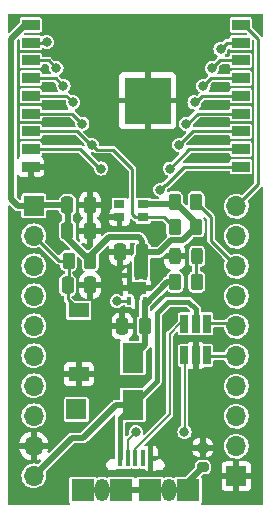
<source format=gbr>
G04 #@! TF.GenerationSoftware,KiCad,Pcbnew,6.0.2+dfsg-1*
G04 #@! TF.CreationDate,2022-02-19T23:14:44+01:00*
G04 #@! TF.ProjectId,e-tinkers-esp32-c3,652d7469-6e6b-4657-9273-2d6573703332,V1.0*
G04 #@! TF.SameCoordinates,Original*
G04 #@! TF.FileFunction,Copper,L1,Top*
G04 #@! TF.FilePolarity,Positive*
%FSLAX46Y46*%
G04 Gerber Fmt 4.6, Leading zero omitted, Abs format (unit mm)*
G04 Created by KiCad (PCBNEW 6.0.2+dfsg-1) date 2022-02-19 23:14:44*
%MOMM*%
%LPD*%
G01*
G04 APERTURE LIST*
G04 Aperture macros list*
%AMRoundRect*
0 Rectangle with rounded corners*
0 $1 Rounding radius*
0 $2 $3 $4 $5 $6 $7 $8 $9 X,Y pos of 4 corners*
0 Add a 4 corners polygon primitive as box body*
4,1,4,$2,$3,$4,$5,$6,$7,$8,$9,$2,$3,0*
0 Add four circle primitives for the rounded corners*
1,1,$1+$1,$2,$3*
1,1,$1+$1,$4,$5*
1,1,$1+$1,$6,$7*
1,1,$1+$1,$8,$9*
0 Add four rect primitives between the rounded corners*
20,1,$1+$1,$2,$3,$4,$5,0*
20,1,$1+$1,$4,$5,$6,$7,0*
20,1,$1+$1,$6,$7,$8,$9,0*
20,1,$1+$1,$8,$9,$2,$3,0*%
G04 Aperture macros list end*
G04 #@! TA.AperFunction,SMDPad,CuDef*
%ADD10RoundRect,0.250000X0.250000X0.475000X-0.250000X0.475000X-0.250000X-0.475000X0.250000X-0.475000X0*%
G04 #@! TD*
G04 #@! TA.AperFunction,SMDPad,CuDef*
%ADD11RoundRect,0.250000X-0.250000X-0.475000X0.250000X-0.475000X0.250000X0.475000X-0.250000X0.475000X0*%
G04 #@! TD*
G04 #@! TA.AperFunction,SMDPad,CuDef*
%ADD12R,1.800000X2.500000*%
G04 #@! TD*
G04 #@! TA.AperFunction,SMDPad,CuDef*
%ADD13RoundRect,0.250000X-0.262500X-0.450000X0.262500X-0.450000X0.262500X0.450000X-0.262500X0.450000X0*%
G04 #@! TD*
G04 #@! TA.AperFunction,SMDPad,CuDef*
%ADD14RoundRect,0.250000X0.262500X0.450000X-0.262500X0.450000X-0.262500X-0.450000X0.262500X-0.450000X0*%
G04 #@! TD*
G04 #@! TA.AperFunction,SMDPad,CuDef*
%ADD15R,1.700000X1.250000*%
G04 #@! TD*
G04 #@! TA.AperFunction,SMDPad,CuDef*
%ADD16RoundRect,0.243750X-0.243750X-0.456250X0.243750X-0.456250X0.243750X0.456250X-0.243750X0.456250X0*%
G04 #@! TD*
G04 #@! TA.AperFunction,SMDPad,CuDef*
%ADD17RoundRect,0.100000X-0.100000X0.250000X-0.100000X-0.250000X0.100000X-0.250000X0.100000X0.250000X0*%
G04 #@! TD*
G04 #@! TA.AperFunction,ComponentPad*
%ADD18C,0.500000*%
G04 #@! TD*
G04 #@! TA.AperFunction,SMDPad,CuDef*
%ADD19R,1.600000X1.000000*%
G04 #@! TD*
G04 #@! TA.AperFunction,ComponentPad*
%ADD20R,1.700000X1.700000*%
G04 #@! TD*
G04 #@! TA.AperFunction,SMDPad,CuDef*
%ADD21R,0.650000X1.560000*%
G04 #@! TD*
G04 #@! TA.AperFunction,SMDPad,CuDef*
%ADD22R,1.485000X0.900000*%
G04 #@! TD*
G04 #@! TA.AperFunction,SMDPad,CuDef*
%ADD23R,4.000000X4.000000*%
G04 #@! TD*
G04 #@! TA.AperFunction,SMDPad,CuDef*
%ADD24R,0.900000X0.700000*%
G04 #@! TD*
G04 #@! TA.AperFunction,SMDPad,CuDef*
%ADD25RoundRect,0.200000X0.275000X-0.200000X0.275000X0.200000X-0.275000X0.200000X-0.275000X-0.200000X0*%
G04 #@! TD*
G04 #@! TA.AperFunction,SMDPad,CuDef*
%ADD26R,0.400000X1.350000*%
G04 #@! TD*
G04 #@! TA.AperFunction,SMDPad,CuDef*
%ADD27R,1.900000X1.900000*%
G04 #@! TD*
G04 #@! TA.AperFunction,ComponentPad*
%ADD28O,1.200000X1.900000*%
G04 #@! TD*
G04 #@! TA.AperFunction,ComponentPad*
%ADD29O,1.700000X1.700000*%
G04 #@! TD*
G04 #@! TA.AperFunction,ViaPad*
%ADD30C,0.800000*%
G04 #@! TD*
G04 #@! TA.AperFunction,Conductor*
%ADD31C,0.500000*%
G04 #@! TD*
G04 #@! TA.AperFunction,Conductor*
%ADD32C,0.250000*%
G04 #@! TD*
G04 #@! TA.AperFunction,Conductor*
%ADD33C,0.450000*%
G04 #@! TD*
G04 #@! TA.AperFunction,Conductor*
%ADD34C,0.200000*%
G04 #@! TD*
G04 APERTURE END LIST*
D10*
X208576000Y-88392000D03*
X206676000Y-88392000D03*
D11*
X202241750Y-86556250D03*
X204141750Y-86556250D03*
X202241750Y-84396250D03*
X204141750Y-84396250D03*
X202250000Y-91186000D03*
X204150000Y-91186000D03*
D12*
X207772000Y-97314000D03*
X207772000Y-101314000D03*
D13*
X211353000Y-90897500D03*
X213178000Y-90897500D03*
D14*
X213129500Y-86233000D03*
X211304500Y-86233000D03*
D13*
X211304500Y-84122006D03*
X213129500Y-84122006D03*
D14*
X204158250Y-89096250D03*
X202333250Y-89096250D03*
D15*
X203200000Y-98712000D03*
X203200000Y-93312000D03*
D16*
X211328000Y-88738500D03*
X213203000Y-88738500D03*
D17*
X208784000Y-90377500D03*
X208134000Y-90378000D03*
X207484000Y-90377500D03*
X207484000Y-92502500D03*
X208134000Y-92502500D03*
X208784000Y-92502500D03*
D18*
X208684000Y-91440000D03*
D19*
X208134000Y-91440000D03*
D18*
X207584000Y-91440000D03*
D20*
X203000000Y-101700000D03*
D21*
X212144000Y-97127000D03*
X213094000Y-97127000D03*
X214044000Y-97127000D03*
X214044000Y-94427000D03*
X213094000Y-94427000D03*
X212144000Y-94427000D03*
D10*
X208787000Y-94636000D03*
X206887000Y-94636000D03*
D22*
X199133500Y-69141000D03*
X199133500Y-70641000D03*
X199133500Y-72141000D03*
X199133500Y-73641000D03*
X199133500Y-75141000D03*
X199133500Y-76641000D03*
X199133500Y-78141000D03*
X199133500Y-79641000D03*
X199133500Y-81141000D03*
X216918500Y-81141000D03*
X216918500Y-79641000D03*
X216918500Y-78141000D03*
X216918500Y-76641000D03*
X216918500Y-75141000D03*
X216918500Y-73641000D03*
X216918500Y-72141000D03*
X216918500Y-70641000D03*
X216918500Y-69141000D03*
D23*
X209026000Y-75541000D03*
D24*
X206645000Y-84317000D03*
X206645000Y-85417000D03*
X208675000Y-85417000D03*
X208675000Y-84317000D03*
D25*
X213689000Y-106581000D03*
X213689000Y-104931000D03*
D26*
X206700000Y-105837500D03*
X207350000Y-105837500D03*
X208000000Y-105837500D03*
X208650000Y-105837500D03*
X209300000Y-105837500D03*
D27*
X209200000Y-108537500D03*
D28*
X205200000Y-108537500D03*
D27*
X206800000Y-108537500D03*
D28*
X210800000Y-108537500D03*
D27*
X212450000Y-108537500D03*
X203550000Y-108537500D03*
D20*
X199390000Y-84455000D03*
D29*
X199390000Y-86995000D03*
X199390000Y-89535000D03*
X199390000Y-92075000D03*
X199390000Y-94615000D03*
X199390000Y-97155000D03*
X199390000Y-99695000D03*
X199390000Y-102235000D03*
X199390000Y-104775000D03*
X199390000Y-107315000D03*
D20*
X216535000Y-107352000D03*
D29*
X216535000Y-104812000D03*
X216535000Y-102272000D03*
X216535000Y-99732000D03*
X216535000Y-97192000D03*
X216535000Y-94652000D03*
X216535000Y-92112000D03*
X216535000Y-89572000D03*
X216535000Y-87032000D03*
X216535000Y-84492000D03*
D30*
X199200000Y-82300000D03*
X209300000Y-82200000D03*
X209000000Y-69500000D03*
X206200000Y-82200000D03*
X213868000Y-100838000D03*
X205400000Y-100600000D03*
X197800000Y-85800000D03*
X206427000Y-78570000D03*
X206000000Y-69500000D03*
X213600000Y-103600000D03*
X209296000Y-86868000D03*
X209100000Y-72300000D03*
X203700000Y-96500000D03*
X209957000Y-101316000D03*
X218100000Y-85800000D03*
X203000000Y-69500000D03*
X211800000Y-69500000D03*
X205800000Y-90300000D03*
X216800000Y-82300000D03*
X214630000Y-91440000D03*
X201700000Y-109100000D03*
X211901000Y-76173000D03*
X214500000Y-69500000D03*
X201118000Y-103061000D03*
X200500000Y-70600000D03*
X205100000Y-81300000D03*
X201300000Y-72800000D03*
X201900000Y-74300000D03*
X202700000Y-75700000D03*
X203500000Y-77500000D03*
X204300000Y-79300000D03*
X215200000Y-71200000D03*
X214475000Y-72800000D03*
X213750000Y-74300000D03*
X213000000Y-75700000D03*
X212300000Y-77500000D03*
X211700000Y-79300000D03*
X210900000Y-81300000D03*
X210100000Y-83100000D03*
X212147000Y-103617000D03*
X208027000Y-103617000D03*
X206420000Y-92535000D03*
D31*
X208787000Y-94636000D02*
X208787000Y-92505500D01*
X208787000Y-94636000D02*
X208787000Y-96267000D01*
X208784000Y-92818000D02*
X208784000Y-92502500D01*
X208787000Y-94636000D02*
X208787000Y-95452000D01*
X207772000Y-97282000D02*
X207772000Y-97314000D01*
X208787000Y-92505500D02*
X208784000Y-92502500D01*
X208787000Y-96267000D02*
X207772000Y-97282000D01*
X210704500Y-90897500D02*
X208784000Y-92818000D01*
X211353000Y-90897500D02*
X210704500Y-90897500D01*
X208784000Y-90058000D02*
X208784000Y-89550000D01*
X208642000Y-89662000D02*
X208672000Y-89662000D01*
X213092000Y-85872000D02*
X211342000Y-84122000D01*
X208134000Y-89154000D02*
X208642000Y-89154000D01*
X202241750Y-84396250D02*
X199448750Y-84396250D01*
X208134000Y-90378000D02*
X208134000Y-89916000D01*
X208134000Y-88834000D02*
X208576000Y-88392000D01*
X211119000Y-84317000D02*
X208675000Y-84317000D01*
X211304500Y-84122006D02*
X211304500Y-84131500D01*
X208642000Y-89154000D02*
X208784000Y-89296000D01*
X209987314Y-88392000D02*
X210996794Y-87382520D01*
X205740000Y-87122000D02*
X204158250Y-88703750D01*
X210996794Y-87382520D02*
X211979980Y-87382520D01*
X208134000Y-89154000D02*
X208134000Y-88834000D01*
X208576000Y-89596000D02*
X208642000Y-89662000D01*
X208784000Y-89296000D02*
X208784000Y-88600000D01*
X197475010Y-70296988D02*
X197475010Y-83890010D01*
X208280000Y-87122000D02*
X208576000Y-87418000D01*
X197475010Y-83890010D02*
X198040000Y-84455000D01*
X208576000Y-87418000D02*
X208576000Y-88392000D01*
X199448750Y-84396250D02*
X199390000Y-84455000D01*
X202243750Y-86429250D02*
X202243750Y-84397250D01*
X208672000Y-89662000D02*
X208784000Y-89550000D01*
X208134000Y-89916000D02*
X208134000Y-89662000D01*
X208576000Y-88392000D02*
X209987314Y-88392000D01*
X208134000Y-89662000D02*
X208134000Y-89154000D01*
X208784000Y-89550000D02*
X208784000Y-89296000D01*
X204158250Y-88703750D02*
X204158250Y-89096250D01*
X202241750Y-86556250D02*
X202241750Y-87179750D01*
X208783500Y-90378000D02*
X208784000Y-90377500D01*
X202241750Y-87179750D02*
X204158250Y-89096250D01*
X208576000Y-88392000D02*
X208576000Y-89596000D01*
X208642000Y-89916000D02*
X208784000Y-90058000D01*
X208784000Y-90377500D02*
X208784000Y-90058000D01*
X211304500Y-84131500D02*
X211119000Y-84317000D01*
X213092000Y-86233000D02*
X213092000Y-85872000D01*
X198630998Y-69141000D02*
X197475010Y-70296988D01*
X208134000Y-89662000D02*
X208642000Y-89662000D01*
X208280000Y-87122000D02*
X205740000Y-87122000D01*
X198040000Y-84455000D02*
X199390000Y-84455000D01*
X211979980Y-87382520D02*
X213129500Y-86233000D01*
X208134000Y-89916000D02*
X208642000Y-89916000D01*
X199133500Y-69141000D02*
X198630998Y-69141000D01*
X208134000Y-90378000D02*
X208783500Y-90378000D01*
X208784000Y-88600000D02*
X208576000Y-88392000D01*
D32*
X201491250Y-89096250D02*
X202333250Y-89096250D01*
X199133500Y-70641000D02*
X200641000Y-70641000D01*
X202250000Y-92362000D02*
X203200000Y-93312000D01*
X202333250Y-89096250D02*
X202333250Y-91102750D01*
X199390000Y-86995000D02*
X201491250Y-89096250D01*
X202250000Y-91186000D02*
X202250000Y-92362000D01*
X202333250Y-91102750D02*
X202250000Y-91186000D01*
X199133500Y-79641000D02*
X203341000Y-79641000D01*
X203341000Y-79641000D02*
X205000000Y-81300000D01*
D31*
X206372000Y-101314000D02*
X207772000Y-101314000D01*
D33*
X207779000Y-101314000D02*
X209806000Y-99287000D01*
D31*
X202595001Y-104109999D02*
X203576001Y-104109999D01*
D33*
X206700000Y-105837500D02*
X206700000Y-102386000D01*
X212470000Y-92564000D02*
X213106000Y-93200000D01*
X209806000Y-93517000D02*
X210759000Y-92564000D01*
X210759000Y-92564000D02*
X212470000Y-92564000D01*
X206700000Y-102386000D02*
X207772000Y-101314000D01*
X213106000Y-93200000D02*
X213106000Y-94408000D01*
X209806000Y-99287000D02*
X209806000Y-93517000D01*
D31*
X199390000Y-107315000D02*
X202595001Y-104109999D01*
D33*
X207772000Y-101314000D02*
X207779000Y-101314000D01*
D31*
X203576001Y-104109999D02*
X206372000Y-101314000D01*
D32*
X213140500Y-88801000D02*
X213203000Y-88738500D01*
X213140500Y-90643500D02*
X213140500Y-88801000D01*
X200641000Y-72141000D02*
X201300000Y-72800000D01*
X199133500Y-72141000D02*
X200641000Y-72141000D01*
X201241000Y-73641000D02*
X201900000Y-74300000D01*
X199133500Y-73641000D02*
X201241000Y-73641000D01*
X202141000Y-75141000D02*
X202700000Y-75700000D01*
X199133500Y-75141000D02*
X202141000Y-75141000D01*
X199133500Y-76641000D02*
X202641000Y-76641000D01*
X202641000Y-76641000D02*
X203500000Y-77500000D01*
X199133500Y-78141000D02*
X203041000Y-78141000D01*
X204300000Y-79300000D02*
X204699999Y-79699999D01*
X204699999Y-79699999D02*
X206099999Y-79699999D01*
X207743000Y-85185000D02*
X207743000Y-81343000D01*
X211304500Y-86233000D02*
X211304500Y-85984500D01*
X206099999Y-79699999D02*
X207743000Y-81343000D01*
X210959000Y-85850000D02*
X211342000Y-86233000D01*
X208675000Y-85417000D02*
X207975000Y-85417000D01*
X211274000Y-86233000D02*
X210455000Y-85414000D01*
X211304500Y-85984500D02*
X211167000Y-85847000D01*
X207975000Y-85417000D02*
X207743000Y-85185000D01*
X203041000Y-78141000D02*
X204200000Y-79300000D01*
X210455000Y-85414000D02*
X210452000Y-85417000D01*
X211304500Y-86233000D02*
X211274000Y-86233000D01*
X210452000Y-85417000D02*
X208675000Y-85417000D01*
X217211000Y-69141000D02*
X218400000Y-70330000D01*
X218400000Y-82627000D02*
X216535000Y-84492000D01*
X218400000Y-70330000D02*
X218400000Y-82627000D01*
X216918500Y-69141000D02*
X217211000Y-69141000D01*
X216918500Y-70641000D02*
X215759000Y-70641000D01*
X215759000Y-70641000D02*
X215200000Y-71200000D01*
X216918500Y-72141000D02*
X215134000Y-72141000D01*
X216535000Y-89572000D02*
X215685001Y-88722001D01*
X215134000Y-72141000D02*
X214475000Y-72800000D01*
X214400000Y-85430000D02*
X214400000Y-87400000D01*
X213092000Y-84122000D02*
X214400000Y-85430000D01*
X215685001Y-88722001D02*
X215685001Y-88685001D01*
X215685001Y-88685001D02*
X214400000Y-87400000D01*
X216918500Y-73641000D02*
X214409000Y-73641000D01*
X214409000Y-73641000D02*
X213750000Y-74300000D01*
X216918500Y-75141000D02*
X213659000Y-75141000D01*
X213659000Y-75141000D02*
X213100000Y-75700000D01*
X214056000Y-94408000D02*
X216291000Y-94408000D01*
X216291000Y-94408000D02*
X216535000Y-94652000D01*
X213259000Y-76641000D02*
X212400000Y-77500000D01*
X214140000Y-97192000D02*
X214056000Y-97108000D01*
X216918500Y-76641000D02*
X213259000Y-76641000D01*
X216535000Y-97192000D02*
X214140000Y-97192000D01*
X212859000Y-78141000D02*
X216918500Y-78141000D01*
X211700000Y-79300000D02*
X212859000Y-78141000D01*
X210900000Y-81300000D02*
X212559000Y-79641000D01*
X216918500Y-79641000D02*
X212559000Y-79641000D01*
X212132002Y-81141000D02*
X216918500Y-81141000D01*
X210573001Y-82700001D02*
X212132002Y-81141000D01*
X210499999Y-82700001D02*
X210573001Y-82700001D01*
X210100000Y-83100000D02*
X210499999Y-82700001D01*
D34*
X207350000Y-105837500D02*
X207350000Y-104294000D01*
X212147000Y-103617000D02*
X212156000Y-103608000D01*
X207350000Y-104294000D02*
X208027000Y-103617000D01*
X212156000Y-103608000D02*
X212156000Y-97108000D01*
X212156000Y-94408000D02*
X211792000Y-94408000D01*
X210900000Y-102113478D02*
X208000000Y-105013478D01*
X211792000Y-94408000D02*
X210900000Y-95300000D01*
X210900000Y-95300000D02*
X210900000Y-102113478D01*
X208000000Y-105013478D02*
X208000000Y-105837500D01*
D31*
X212450000Y-108537500D02*
X212450000Y-107820000D01*
X203550000Y-108537500D02*
X212450000Y-108537500D01*
X212450000Y-107820000D02*
X213689000Y-106581000D01*
D32*
X207484000Y-92502500D02*
X206452500Y-92502500D01*
X206452500Y-92502500D02*
X206420000Y-92535000D01*
G04 #@! TA.AperFunction,Conductor*
G36*
X218030504Y-70420830D02*
G01*
X218045504Y-70435830D01*
X218073281Y-70490347D01*
X218074500Y-70505834D01*
X218074500Y-82451165D01*
X218055593Y-82509356D01*
X218045504Y-82521169D01*
X217063554Y-83503119D01*
X217009037Y-83530896D01*
X216953479Y-83521395D01*
X216952773Y-83523075D01*
X216948319Y-83521202D01*
X216944055Y-83518897D01*
X216932403Y-83515290D01*
X216751875Y-83459407D01*
X216751871Y-83459406D01*
X216747254Y-83457977D01*
X216742446Y-83457472D01*
X216742443Y-83457471D01*
X216547185Y-83436949D01*
X216547183Y-83436949D01*
X216542369Y-83436443D01*
X216482354Y-83441905D01*
X216342022Y-83454675D01*
X216342017Y-83454676D01*
X216337203Y-83455114D01*
X216139572Y-83513280D01*
X216135288Y-83515519D01*
X216135287Y-83515520D01*
X216117041Y-83525059D01*
X215957002Y-83608726D01*
X215942362Y-83620497D01*
X215800220Y-83734781D01*
X215800217Y-83734783D01*
X215796447Y-83737815D01*
X215793333Y-83741526D01*
X215793332Y-83741527D01*
X215679369Y-83877343D01*
X215664024Y-83895630D01*
X215564776Y-84076162D01*
X215563313Y-84080775D01*
X215563311Y-84080779D01*
X215543850Y-84142128D01*
X215502484Y-84272532D01*
X215501944Y-84277344D01*
X215501944Y-84277345D01*
X215484494Y-84432920D01*
X215479520Y-84477262D01*
X215479925Y-84482082D01*
X215494403Y-84654493D01*
X215496759Y-84682553D01*
X215498092Y-84687201D01*
X215498092Y-84687202D01*
X215549792Y-84867500D01*
X215553544Y-84880586D01*
X215555759Y-84884896D01*
X215567550Y-84907839D01*
X215647712Y-85063818D01*
X215775677Y-85225270D01*
X215779357Y-85228402D01*
X215779359Y-85228404D01*
X215867387Y-85303321D01*
X215932564Y-85358791D01*
X215936787Y-85361151D01*
X215936791Y-85361154D01*
X216003511Y-85398442D01*
X216112398Y-85459297D01*
X216116996Y-85460791D01*
X216303724Y-85521463D01*
X216303726Y-85521464D01*
X216308329Y-85522959D01*
X216512894Y-85547351D01*
X216517716Y-85546980D01*
X216517719Y-85546980D01*
X216585541Y-85541761D01*
X216718300Y-85531546D01*
X216916725Y-85476145D01*
X216921038Y-85473966D01*
X216921044Y-85473964D01*
X217096289Y-85385441D01*
X217096291Y-85385440D01*
X217100610Y-85383258D01*
X217121902Y-85366623D01*
X217259135Y-85259406D01*
X217259139Y-85259402D01*
X217262951Y-85256424D01*
X217267466Y-85251194D01*
X217323819Y-85185907D01*
X217397564Y-85100472D01*
X217401249Y-85093986D01*
X217496934Y-84925550D01*
X217496935Y-84925547D01*
X217499323Y-84921344D01*
X217501382Y-84915157D01*
X217562824Y-84730454D01*
X217562824Y-84730452D01*
X217564351Y-84725863D01*
X217590171Y-84521474D01*
X217590583Y-84492000D01*
X217585599Y-84441170D01*
X217570952Y-84291780D01*
X217570951Y-84291776D01*
X217570480Y-84286970D01*
X217510935Y-84089749D01*
X217505977Y-84080423D01*
X217495351Y-84020170D01*
X217523384Y-83963942D01*
X218050378Y-83436949D01*
X218617069Y-82870258D01*
X218623424Y-82864435D01*
X218637366Y-82852736D01*
X218694095Y-82829817D01*
X218753463Y-82844620D01*
X218792791Y-82891490D01*
X218800000Y-82928576D01*
X218800000Y-109701000D01*
X218781093Y-109759191D01*
X218731593Y-109795155D01*
X218701000Y-109800000D01*
X213612921Y-109800000D01*
X213554730Y-109781093D01*
X213518766Y-109731593D01*
X213518766Y-109670407D01*
X213540688Y-109634634D01*
X213544552Y-109632052D01*
X213588867Y-109565731D01*
X213592769Y-109546117D01*
X213599552Y-109512012D01*
X213600500Y-109507248D01*
X213600500Y-108229585D01*
X215285001Y-108229585D01*
X215285611Y-108237329D01*
X215298616Y-108319449D01*
X215303373Y-108334091D01*
X215353823Y-108433106D01*
X215362865Y-108445551D01*
X215441449Y-108524135D01*
X215453894Y-108533177D01*
X215552912Y-108583629D01*
X215567547Y-108588384D01*
X215649673Y-108601391D01*
X215657412Y-108602000D01*
X216269320Y-108602000D01*
X216282005Y-108597878D01*
X216285000Y-108593757D01*
X216285000Y-108586319D01*
X216785000Y-108586319D01*
X216789122Y-108599004D01*
X216793243Y-108601999D01*
X217412585Y-108601999D01*
X217420329Y-108601389D01*
X217502449Y-108588384D01*
X217517091Y-108583627D01*
X217616106Y-108533177D01*
X217628551Y-108524135D01*
X217707135Y-108445551D01*
X217716177Y-108433106D01*
X217766629Y-108334088D01*
X217771384Y-108319453D01*
X217784391Y-108237327D01*
X217785000Y-108229588D01*
X217785000Y-107617680D01*
X217780878Y-107604995D01*
X217776757Y-107602000D01*
X216800680Y-107602000D01*
X216787995Y-107606122D01*
X216785000Y-107610243D01*
X216785000Y-108586319D01*
X216285000Y-108586319D01*
X216285000Y-107617680D01*
X216280878Y-107604995D01*
X216276757Y-107602000D01*
X215300681Y-107602000D01*
X215287996Y-107606122D01*
X215285001Y-107610243D01*
X215285001Y-108229585D01*
X213600500Y-108229585D01*
X213600500Y-107567752D01*
X213592882Y-107529452D01*
X213590770Y-107518834D01*
X213590769Y-107518832D01*
X213588867Y-107509269D01*
X213571121Y-107482711D01*
X213557489Y-107462309D01*
X213540880Y-107403421D01*
X213562057Y-107346017D01*
X213569800Y-107337303D01*
X213696608Y-107210495D01*
X213751125Y-107182718D01*
X213766612Y-107181499D01*
X213995518Y-107181499D01*
X213999361Y-107180890D01*
X213999366Y-107180890D01*
X214036217Y-107175053D01*
X214089304Y-107166646D01*
X214145823Y-107137848D01*
X214195403Y-107112586D01*
X214195405Y-107112585D01*
X214202342Y-107109050D01*
X214225072Y-107086320D01*
X215285000Y-107086320D01*
X215289122Y-107099005D01*
X215293243Y-107102000D01*
X216269320Y-107102000D01*
X216282005Y-107097878D01*
X216285000Y-107093757D01*
X216285000Y-107086320D01*
X216785000Y-107086320D01*
X216789122Y-107099005D01*
X216793243Y-107102000D01*
X217769319Y-107102000D01*
X217782004Y-107097878D01*
X217784999Y-107093757D01*
X217784999Y-106474415D01*
X217784389Y-106466671D01*
X217771384Y-106384551D01*
X217766627Y-106369909D01*
X217716177Y-106270894D01*
X217707135Y-106258449D01*
X217628551Y-106179865D01*
X217616106Y-106170823D01*
X217517088Y-106120371D01*
X217502453Y-106115616D01*
X217420327Y-106102609D01*
X217412588Y-106102000D01*
X216800680Y-106102000D01*
X216787995Y-106106122D01*
X216785000Y-106110243D01*
X216785000Y-107086320D01*
X216285000Y-107086320D01*
X216285000Y-106117681D01*
X216280878Y-106104996D01*
X216276757Y-106102001D01*
X215657415Y-106102001D01*
X215649671Y-106102611D01*
X215567551Y-106115616D01*
X215552909Y-106120373D01*
X215453894Y-106170823D01*
X215441449Y-106179865D01*
X215362865Y-106258449D01*
X215353823Y-106270894D01*
X215303371Y-106369912D01*
X215298616Y-106384547D01*
X215285609Y-106466673D01*
X215285000Y-106474412D01*
X215285000Y-107086320D01*
X214225072Y-107086320D01*
X214292050Y-107019342D01*
X214349646Y-106906304D01*
X214351149Y-106896819D01*
X214363891Y-106816365D01*
X214363891Y-106816363D01*
X214364500Y-106812519D01*
X214364499Y-106349482D01*
X214361312Y-106329355D01*
X214353875Y-106282399D01*
X214349646Y-106255696D01*
X214316856Y-106191342D01*
X214295586Y-106149597D01*
X214295585Y-106149595D01*
X214292050Y-106142658D01*
X214202342Y-106052950D01*
X214195405Y-106049415D01*
X214195403Y-106049414D01*
X214096244Y-105998890D01*
X214096243Y-105998890D01*
X214089304Y-105995354D01*
X214081610Y-105994135D01*
X214081609Y-105994135D01*
X213999365Y-105981109D01*
X213999363Y-105981109D01*
X213995519Y-105980500D01*
X213689040Y-105980500D01*
X213382482Y-105980501D01*
X213378639Y-105981110D01*
X213378634Y-105981110D01*
X213345057Y-105986428D01*
X213288696Y-105995354D01*
X213256794Y-106011609D01*
X213182597Y-106049414D01*
X213182595Y-106049415D01*
X213175658Y-106052950D01*
X213085950Y-106142658D01*
X213082415Y-106149595D01*
X213082414Y-106149597D01*
X213031890Y-106248756D01*
X213028354Y-106255696D01*
X213027135Y-106263390D01*
X213027135Y-106263391D01*
X213015807Y-106334915D01*
X213013500Y-106349481D01*
X213013501Y-106474415D01*
X213013501Y-106578388D01*
X212994594Y-106636578D01*
X212984505Y-106648392D01*
X212274893Y-107358004D01*
X212220376Y-107385781D01*
X212204889Y-107387000D01*
X211480252Y-107387000D01*
X211454005Y-107392221D01*
X211431334Y-107396730D01*
X211431332Y-107396731D01*
X211421769Y-107398633D01*
X211355448Y-107442948D01*
X211339759Y-107466428D01*
X211339299Y-107467117D01*
X211291248Y-107504995D01*
X211230110Y-107507397D01*
X211203940Y-107495704D01*
X211153136Y-107463463D01*
X211147638Y-107461505D01*
X210989160Y-107405074D01*
X210989161Y-107405074D01*
X210983951Y-107403219D01*
X210978464Y-107402565D01*
X210978461Y-107402564D01*
X210811120Y-107382610D01*
X210811117Y-107382610D01*
X210805624Y-107381955D01*
X210627017Y-107400727D01*
X210621777Y-107402511D01*
X210621776Y-107402511D01*
X210502993Y-107442948D01*
X210457007Y-107458603D01*
X210452289Y-107461505D01*
X210452290Y-107461505D01*
X210430505Y-107474907D01*
X210371035Y-107489294D01*
X210314467Y-107465978D01*
X210307105Y-107457708D01*
X210306863Y-107457950D01*
X210299971Y-107451058D01*
X210294552Y-107442948D01*
X210228231Y-107398633D01*
X210218668Y-107396731D01*
X210218666Y-107396730D01*
X210195995Y-107392221D01*
X210169748Y-107387000D01*
X208230252Y-107387000D01*
X208204005Y-107392221D01*
X208181334Y-107396730D01*
X208181332Y-107396731D01*
X208171769Y-107398633D01*
X208105448Y-107442948D01*
X208082315Y-107477569D01*
X208034264Y-107515447D01*
X207973126Y-107517849D01*
X207922253Y-107483855D01*
X207917685Y-107477569D01*
X207894552Y-107442948D01*
X207828231Y-107398633D01*
X207818668Y-107396731D01*
X207818666Y-107396730D01*
X207795995Y-107392221D01*
X207769748Y-107387000D01*
X205830252Y-107387000D01*
X205804005Y-107392221D01*
X205781334Y-107396730D01*
X205781332Y-107396731D01*
X205771769Y-107398633D01*
X205705448Y-107442948D01*
X205700029Y-107451058D01*
X205693137Y-107457950D01*
X205690674Y-107455487D01*
X205656145Y-107482711D01*
X205595007Y-107485117D01*
X205568827Y-107473421D01*
X205557808Y-107466428D01*
X205553136Y-107463463D01*
X205547638Y-107461505D01*
X205389160Y-107405074D01*
X205389161Y-107405074D01*
X205383951Y-107403219D01*
X205378464Y-107402565D01*
X205378461Y-107402564D01*
X205211120Y-107382610D01*
X205211117Y-107382610D01*
X205205624Y-107381955D01*
X205027017Y-107400727D01*
X205021777Y-107402511D01*
X205021776Y-107402511D01*
X204862249Y-107456818D01*
X204862245Y-107456820D01*
X204857007Y-107458603D01*
X204852294Y-107461503D01*
X204852293Y-107461503D01*
X204795072Y-107496706D01*
X204735602Y-107511093D01*
X204679033Y-107487778D01*
X204660882Y-107467387D01*
X204649971Y-107451058D01*
X204644552Y-107442948D01*
X204578231Y-107398633D01*
X204568668Y-107396731D01*
X204568666Y-107396730D01*
X204545995Y-107392221D01*
X204519748Y-107387000D01*
X202580252Y-107387000D01*
X202554005Y-107392221D01*
X202531334Y-107396730D01*
X202531332Y-107396731D01*
X202521769Y-107398633D01*
X202455448Y-107442948D01*
X202411133Y-107509269D01*
X202409231Y-107518832D01*
X202409230Y-107518834D01*
X202407118Y-107529452D01*
X202399500Y-107567752D01*
X202399500Y-109507248D01*
X202400448Y-109512012D01*
X202407232Y-109546117D01*
X202411133Y-109565731D01*
X202455448Y-109632052D01*
X202458743Y-109634254D01*
X202484860Y-109685513D01*
X202475289Y-109745945D01*
X202432024Y-109789210D01*
X202387079Y-109800000D01*
X197299000Y-109800000D01*
X197240809Y-109781093D01*
X197204845Y-109731593D01*
X197200000Y-109701000D01*
X197200000Y-107300262D01*
X198334520Y-107300262D01*
X198338000Y-107341699D01*
X198350394Y-107489294D01*
X198351759Y-107505553D01*
X198353092Y-107510201D01*
X198353092Y-107510202D01*
X198380597Y-107606122D01*
X198408544Y-107703586D01*
X198502712Y-107886818D01*
X198630677Y-108048270D01*
X198634357Y-108051402D01*
X198634359Y-108051404D01*
X198747017Y-108147283D01*
X198787564Y-108181791D01*
X198791787Y-108184151D01*
X198791791Y-108184154D01*
X198886934Y-108237327D01*
X198967398Y-108282297D01*
X198971996Y-108283791D01*
X199158724Y-108344463D01*
X199158726Y-108344464D01*
X199163329Y-108345959D01*
X199367894Y-108370351D01*
X199372716Y-108369980D01*
X199372719Y-108369980D01*
X199440541Y-108364761D01*
X199573300Y-108354546D01*
X199771725Y-108299145D01*
X199776038Y-108296966D01*
X199776044Y-108296964D01*
X199951289Y-108208441D01*
X199951291Y-108208440D01*
X199955610Y-108206258D01*
X199990943Y-108178653D01*
X200114135Y-108082406D01*
X200114139Y-108082402D01*
X200117951Y-108079424D01*
X200252564Y-107923472D01*
X200271231Y-107890613D01*
X200351934Y-107748550D01*
X200351935Y-107748547D01*
X200354323Y-107744344D01*
X200367882Y-107703586D01*
X200417824Y-107553454D01*
X200417824Y-107553452D01*
X200419351Y-107548863D01*
X200423145Y-107518834D01*
X200444823Y-107347228D01*
X200445171Y-107344474D01*
X200445583Y-107315000D01*
X200443667Y-107295454D01*
X200425952Y-107114780D01*
X200425951Y-107114776D01*
X200425480Y-107109970D01*
X200424084Y-107105347D01*
X200424082Y-107105336D01*
X200397768Y-107018184D01*
X200399048Y-106957012D01*
X200422538Y-106919565D01*
X202752608Y-104589495D01*
X202807125Y-104561718D01*
X202822612Y-104560499D01*
X203543374Y-104560499D01*
X203555010Y-104561185D01*
X203590311Y-104565363D01*
X203597587Y-104564034D01*
X203597590Y-104564034D01*
X203628289Y-104558427D01*
X203648431Y-104554748D01*
X203651477Y-104554241D01*
X203709963Y-104545448D01*
X203716476Y-104542320D01*
X203723574Y-104541024D01*
X203775983Y-104513800D01*
X203778763Y-104512411D01*
X203825409Y-104490012D01*
X203825412Y-104490010D01*
X203832080Y-104486808D01*
X203836522Y-104482702D01*
X203838782Y-104481179D01*
X203843789Y-104478578D01*
X203848829Y-104474274D01*
X203886461Y-104436642D01*
X203889264Y-104433948D01*
X203926125Y-104399875D01*
X203926127Y-104399872D01*
X203931557Y-104394853D01*
X203935079Y-104388789D01*
X203941639Y-104381464D01*
X206112867Y-102210236D01*
X206167384Y-102182459D01*
X206227816Y-102192030D01*
X206271081Y-102235295D01*
X206280652Y-102295727D01*
X206277025Y-102310833D01*
X206276907Y-102311195D01*
X206276906Y-102311203D01*
X206274500Y-102318607D01*
X206274500Y-105836338D01*
X206255593Y-105894529D01*
X206206093Y-105930493D01*
X206146653Y-105931012D01*
X206140452Y-105928101D01*
X206037044Y-105912000D01*
X205965855Y-105912000D01*
X205962364Y-105912500D01*
X205962363Y-105912500D01*
X205961735Y-105912590D01*
X205865171Y-105926419D01*
X205741180Y-105982794D01*
X205637996Y-106071704D01*
X205563913Y-106185999D01*
X205524887Y-106316494D01*
X205524055Y-106452696D01*
X205525992Y-106459473D01*
X205525992Y-106459474D01*
X205528050Y-106466673D01*
X205561484Y-106583658D01*
X205634165Y-106698850D01*
X205736255Y-106789013D01*
X205859548Y-106846899D01*
X205962956Y-106863000D01*
X206034145Y-106863000D01*
X206037636Y-106862500D01*
X206037637Y-106862500D01*
X206067706Y-106858194D01*
X206134829Y-106848581D01*
X206258820Y-106792206D01*
X206338452Y-106723590D01*
X206394878Y-106699929D01*
X206422389Y-106701491D01*
X206475486Y-106712052D01*
X206480252Y-106713000D01*
X206919748Y-106713000D01*
X206946148Y-106707749D01*
X206968671Y-106703269D01*
X206968673Y-106703268D01*
X206978231Y-106701367D01*
X206986334Y-106695952D01*
X206987115Y-106695629D01*
X207048112Y-106690829D01*
X207062885Y-106695629D01*
X207063666Y-106695952D01*
X207071769Y-106701367D01*
X207081327Y-106703268D01*
X207081329Y-106703269D01*
X207103852Y-106707749D01*
X207130252Y-106713000D01*
X207569748Y-106713000D01*
X207596148Y-106707749D01*
X207618671Y-106703269D01*
X207618673Y-106703268D01*
X207628231Y-106701367D01*
X207636334Y-106695952D01*
X207637115Y-106695629D01*
X207698112Y-106690829D01*
X207712885Y-106695629D01*
X207713666Y-106695952D01*
X207721769Y-106701367D01*
X207731327Y-106703268D01*
X207731329Y-106703269D01*
X207753852Y-106707749D01*
X207780252Y-106713000D01*
X208219748Y-106713000D01*
X208246148Y-106707749D01*
X208268671Y-106703269D01*
X208268673Y-106703268D01*
X208278231Y-106701367D01*
X208286334Y-106695952D01*
X208287115Y-106695629D01*
X208348112Y-106690829D01*
X208362885Y-106695629D01*
X208363666Y-106695952D01*
X208371769Y-106701367D01*
X208381327Y-106703268D01*
X208381329Y-106703269D01*
X208403852Y-106707749D01*
X208430252Y-106713000D01*
X208696144Y-106713000D01*
X208754335Y-106731907D01*
X208776238Y-106753811D01*
X208777866Y-106756052D01*
X208856449Y-106834635D01*
X208868894Y-106843677D01*
X208967912Y-106894129D01*
X208982547Y-106898884D01*
X209064673Y-106911891D01*
X209072412Y-106912500D01*
X209084320Y-106912500D01*
X209097005Y-106908378D01*
X209100000Y-106904257D01*
X209100000Y-106896819D01*
X209500000Y-106896819D01*
X209504122Y-106909504D01*
X209508243Y-106912499D01*
X209527585Y-106912499D01*
X209535329Y-106911889D01*
X209617449Y-106898884D01*
X209632091Y-106894127D01*
X209731107Y-106843676D01*
X209731516Y-106843379D01*
X209731996Y-106843223D01*
X209738045Y-106840141D01*
X209738533Y-106841099D01*
X209789707Y-106824475D01*
X209831776Y-106833860D01*
X209859548Y-106846899D01*
X209962956Y-106863000D01*
X210034145Y-106863000D01*
X210037636Y-106862500D01*
X210037637Y-106862500D01*
X210067706Y-106858194D01*
X210134829Y-106848581D01*
X210258820Y-106792206D01*
X210362004Y-106703296D01*
X210436087Y-106589001D01*
X210475113Y-106458506D01*
X210475779Y-106349481D01*
X210475902Y-106329355D01*
X210475902Y-106329354D01*
X210475945Y-106322304D01*
X210471562Y-106306968D01*
X210440454Y-106198122D01*
X210440453Y-106198120D01*
X210438516Y-106191342D01*
X210365835Y-106076150D01*
X210263745Y-105985987D01*
X210140452Y-105928101D01*
X210037044Y-105912000D01*
X209965855Y-105912000D01*
X209962364Y-105912500D01*
X209962363Y-105912500D01*
X209961735Y-105912590D01*
X209865171Y-105926419D01*
X209819538Y-105947167D01*
X209799768Y-105956156D01*
X209741180Y-105982794D01*
X209728017Y-105994136D01*
X209705545Y-106013499D01*
X209649120Y-106037160D01*
X209640922Y-106037500D01*
X209515680Y-106037500D01*
X209502995Y-106041622D01*
X209500000Y-106045743D01*
X209500000Y-106896819D01*
X209100000Y-106896819D01*
X209100000Y-105621820D01*
X209500000Y-105621820D01*
X209504122Y-105634505D01*
X209508243Y-105637500D01*
X209884319Y-105637500D01*
X209897004Y-105633378D01*
X209899999Y-105629257D01*
X209899999Y-105191967D01*
X212816851Y-105191967D01*
X212828597Y-105281194D01*
X212831929Y-105293630D01*
X212887416Y-105427591D01*
X212893852Y-105438738D01*
X212982127Y-105553779D01*
X212991223Y-105562875D01*
X213106263Y-105651148D01*
X213117409Y-105657583D01*
X213251375Y-105713073D01*
X213263800Y-105716403D01*
X213371464Y-105730577D01*
X213377918Y-105731000D01*
X213423320Y-105731000D01*
X213436005Y-105726878D01*
X213439000Y-105722757D01*
X213439000Y-105715319D01*
X213939000Y-105715319D01*
X213943122Y-105728004D01*
X213947243Y-105730999D01*
X214000080Y-105730999D01*
X214006537Y-105730576D01*
X214114193Y-105716403D01*
X214126630Y-105713071D01*
X214260591Y-105657584D01*
X214271738Y-105651148D01*
X214386779Y-105562873D01*
X214395875Y-105553777D01*
X214484148Y-105438737D01*
X214490583Y-105427591D01*
X214546073Y-105293625D01*
X214549403Y-105281200D01*
X214560547Y-105196545D01*
X214558117Y-105183431D01*
X214556814Y-105182195D01*
X214551533Y-105181000D01*
X213954680Y-105181000D01*
X213941995Y-105185122D01*
X213939000Y-105189243D01*
X213939000Y-105715319D01*
X213439000Y-105715319D01*
X213439000Y-105196680D01*
X213434878Y-105183995D01*
X213430757Y-105181000D01*
X212831087Y-105181000D01*
X212818402Y-105185122D01*
X212817346Y-105186574D01*
X212816851Y-105191967D01*
X209899999Y-105191967D01*
X209899999Y-105134915D01*
X209899389Y-105127171D01*
X209886384Y-105045051D01*
X209881627Y-105030409D01*
X209831177Y-104931394D01*
X209822135Y-104918949D01*
X209743551Y-104840365D01*
X209731106Y-104831323D01*
X209664257Y-104797262D01*
X215479520Y-104797262D01*
X215479925Y-104802082D01*
X215494710Y-104978149D01*
X215496759Y-105002553D01*
X215498092Y-105007201D01*
X215498092Y-105007202D01*
X215551073Y-105191967D01*
X215553544Y-105200586D01*
X215647712Y-105383818D01*
X215775677Y-105545270D01*
X215779357Y-105548402D01*
X215779359Y-105548404D01*
X215821899Y-105584608D01*
X215932564Y-105678791D01*
X215936787Y-105681151D01*
X215936791Y-105681154D01*
X216018605Y-105726878D01*
X216112398Y-105779297D01*
X216116996Y-105780791D01*
X216303724Y-105841463D01*
X216303726Y-105841464D01*
X216308329Y-105842959D01*
X216512894Y-105867351D01*
X216517716Y-105866980D01*
X216517719Y-105866980D01*
X216585541Y-105861761D01*
X216718300Y-105851546D01*
X216916725Y-105796145D01*
X216921038Y-105793966D01*
X216921044Y-105793964D01*
X217096289Y-105705441D01*
X217096291Y-105705440D01*
X217100610Y-105703258D01*
X217135943Y-105675653D01*
X217259135Y-105579406D01*
X217259139Y-105579402D01*
X217262951Y-105576424D01*
X217282498Y-105553779D01*
X217391419Y-105427591D01*
X217397564Y-105420472D01*
X217405824Y-105405932D01*
X217496934Y-105245550D01*
X217496935Y-105245547D01*
X217499323Y-105241344D01*
X217510390Y-105208078D01*
X217562824Y-105050454D01*
X217562824Y-105050452D01*
X217564351Y-105045863D01*
X217565074Y-105040145D01*
X217589823Y-104844228D01*
X217590171Y-104841474D01*
X217590583Y-104812000D01*
X217587531Y-104780871D01*
X217570952Y-104611780D01*
X217570951Y-104611776D01*
X217570480Y-104606970D01*
X217558828Y-104568375D01*
X217525949Y-104459479D01*
X217510935Y-104409749D01*
X217414218Y-104227849D01*
X217284011Y-104068200D01*
X217267790Y-104054781D01*
X217129002Y-103939965D01*
X217129000Y-103939964D01*
X217125275Y-103936882D01*
X216944055Y-103838897D01*
X216880350Y-103819177D01*
X216751875Y-103779407D01*
X216751871Y-103779406D01*
X216747254Y-103777977D01*
X216742446Y-103777472D01*
X216742443Y-103777471D01*
X216547185Y-103756949D01*
X216547183Y-103756949D01*
X216542369Y-103756443D01*
X216482354Y-103761905D01*
X216342022Y-103774675D01*
X216342017Y-103774676D01*
X216337203Y-103775114D01*
X216139572Y-103833280D01*
X216135288Y-103835519D01*
X216135287Y-103835520D01*
X216124428Y-103841197D01*
X215957002Y-103928726D01*
X215953231Y-103931758D01*
X215800220Y-104054781D01*
X215800217Y-104054783D01*
X215796447Y-104057815D01*
X215793333Y-104061526D01*
X215793332Y-104061527D01*
X215673434Y-104204416D01*
X215664024Y-104215630D01*
X215661689Y-104219878D01*
X215661688Y-104219879D01*
X215654955Y-104232126D01*
X215564776Y-104396162D01*
X215563313Y-104400775D01*
X215563311Y-104400779D01*
X215528304Y-104511136D01*
X215502484Y-104592532D01*
X215501944Y-104597344D01*
X215501944Y-104597345D01*
X215481359Y-104780871D01*
X215479520Y-104797262D01*
X209664257Y-104797262D01*
X209632088Y-104780871D01*
X209617453Y-104776116D01*
X209535327Y-104763109D01*
X209527588Y-104762500D01*
X209515680Y-104762500D01*
X209502995Y-104766622D01*
X209500000Y-104770743D01*
X209500000Y-105621820D01*
X209100000Y-105621820D01*
X209100000Y-104778181D01*
X209095878Y-104765496D01*
X209091757Y-104762501D01*
X209072415Y-104762501D01*
X209064671Y-104763111D01*
X208982551Y-104776116D01*
X208967909Y-104780873D01*
X208892126Y-104819486D01*
X208831694Y-104829057D01*
X208777177Y-104801280D01*
X208749400Y-104746763D01*
X208758971Y-104686331D01*
X208774138Y-104665455D01*
X212817453Y-104665455D01*
X212819883Y-104678569D01*
X212821186Y-104679805D01*
X212826467Y-104681000D01*
X213423320Y-104681000D01*
X213436005Y-104676878D01*
X213439000Y-104672757D01*
X213439000Y-104665320D01*
X213939000Y-104665320D01*
X213943122Y-104678005D01*
X213947243Y-104681000D01*
X214546913Y-104681000D01*
X214559598Y-104676878D01*
X214560654Y-104675426D01*
X214561149Y-104670033D01*
X214549403Y-104580806D01*
X214546071Y-104568370D01*
X214490584Y-104434409D01*
X214484148Y-104423262D01*
X214395873Y-104308221D01*
X214386777Y-104299125D01*
X214271737Y-104210852D01*
X214260591Y-104204417D01*
X214126625Y-104148927D01*
X214114200Y-104145597D01*
X214006536Y-104131423D01*
X214000082Y-104131000D01*
X213954680Y-104131000D01*
X213941995Y-104135122D01*
X213939000Y-104139243D01*
X213939000Y-104665320D01*
X213439000Y-104665320D01*
X213439000Y-104146681D01*
X213434878Y-104133996D01*
X213430757Y-104131001D01*
X213377920Y-104131001D01*
X213371463Y-104131424D01*
X213263807Y-104145597D01*
X213251370Y-104148929D01*
X213117409Y-104204416D01*
X213106262Y-104210852D01*
X212991221Y-104299127D01*
X212982125Y-104308223D01*
X212893852Y-104423263D01*
X212887417Y-104434409D01*
X212831927Y-104568375D01*
X212828597Y-104580800D01*
X212817453Y-104665455D01*
X208774138Y-104665455D01*
X208777177Y-104661272D01*
X209778951Y-103659499D01*
X209821450Y-103617000D01*
X211541318Y-103617000D01*
X211561956Y-103773762D01*
X211622464Y-103919841D01*
X211718718Y-104045282D01*
X211844159Y-104141536D01*
X211990238Y-104202044D01*
X212147000Y-104222682D01*
X212303762Y-104202044D01*
X212449841Y-104141536D01*
X212575282Y-104045282D01*
X212671536Y-103919841D01*
X212732044Y-103773762D01*
X212752682Y-103617000D01*
X212732044Y-103460238D01*
X212671536Y-103314159D01*
X212575282Y-103188718D01*
X212495233Y-103127294D01*
X212460577Y-103076871D01*
X212456500Y-103048753D01*
X212456500Y-102257262D01*
X215479520Y-102257262D01*
X215496759Y-102462553D01*
X215498092Y-102467201D01*
X215498092Y-102467202D01*
X215548281Y-102642231D01*
X215553544Y-102660586D01*
X215647712Y-102843818D01*
X215775677Y-103005270D01*
X215779357Y-103008402D01*
X215779359Y-103008404D01*
X215826769Y-103048753D01*
X215932564Y-103138791D01*
X215936787Y-103141151D01*
X215936791Y-103141154D01*
X216031118Y-103193871D01*
X216112398Y-103239297D01*
X216116996Y-103240791D01*
X216303724Y-103301463D01*
X216303726Y-103301464D01*
X216308329Y-103302959D01*
X216512894Y-103327351D01*
X216517716Y-103326980D01*
X216517719Y-103326980D01*
X216585541Y-103321761D01*
X216718300Y-103311546D01*
X216916725Y-103256145D01*
X216921038Y-103253966D01*
X216921044Y-103253964D01*
X217096289Y-103165441D01*
X217096291Y-103165440D01*
X217100610Y-103163258D01*
X217151785Y-103123276D01*
X217259135Y-103039406D01*
X217259139Y-103039402D01*
X217262951Y-103036424D01*
X217292315Y-103002406D01*
X217325048Y-102964483D01*
X217397564Y-102880472D01*
X217399957Y-102876260D01*
X217496934Y-102705550D01*
X217496935Y-102705547D01*
X217499323Y-102701344D01*
X217501583Y-102694552D01*
X217562824Y-102510454D01*
X217562824Y-102510452D01*
X217564351Y-102505863D01*
X217590171Y-102301474D01*
X217590583Y-102272000D01*
X217590115Y-102267228D01*
X217570952Y-102071780D01*
X217570951Y-102071776D01*
X217570480Y-102066970D01*
X217553557Y-102010917D01*
X217512333Y-101874380D01*
X217510935Y-101869749D01*
X217414218Y-101687849D01*
X217284011Y-101528200D01*
X217235557Y-101488115D01*
X217129002Y-101399965D01*
X217129000Y-101399964D01*
X217125275Y-101396882D01*
X216944055Y-101298897D01*
X216880855Y-101279333D01*
X216751875Y-101239407D01*
X216751871Y-101239406D01*
X216747254Y-101237977D01*
X216742446Y-101237472D01*
X216742443Y-101237471D01*
X216547185Y-101216949D01*
X216547183Y-101216949D01*
X216542369Y-101216443D01*
X216482354Y-101221905D01*
X216342022Y-101234675D01*
X216342017Y-101234676D01*
X216337203Y-101235114D01*
X216139572Y-101293280D01*
X216135288Y-101295519D01*
X216135287Y-101295520D01*
X216124428Y-101301197D01*
X215957002Y-101388726D01*
X215953231Y-101391758D01*
X215800220Y-101514781D01*
X215800217Y-101514783D01*
X215796447Y-101517815D01*
X215793333Y-101521526D01*
X215793332Y-101521527D01*
X215784585Y-101531952D01*
X215664024Y-101675630D01*
X215661689Y-101679878D01*
X215661688Y-101679879D01*
X215654955Y-101692126D01*
X215564776Y-101856162D01*
X215563313Y-101860775D01*
X215563311Y-101860779D01*
X215522635Y-101989007D01*
X215502484Y-102052532D01*
X215501944Y-102057344D01*
X215501944Y-102057345D01*
X215481706Y-102237776D01*
X215479520Y-102257262D01*
X212456500Y-102257262D01*
X212456500Y-99717262D01*
X215479520Y-99717262D01*
X215496759Y-99922553D01*
X215498092Y-99927201D01*
X215498092Y-99927202D01*
X215541599Y-100078928D01*
X215553544Y-100120586D01*
X215647712Y-100303818D01*
X215775677Y-100465270D01*
X215779357Y-100468402D01*
X215779359Y-100468404D01*
X215885402Y-100558653D01*
X215932564Y-100598791D01*
X215936787Y-100601151D01*
X215936791Y-100601154D01*
X215976342Y-100623258D01*
X216112398Y-100699297D01*
X216116996Y-100700791D01*
X216303724Y-100761463D01*
X216303726Y-100761464D01*
X216308329Y-100762959D01*
X216512894Y-100787351D01*
X216517716Y-100786980D01*
X216517719Y-100786980D01*
X216585541Y-100781761D01*
X216718300Y-100771546D01*
X216916725Y-100716145D01*
X216921038Y-100713966D01*
X216921044Y-100713964D01*
X217096289Y-100625441D01*
X217096291Y-100625440D01*
X217100610Y-100623258D01*
X217151785Y-100583276D01*
X217259135Y-100499406D01*
X217259139Y-100499402D01*
X217262951Y-100496424D01*
X217292315Y-100462406D01*
X217325048Y-100424483D01*
X217397564Y-100340472D01*
X217416231Y-100307613D01*
X217496934Y-100165550D01*
X217496935Y-100165547D01*
X217499323Y-100161344D01*
X217510233Y-100128550D01*
X217562824Y-99970454D01*
X217562824Y-99970452D01*
X217564351Y-99965863D01*
X217590171Y-99761474D01*
X217590583Y-99732000D01*
X217588667Y-99712454D01*
X217570952Y-99531780D01*
X217570951Y-99531776D01*
X217570480Y-99526970D01*
X217567456Y-99516952D01*
X217523790Y-99372327D01*
X217510935Y-99329749D01*
X217414218Y-99147849D01*
X217284011Y-98988200D01*
X217235557Y-98948115D01*
X217129002Y-98859965D01*
X217129000Y-98859964D01*
X217125275Y-98856882D01*
X216944055Y-98758897D01*
X216880855Y-98739333D01*
X216751875Y-98699407D01*
X216751871Y-98699406D01*
X216747254Y-98697977D01*
X216742446Y-98697472D01*
X216742443Y-98697471D01*
X216547185Y-98676949D01*
X216547183Y-98676949D01*
X216542369Y-98676443D01*
X216482354Y-98681905D01*
X216342022Y-98694675D01*
X216342017Y-98694676D01*
X216337203Y-98695114D01*
X216139572Y-98753280D01*
X216135288Y-98755519D01*
X216135287Y-98755520D01*
X216118110Y-98764500D01*
X215957002Y-98848726D01*
X215953231Y-98851758D01*
X215800220Y-98974781D01*
X215800217Y-98974783D01*
X215796447Y-98977815D01*
X215793333Y-98981526D01*
X215793332Y-98981527D01*
X215784585Y-98991952D01*
X215664024Y-99135630D01*
X215661689Y-99139878D01*
X215661688Y-99139879D01*
X215654955Y-99152126D01*
X215564776Y-99316162D01*
X215563313Y-99320775D01*
X215563311Y-99320779D01*
X215549415Y-99364585D01*
X215502484Y-99512532D01*
X215501944Y-99517344D01*
X215501944Y-99517345D01*
X215481706Y-99697776D01*
X215479520Y-99717262D01*
X212456500Y-99717262D01*
X212456500Y-98358258D01*
X212475407Y-98300067D01*
X212524907Y-98264103D01*
X212586093Y-98264103D01*
X212600445Y-98270048D01*
X212636912Y-98288629D01*
X212651547Y-98293384D01*
X212733673Y-98306391D01*
X212741412Y-98307000D01*
X212828320Y-98307000D01*
X212841005Y-98302878D01*
X212844000Y-98298757D01*
X212844000Y-98291319D01*
X213344000Y-98291319D01*
X213348122Y-98304004D01*
X213352243Y-98306999D01*
X213446585Y-98306999D01*
X213454329Y-98306389D01*
X213536449Y-98293384D01*
X213551091Y-98288627D01*
X213650106Y-98238177D01*
X213662551Y-98229135D01*
X213741134Y-98150552D01*
X213742762Y-98148311D01*
X213745004Y-98146682D01*
X213746641Y-98145045D01*
X213746900Y-98145304D01*
X213792262Y-98112346D01*
X213822856Y-98107500D01*
X214388748Y-98107500D01*
X214414995Y-98102279D01*
X214437666Y-98097770D01*
X214437668Y-98097769D01*
X214447231Y-98095867D01*
X214513552Y-98051552D01*
X214557867Y-97985231D01*
X214569500Y-97926748D01*
X214569500Y-97616500D01*
X214588407Y-97558309D01*
X214637907Y-97522345D01*
X214668500Y-97517500D01*
X215461794Y-97517500D01*
X215519985Y-97536407D01*
X215553127Y-97579133D01*
X215553544Y-97580586D01*
X215647712Y-97763818D01*
X215775677Y-97925270D01*
X215779357Y-97928402D01*
X215779359Y-97928404D01*
X215827702Y-97969547D01*
X215932564Y-98058791D01*
X215936787Y-98061151D01*
X215936791Y-98061154D01*
X216018022Y-98106552D01*
X216112398Y-98159297D01*
X216116996Y-98160791D01*
X216303724Y-98221463D01*
X216303726Y-98221464D01*
X216308329Y-98222959D01*
X216512894Y-98247351D01*
X216517716Y-98246980D01*
X216517719Y-98246980D01*
X216585541Y-98241761D01*
X216718300Y-98231546D01*
X216916725Y-98176145D01*
X216921038Y-98173966D01*
X216921044Y-98173964D01*
X217096289Y-98085441D01*
X217096291Y-98085440D01*
X217100610Y-98083258D01*
X217135943Y-98055653D01*
X217259135Y-97959406D01*
X217259139Y-97959402D01*
X217262951Y-97956424D01*
X217284455Y-97931512D01*
X217349725Y-97855894D01*
X217397564Y-97800472D01*
X217416231Y-97767613D01*
X217496934Y-97625550D01*
X217496935Y-97625547D01*
X217499323Y-97621344D01*
X217500935Y-97616500D01*
X217562824Y-97430454D01*
X217562824Y-97430452D01*
X217564351Y-97425863D01*
X217590171Y-97221474D01*
X217590583Y-97192000D01*
X217589573Y-97181699D01*
X217570952Y-96991780D01*
X217570951Y-96991776D01*
X217570480Y-96986970D01*
X217553557Y-96930917D01*
X217528276Y-96847184D01*
X217510935Y-96789749D01*
X217414218Y-96607849D01*
X217284011Y-96448200D01*
X217235557Y-96408115D01*
X217129002Y-96319965D01*
X217129000Y-96319964D01*
X217125275Y-96316882D01*
X216944055Y-96218897D01*
X216873411Y-96197029D01*
X216751875Y-96159407D01*
X216751871Y-96159406D01*
X216747254Y-96157977D01*
X216742446Y-96157472D01*
X216742443Y-96157471D01*
X216547185Y-96136949D01*
X216547183Y-96136949D01*
X216542369Y-96136443D01*
X216485108Y-96141654D01*
X216342022Y-96154675D01*
X216342017Y-96154676D01*
X216337203Y-96155114D01*
X216139572Y-96213280D01*
X216135288Y-96215519D01*
X216135287Y-96215520D01*
X216124428Y-96221197D01*
X215957002Y-96308726D01*
X215953231Y-96311758D01*
X215800220Y-96434781D01*
X215800217Y-96434783D01*
X215796447Y-96437815D01*
X215793333Y-96441526D01*
X215793332Y-96441527D01*
X215674242Y-96583453D01*
X215664024Y-96595630D01*
X215661689Y-96599878D01*
X215661688Y-96599879D01*
X215656883Y-96608619D01*
X215564776Y-96776162D01*
X215563313Y-96780774D01*
X215563310Y-96780781D01*
X215558028Y-96797434D01*
X215522411Y-96847184D01*
X215463662Y-96866500D01*
X214668500Y-96866500D01*
X214610309Y-96847593D01*
X214574345Y-96798093D01*
X214569500Y-96767500D01*
X214569500Y-96327252D01*
X214557867Y-96268769D01*
X214513552Y-96202448D01*
X214447231Y-96158133D01*
X214437668Y-96156231D01*
X214437666Y-96156230D01*
X214414995Y-96151721D01*
X214388748Y-96146500D01*
X213822856Y-96146500D01*
X213764665Y-96127593D01*
X213742762Y-96105689D01*
X213741134Y-96103448D01*
X213662551Y-96024865D01*
X213650106Y-96015823D01*
X213551088Y-95965371D01*
X213536453Y-95960616D01*
X213454327Y-95947609D01*
X213446588Y-95947000D01*
X213359680Y-95947000D01*
X213346995Y-95951122D01*
X213344000Y-95955243D01*
X213344000Y-98291319D01*
X212844000Y-98291319D01*
X212844000Y-95962681D01*
X212839878Y-95949996D01*
X212835757Y-95947001D01*
X212741415Y-95947001D01*
X212733671Y-95947611D01*
X212651551Y-95960616D01*
X212636909Y-95965373D01*
X212537894Y-96015823D01*
X212525449Y-96024865D01*
X212446866Y-96103448D01*
X212445238Y-96105689D01*
X212442996Y-96107318D01*
X212441359Y-96108955D01*
X212441100Y-96108696D01*
X212395738Y-96141654D01*
X212365144Y-96146500D01*
X211799252Y-96146500D01*
X211773005Y-96151721D01*
X211750334Y-96156230D01*
X211750332Y-96156231D01*
X211740769Y-96158133D01*
X211674448Y-96202448D01*
X211630133Y-96268769D01*
X211618500Y-96327252D01*
X211618500Y-97926748D01*
X211630133Y-97985231D01*
X211674448Y-98051552D01*
X211740769Y-98095867D01*
X211750332Y-98097769D01*
X211750334Y-98097770D01*
X211775814Y-98102838D01*
X211829198Y-98132735D01*
X211854814Y-98188300D01*
X211855500Y-98199936D01*
X211855500Y-103034941D01*
X211836593Y-103093132D01*
X211816769Y-103113481D01*
X211718718Y-103188718D01*
X211622464Y-103314159D01*
X211561956Y-103460238D01*
X211541318Y-103617000D01*
X209821450Y-103617000D01*
X211074656Y-102363794D01*
X211077781Y-102361097D01*
X211082269Y-102358903D01*
X211115880Y-102322670D01*
X211118456Y-102319994D01*
X211132248Y-102306202D01*
X211134793Y-102302491D01*
X211138234Y-102298572D01*
X211152185Y-102283533D01*
X211152185Y-102283532D01*
X211158401Y-102276832D01*
X211161787Y-102268344D01*
X211161789Y-102268341D01*
X211162667Y-102266140D01*
X211172981Y-102246824D01*
X211174322Y-102244869D01*
X211174323Y-102244867D01*
X211179492Y-102237332D01*
X211185641Y-102211419D01*
X211190014Y-102197594D01*
X211197294Y-102179346D01*
X211197294Y-102179344D01*
X211199883Y-102172856D01*
X211200500Y-102166563D01*
X211200500Y-102160394D01*
X211203175Y-102137535D01*
X211203230Y-102137305D01*
X211203230Y-102137303D01*
X211205340Y-102128412D01*
X211201404Y-102099490D01*
X211200500Y-102086141D01*
X211200500Y-95465479D01*
X211219407Y-95407288D01*
X211229496Y-95395475D01*
X211451175Y-95173796D01*
X211505692Y-95146019D01*
X211566124Y-95155590D01*
X211609389Y-95198855D01*
X211617605Y-95226926D01*
X211618500Y-95226748D01*
X211623739Y-95253084D01*
X211630133Y-95285231D01*
X211674448Y-95351552D01*
X211740769Y-95395867D01*
X211750332Y-95397769D01*
X211750334Y-95397770D01*
X211773005Y-95402279D01*
X211799252Y-95407500D01*
X212488748Y-95407500D01*
X212514995Y-95402279D01*
X212537666Y-95397770D01*
X212537668Y-95397769D01*
X212547231Y-95395867D01*
X212563998Y-95384663D01*
X212622884Y-95368054D01*
X212674002Y-95384663D01*
X212690769Y-95395867D01*
X212700332Y-95397769D01*
X212700334Y-95397770D01*
X212723005Y-95402279D01*
X212749252Y-95407500D01*
X213438748Y-95407500D01*
X213464995Y-95402279D01*
X213487666Y-95397770D01*
X213487668Y-95397769D01*
X213497231Y-95395867D01*
X213513998Y-95384663D01*
X213572884Y-95368054D01*
X213624002Y-95384663D01*
X213640769Y-95395867D01*
X213650332Y-95397769D01*
X213650334Y-95397770D01*
X213673005Y-95402279D01*
X213699252Y-95407500D01*
X214388748Y-95407500D01*
X214414995Y-95402279D01*
X214437666Y-95397770D01*
X214437668Y-95397769D01*
X214447231Y-95395867D01*
X214513552Y-95351552D01*
X214557867Y-95285231D01*
X214569500Y-95226748D01*
X214569500Y-94832500D01*
X214588407Y-94774309D01*
X214637907Y-94738345D01*
X214668500Y-94733500D01*
X215396566Y-94733500D01*
X215454757Y-94752407D01*
X215490721Y-94801907D01*
X215495219Y-94824215D01*
X215496759Y-94842553D01*
X215498091Y-94847199D01*
X215498092Y-94847203D01*
X215544170Y-95007896D01*
X215553544Y-95040586D01*
X215647712Y-95223818D01*
X215775677Y-95385270D01*
X215779357Y-95388402D01*
X215779359Y-95388404D01*
X215821738Y-95424471D01*
X215932564Y-95518791D01*
X215936787Y-95521151D01*
X215936791Y-95521154D01*
X215976342Y-95543258D01*
X216112398Y-95619297D01*
X216116996Y-95620791D01*
X216303724Y-95681463D01*
X216303726Y-95681464D01*
X216308329Y-95682959D01*
X216512894Y-95707351D01*
X216517716Y-95706980D01*
X216517719Y-95706980D01*
X216585541Y-95701761D01*
X216718300Y-95691546D01*
X216916725Y-95636145D01*
X216921038Y-95633966D01*
X216921044Y-95633964D01*
X217096289Y-95545441D01*
X217096291Y-95545440D01*
X217100610Y-95543258D01*
X217131927Y-95518791D01*
X217259135Y-95419406D01*
X217259139Y-95419402D01*
X217262951Y-95416424D01*
X217271473Y-95406552D01*
X217345637Y-95320630D01*
X217397564Y-95260472D01*
X217401761Y-95253084D01*
X217496934Y-95085550D01*
X217496935Y-95085547D01*
X217499323Y-95081344D01*
X217505999Y-95061278D01*
X217562824Y-94890454D01*
X217562824Y-94890452D01*
X217564351Y-94885863D01*
X217590171Y-94681474D01*
X217590583Y-94652000D01*
X217589573Y-94641699D01*
X217570952Y-94451780D01*
X217570951Y-94451776D01*
X217570480Y-94446970D01*
X217553557Y-94390917D01*
X217512333Y-94254380D01*
X217510935Y-94249749D01*
X217414218Y-94067849D01*
X217284011Y-93908200D01*
X217235557Y-93868115D01*
X217129002Y-93779965D01*
X217129000Y-93779964D01*
X217125275Y-93776882D01*
X216944055Y-93678897D01*
X216880855Y-93659333D01*
X216751875Y-93619407D01*
X216751871Y-93619406D01*
X216747254Y-93617977D01*
X216742446Y-93617472D01*
X216742443Y-93617471D01*
X216547185Y-93596949D01*
X216547183Y-93596949D01*
X216542369Y-93596443D01*
X216482354Y-93601905D01*
X216342022Y-93614675D01*
X216342017Y-93614676D01*
X216337203Y-93615114D01*
X216139572Y-93673280D01*
X216135288Y-93675519D01*
X216135287Y-93675520D01*
X216124428Y-93681197D01*
X215957002Y-93768726D01*
X215953231Y-93771758D01*
X215800220Y-93894781D01*
X215800217Y-93894783D01*
X215796447Y-93897815D01*
X215793333Y-93901526D01*
X215793332Y-93901527D01*
X215671151Y-94047136D01*
X215619263Y-94079559D01*
X215595313Y-94082500D01*
X214668500Y-94082500D01*
X214610309Y-94063593D01*
X214574345Y-94014093D01*
X214569500Y-93983500D01*
X214569500Y-93627252D01*
X214560580Y-93582407D01*
X214559770Y-93578334D01*
X214559769Y-93578332D01*
X214557867Y-93568769D01*
X214513552Y-93502448D01*
X214447231Y-93458133D01*
X214437668Y-93456231D01*
X214437666Y-93456230D01*
X214414995Y-93451721D01*
X214388748Y-93446500D01*
X213699252Y-93446500D01*
X213649813Y-93456334D01*
X213589053Y-93449142D01*
X213544123Y-93407610D01*
X213531500Y-93359236D01*
X213531500Y-93132607D01*
X213523428Y-93107764D01*
X213519804Y-93092665D01*
X213516938Y-93074570D01*
X213515719Y-93066874D01*
X213512183Y-93059934D01*
X213512182Y-93059931D01*
X213503865Y-93043608D01*
X213497922Y-93029259D01*
X213492260Y-93011833D01*
X213492257Y-93011827D01*
X213489850Y-93004419D01*
X213479011Y-92989500D01*
X213474500Y-92983292D01*
X213466382Y-92970045D01*
X213458064Y-92953719D01*
X213458062Y-92953717D01*
X213454528Y-92946780D01*
X212723220Y-92215472D01*
X212699944Y-92203612D01*
X212686715Y-92195506D01*
X212665581Y-92180151D01*
X212640742Y-92172080D01*
X212626402Y-92166140D01*
X212603126Y-92154281D01*
X212595430Y-92153062D01*
X212577335Y-92150196D01*
X212562233Y-92146570D01*
X212544804Y-92140907D01*
X212544798Y-92140906D01*
X212537393Y-92138500D01*
X210691607Y-92138500D01*
X210666764Y-92146572D01*
X210651665Y-92150196D01*
X210633569Y-92153062D01*
X210633568Y-92153062D01*
X210625874Y-92154281D01*
X210602610Y-92166135D01*
X210588259Y-92172080D01*
X210563420Y-92180150D01*
X210542286Y-92195505D01*
X210529052Y-92203614D01*
X210505780Y-92215472D01*
X209457472Y-93263780D01*
X209445612Y-93287056D01*
X209437506Y-93300285D01*
X209422151Y-93321419D01*
X209422044Y-93321748D01*
X209381444Y-93362347D01*
X209321012Y-93371918D01*
X209266496Y-93344140D01*
X209238719Y-93289623D01*
X209237500Y-93274137D01*
X209237500Y-93042611D01*
X209256407Y-92984420D01*
X209266496Y-92972607D01*
X210141841Y-92097262D01*
X215479520Y-92097262D01*
X215480525Y-92109233D01*
X215496152Y-92295320D01*
X215496759Y-92302553D01*
X215498092Y-92307201D01*
X215498092Y-92307202D01*
X215549777Y-92487448D01*
X215553544Y-92500586D01*
X215647712Y-92683818D01*
X215775677Y-92845270D01*
X215779357Y-92848402D01*
X215779359Y-92848404D01*
X215827202Y-92889121D01*
X215932564Y-92978791D01*
X215936787Y-92981151D01*
X215936791Y-92981154D01*
X216036121Y-93036667D01*
X216112398Y-93079297D01*
X216116996Y-93080791D01*
X216303724Y-93141463D01*
X216303726Y-93141464D01*
X216308329Y-93142959D01*
X216512894Y-93167351D01*
X216517716Y-93166980D01*
X216517719Y-93166980D01*
X216585541Y-93161761D01*
X216718300Y-93151546D01*
X216916725Y-93096145D01*
X216921038Y-93093966D01*
X216921044Y-93093964D01*
X217096289Y-93005441D01*
X217096291Y-93005440D01*
X217100610Y-93003258D01*
X217107193Y-92998115D01*
X217259135Y-92879406D01*
X217259139Y-92879402D01*
X217262951Y-92876424D01*
X217292315Y-92842406D01*
X217374366Y-92747347D01*
X217397564Y-92720472D01*
X217416231Y-92687613D01*
X217496934Y-92545550D01*
X217496935Y-92545547D01*
X217499323Y-92541344D01*
X217501434Y-92535000D01*
X217562824Y-92350454D01*
X217562824Y-92350452D01*
X217564351Y-92345863D01*
X217566757Y-92326822D01*
X217589823Y-92144228D01*
X217590171Y-92141474D01*
X217590583Y-92112000D01*
X217589821Y-92104225D01*
X217570952Y-91911780D01*
X217570951Y-91911776D01*
X217570480Y-91906970D01*
X217562379Y-91880136D01*
X217535125Y-91789869D01*
X217510935Y-91709749D01*
X217414218Y-91527849D01*
X217284011Y-91368200D01*
X217235557Y-91328115D01*
X217129002Y-91239965D01*
X217129000Y-91239964D01*
X217125275Y-91236882D01*
X216996955Y-91167500D01*
X216948309Y-91141197D01*
X216948308Y-91141197D01*
X216944055Y-91138897D01*
X216880855Y-91119333D01*
X216751875Y-91079407D01*
X216751871Y-91079406D01*
X216747254Y-91077977D01*
X216742446Y-91077472D01*
X216742443Y-91077471D01*
X216547185Y-91056949D01*
X216547183Y-91056949D01*
X216542369Y-91056443D01*
X216482354Y-91061905D01*
X216342022Y-91074675D01*
X216342017Y-91074676D01*
X216337203Y-91075114D01*
X216139572Y-91133280D01*
X216135288Y-91135519D01*
X216135287Y-91135520D01*
X216124428Y-91141197D01*
X215957002Y-91228726D01*
X215953231Y-91231758D01*
X215800220Y-91354781D01*
X215800217Y-91354783D01*
X215796447Y-91357815D01*
X215793333Y-91361526D01*
X215793332Y-91361527D01*
X215717685Y-91451680D01*
X215664024Y-91515630D01*
X215661689Y-91519878D01*
X215661688Y-91519879D01*
X215654955Y-91532126D01*
X215564776Y-91696162D01*
X215563313Y-91700775D01*
X215563311Y-91700779D01*
X215532540Y-91797782D01*
X215502484Y-91892532D01*
X215501944Y-91897344D01*
X215501944Y-91897345D01*
X215480783Y-92086006D01*
X215479520Y-92097262D01*
X210141841Y-92097262D01*
X210602538Y-91636565D01*
X210657055Y-91608788D01*
X210717487Y-91618359D01*
X210752175Y-91647751D01*
X210768350Y-91669650D01*
X210774307Y-91674050D01*
X210832653Y-91717145D01*
X210877316Y-91750134D01*
X211005131Y-91795019D01*
X211011138Y-91795587D01*
X211011139Y-91795587D01*
X211034355Y-91797782D01*
X211034365Y-91797782D01*
X211036666Y-91798000D01*
X211669334Y-91798000D01*
X211671635Y-91797782D01*
X211671645Y-91797782D01*
X211694861Y-91795587D01*
X211694862Y-91795587D01*
X211700869Y-91795019D01*
X211828684Y-91750134D01*
X211873348Y-91717145D01*
X211931693Y-91674050D01*
X211937650Y-91669650D01*
X212018134Y-91560684D01*
X212063019Y-91432869D01*
X212066000Y-91401334D01*
X212465000Y-91401334D01*
X212467981Y-91432869D01*
X212512866Y-91560684D01*
X212593350Y-91669650D01*
X212599307Y-91674050D01*
X212657653Y-91717145D01*
X212702316Y-91750134D01*
X212830131Y-91795019D01*
X212836138Y-91795587D01*
X212836139Y-91795587D01*
X212859355Y-91797782D01*
X212859365Y-91797782D01*
X212861666Y-91798000D01*
X213494334Y-91798000D01*
X213496635Y-91797782D01*
X213496645Y-91797782D01*
X213519861Y-91795587D01*
X213519862Y-91795587D01*
X213525869Y-91795019D01*
X213653684Y-91750134D01*
X213698348Y-91717145D01*
X213756693Y-91674050D01*
X213762650Y-91669650D01*
X213843134Y-91560684D01*
X213888019Y-91432869D01*
X213891000Y-91401334D01*
X213891000Y-90393666D01*
X213889776Y-90380710D01*
X213888587Y-90368139D01*
X213888587Y-90368138D01*
X213888019Y-90362131D01*
X213843134Y-90234316D01*
X213816105Y-90197721D01*
X213767050Y-90131307D01*
X213762650Y-90125350D01*
X213707731Y-90084786D01*
X213659636Y-90049262D01*
X213659635Y-90049261D01*
X213653684Y-90044866D01*
X213532197Y-90002203D01*
X213483559Y-89965084D01*
X213466000Y-89908796D01*
X213466000Y-89729024D01*
X213484907Y-89670833D01*
X213532198Y-89635616D01*
X213649997Y-89594249D01*
X213649998Y-89594248D01*
X213656976Y-89591798D01*
X213764430Y-89512430D01*
X213843798Y-89404976D01*
X213855456Y-89371780D01*
X213886060Y-89284629D01*
X213886061Y-89284625D01*
X213888060Y-89278934D01*
X213889548Y-89263191D01*
X213890782Y-89250144D01*
X213890782Y-89250134D01*
X213891000Y-89247833D01*
X213890999Y-88229168D01*
X213888060Y-88198066D01*
X213886063Y-88192379D01*
X213886062Y-88192375D01*
X213846249Y-88079003D01*
X213846248Y-88079002D01*
X213843798Y-88072024D01*
X213802525Y-88016145D01*
X213768827Y-87970523D01*
X213764430Y-87964570D01*
X213671125Y-87895653D01*
X213662925Y-87889596D01*
X213656976Y-87885202D01*
X213649998Y-87882752D01*
X213649997Y-87882751D01*
X213573770Y-87855983D01*
X213530934Y-87840940D01*
X213524926Y-87840372D01*
X213502144Y-87838218D01*
X213502134Y-87838218D01*
X213499833Y-87838000D01*
X213203128Y-87838000D01*
X212906168Y-87838001D01*
X212875066Y-87840940D01*
X212869379Y-87842937D01*
X212869375Y-87842938D01*
X212756003Y-87882751D01*
X212756002Y-87882752D01*
X212749024Y-87885202D01*
X212743075Y-87889596D01*
X212734875Y-87895653D01*
X212641570Y-87964570D01*
X212637173Y-87970523D01*
X212603476Y-88016145D01*
X212562202Y-88072024D01*
X212559752Y-88079002D01*
X212559751Y-88079003D01*
X212543135Y-88126320D01*
X212517940Y-88198066D01*
X212517372Y-88204074D01*
X212515219Y-88226852D01*
X212515000Y-88229167D01*
X212515001Y-89247832D01*
X212517940Y-89278934D01*
X212519937Y-89284621D01*
X212519938Y-89284625D01*
X212551152Y-89373511D01*
X212562202Y-89404976D01*
X212641570Y-89512430D01*
X212749024Y-89591798D01*
X212756008Y-89594250D01*
X212762323Y-89597594D01*
X212804904Y-89641532D01*
X212815000Y-89685088D01*
X212815000Y-89935134D01*
X212796093Y-89993325D01*
X212748801Y-90028542D01*
X212726396Y-90036410D01*
X212702316Y-90044866D01*
X212696365Y-90049261D01*
X212696364Y-90049262D01*
X212648269Y-90084786D01*
X212593350Y-90125350D01*
X212588950Y-90131307D01*
X212539896Y-90197721D01*
X212512866Y-90234316D01*
X212467981Y-90362131D01*
X212467413Y-90368138D01*
X212467413Y-90368139D01*
X212466225Y-90380710D01*
X212465000Y-90393666D01*
X212465000Y-91401334D01*
X212066000Y-91401334D01*
X212066000Y-90393666D01*
X212064776Y-90380710D01*
X212063587Y-90368139D01*
X212063587Y-90368138D01*
X212063019Y-90362131D01*
X212018134Y-90234316D01*
X211991105Y-90197721D01*
X211942050Y-90131307D01*
X211937650Y-90125350D01*
X211882731Y-90084786D01*
X211834636Y-90049262D01*
X211834635Y-90049261D01*
X211828684Y-90044866D01*
X211723614Y-90007969D01*
X211674976Y-89970849D01*
X211657444Y-89912229D01*
X211677717Y-89854500D01*
X211728797Y-89819492D01*
X211823461Y-89791990D01*
X211834809Y-89787079D01*
X211964087Y-89710625D01*
X211973846Y-89703055D01*
X212080055Y-89596846D01*
X212087625Y-89587087D01*
X212164079Y-89457809D01*
X212168990Y-89446461D01*
X212211216Y-89301114D01*
X212213025Y-89291212D01*
X212215347Y-89261705D01*
X212215500Y-89257817D01*
X212215500Y-89004180D01*
X212211378Y-88991495D01*
X212207257Y-88988500D01*
X210456181Y-88988500D01*
X210443496Y-88992622D01*
X210440501Y-88996743D01*
X210440501Y-89257813D01*
X210440654Y-89261709D01*
X210442975Y-89291213D01*
X210444783Y-89301112D01*
X210487010Y-89446461D01*
X210491921Y-89457809D01*
X210568375Y-89587087D01*
X210575945Y-89596846D01*
X210682154Y-89703055D01*
X210691913Y-89710625D01*
X210821191Y-89787079D01*
X210832541Y-89791991D01*
X210954565Y-89827441D01*
X211005171Y-89861832D01*
X211025897Y-89919400D01*
X211008827Y-89978156D01*
X210959748Y-90015918D01*
X210956505Y-90017057D01*
X210877316Y-90044866D01*
X210871365Y-90049261D01*
X210871364Y-90049262D01*
X210823269Y-90084786D01*
X210768350Y-90125350D01*
X210763950Y-90131307D01*
X210714896Y-90197721D01*
X210687866Y-90234316D01*
X210642981Y-90362131D01*
X210642413Y-90368138D01*
X210642413Y-90368139D01*
X210641536Y-90377418D01*
X210617237Y-90433572D01*
X210573926Y-90461542D01*
X210570538Y-90462051D01*
X210564025Y-90465179D01*
X210556927Y-90466475D01*
X210535926Y-90477384D01*
X210504502Y-90493707D01*
X210501736Y-90495090D01*
X210448421Y-90520691D01*
X210443981Y-90524795D01*
X210441718Y-90526320D01*
X210436711Y-90528921D01*
X210431672Y-90533225D01*
X210394040Y-90570857D01*
X210391237Y-90573551D01*
X210354376Y-90607624D01*
X210354374Y-90607627D01*
X210348944Y-90612646D01*
X210345422Y-90618710D01*
X210338862Y-90626035D01*
X209303893Y-91661004D01*
X209249376Y-91688781D01*
X209233889Y-91690000D01*
X208803233Y-91690000D01*
X208780006Y-91697547D01*
X208395086Y-92082467D01*
X208384000Y-92104225D01*
X208384000Y-92199247D01*
X208383833Y-92204988D01*
X208383832Y-92205007D01*
X208383500Y-92207854D01*
X208383500Y-92264004D01*
X208374690Y-92302011D01*
X208374869Y-92302068D01*
X208374148Y-92304347D01*
X208374147Y-92304353D01*
X208372638Y-92309123D01*
X208372637Y-92309125D01*
X208363562Y-92337820D01*
X208359714Y-92348001D01*
X208358629Y-92350454D01*
X208358492Y-92350764D01*
X208348045Y-92368912D01*
X208334000Y-92388243D01*
X208334000Y-92427591D01*
X208333695Y-92435358D01*
X208333500Y-92437837D01*
X208333500Y-92469873D01*
X208332814Y-92481509D01*
X208328636Y-92516810D01*
X208329965Y-92524086D01*
X208329965Y-92524089D01*
X208331889Y-92534621D01*
X208333500Y-92552408D01*
X208333500Y-92806541D01*
X208333424Y-92810428D01*
X208331162Y-92867994D01*
X208333059Y-92875148D01*
X208333402Y-92878256D01*
X208334000Y-92889121D01*
X208334000Y-93238689D01*
X208336500Y-93254472D01*
X208336500Y-93699043D01*
X208317593Y-93757234D01*
X208296318Y-93778676D01*
X208294573Y-93779965D01*
X208214850Y-93838850D01*
X208210450Y-93844807D01*
X208165906Y-93905115D01*
X208134366Y-93947816D01*
X208089481Y-94075631D01*
X208086500Y-94107166D01*
X208086500Y-95164834D01*
X208086718Y-95167135D01*
X208086718Y-95167145D01*
X208087347Y-95173796D01*
X208089481Y-95196369D01*
X208134366Y-95324184D01*
X208138761Y-95330135D01*
X208138762Y-95330136D01*
X208210450Y-95427193D01*
X208214850Y-95433150D01*
X208220807Y-95437550D01*
X208296318Y-95493324D01*
X208331892Y-95543105D01*
X208336500Y-95572957D01*
X208336500Y-95764500D01*
X208317593Y-95822691D01*
X208268093Y-95858655D01*
X208237500Y-95863500D01*
X207503384Y-95863500D01*
X207445193Y-95844593D01*
X207409229Y-95795093D01*
X207409229Y-95733907D01*
X207445193Y-95684407D01*
X207452989Y-95679286D01*
X207533197Y-95631852D01*
X207542960Y-95624279D01*
X207650279Y-95516960D01*
X207657856Y-95507191D01*
X207735110Y-95376561D01*
X207740020Y-95365216D01*
X207782689Y-95218349D01*
X207784497Y-95208449D01*
X207786847Y-95178584D01*
X207787000Y-95174692D01*
X207787000Y-94901680D01*
X207782878Y-94888995D01*
X207778757Y-94886000D01*
X206002680Y-94886000D01*
X205989995Y-94890122D01*
X205987000Y-94894243D01*
X205987000Y-95174692D01*
X205987153Y-95178584D01*
X205989503Y-95208449D01*
X205991311Y-95218349D01*
X206033980Y-95365216D01*
X206038890Y-95376561D01*
X206116144Y-95507191D01*
X206123721Y-95516960D01*
X206231040Y-95624279D01*
X206240809Y-95631856D01*
X206371439Y-95709110D01*
X206382784Y-95714020D01*
X206529651Y-95756689D01*
X206539551Y-95758497D01*
X206569416Y-95760847D01*
X206573308Y-95761000D01*
X206649579Y-95761000D01*
X206707770Y-95779907D01*
X206743734Y-95829407D01*
X206743734Y-95890593D01*
X206726457Y-95918786D01*
X206727448Y-95919448D01*
X206683133Y-95985769D01*
X206671500Y-96044252D01*
X206671500Y-98583748D01*
X206683133Y-98642231D01*
X206727448Y-98708552D01*
X206793769Y-98752867D01*
X206803332Y-98754769D01*
X206803334Y-98754770D01*
X206824084Y-98758897D01*
X206852252Y-98764500D01*
X208691748Y-98764500D01*
X208719916Y-98758897D01*
X208740666Y-98754770D01*
X208740668Y-98754769D01*
X208750231Y-98752867D01*
X208816552Y-98708552D01*
X208860867Y-98642231D01*
X208872500Y-98583748D01*
X208872500Y-96859611D01*
X208891407Y-96801420D01*
X208901496Y-96789607D01*
X209082484Y-96608619D01*
X209091197Y-96600877D01*
X209113299Y-96583453D01*
X209119110Y-96578872D01*
X209130164Y-96562879D01*
X209152703Y-96530267D01*
X209154511Y-96527737D01*
X209185239Y-96486135D01*
X209185240Y-96486134D01*
X209189635Y-96480183D01*
X209192029Y-96473366D01*
X209196131Y-96467431D01*
X209196131Y-96467430D01*
X209196137Y-96467422D01*
X209196194Y-96467462D01*
X209237932Y-96427002D01*
X209298505Y-96418371D01*
X209352584Y-96446993D01*
X209379510Y-96501935D01*
X209380500Y-96515900D01*
X209380500Y-99069744D01*
X209361593Y-99127935D01*
X209351504Y-99139748D01*
X208656748Y-99834504D01*
X208602231Y-99862281D01*
X208586744Y-99863500D01*
X206852252Y-99863500D01*
X206826005Y-99868721D01*
X206803334Y-99873230D01*
X206803332Y-99873231D01*
X206793769Y-99875133D01*
X206727448Y-99919448D01*
X206683133Y-99985769D01*
X206671500Y-100044252D01*
X206671500Y-100764500D01*
X206652593Y-100822691D01*
X206603093Y-100858655D01*
X206572500Y-100863500D01*
X206404627Y-100863500D01*
X206392991Y-100862814D01*
X206391454Y-100862632D01*
X206357690Y-100858636D01*
X206299567Y-100869251D01*
X206296520Y-100869758D01*
X206273128Y-100873275D01*
X206245353Y-100877451D01*
X206245352Y-100877451D01*
X206238038Y-100878551D01*
X206231528Y-100881677D01*
X206224427Y-100882974D01*
X206190811Y-100900435D01*
X206172005Y-100910204D01*
X206169227Y-100911592D01*
X206122600Y-100933983D01*
X206122596Y-100933985D01*
X206115921Y-100937191D01*
X206111483Y-100941294D01*
X206109220Y-100942819D01*
X206104212Y-100945420D01*
X206099172Y-100949725D01*
X206061540Y-100987357D01*
X206058737Y-100990051D01*
X206021876Y-101024124D01*
X206021874Y-101024127D01*
X206016444Y-101029146D01*
X206012922Y-101035210D01*
X206006362Y-101042535D01*
X203418394Y-103630503D01*
X203363877Y-103658280D01*
X203348390Y-103659499D01*
X202627628Y-103659499D01*
X202615992Y-103658813D01*
X202611488Y-103658280D01*
X202580691Y-103654635D01*
X202522568Y-103665250D01*
X202519521Y-103665757D01*
X202496129Y-103669274D01*
X202468354Y-103673450D01*
X202468353Y-103673450D01*
X202461039Y-103674550D01*
X202454529Y-103677676D01*
X202447428Y-103678973D01*
X202424632Y-103690815D01*
X202394982Y-103706217D01*
X202392204Y-103707605D01*
X202338922Y-103733190D01*
X202334481Y-103737295D01*
X202332218Y-103738820D01*
X202327213Y-103741420D01*
X202322173Y-103745724D01*
X202284541Y-103783356D01*
X202281738Y-103786050D01*
X202244877Y-103820123D01*
X202244875Y-103820126D01*
X202239445Y-103825145D01*
X202235923Y-103831209D01*
X202229363Y-103838534D01*
X200708678Y-105359219D01*
X200654161Y-105386996D01*
X200593729Y-105377425D01*
X200550464Y-105334160D01*
X200540893Y-105273728D01*
X200548950Y-105247376D01*
X200567275Y-105208078D01*
X200570221Y-105199985D01*
X200613050Y-105040145D01*
X200612406Y-105027859D01*
X200602753Y-105025000D01*
X199655680Y-105025000D01*
X199642995Y-105029122D01*
X199640000Y-105033243D01*
X199640000Y-105986428D01*
X199643802Y-105998130D01*
X199653864Y-105998393D01*
X199814985Y-105955221D01*
X199823078Y-105952275D01*
X199862376Y-105933950D01*
X199923105Y-105926493D01*
X199976619Y-105956156D01*
X200002477Y-106011609D01*
X199990802Y-106071670D01*
X199974219Y-106093678D01*
X199785498Y-106282399D01*
X199730981Y-106310176D01*
X199686219Y-106306968D01*
X199606875Y-106282407D01*
X199606871Y-106282406D01*
X199602254Y-106280977D01*
X199597446Y-106280472D01*
X199597443Y-106280471D01*
X199402185Y-106259949D01*
X199402183Y-106259949D01*
X199397369Y-106259443D01*
X199337354Y-106264905D01*
X199197022Y-106277675D01*
X199197017Y-106277676D01*
X199192203Y-106278114D01*
X198994572Y-106336280D01*
X198990288Y-106338519D01*
X198990287Y-106338520D01*
X198930246Y-106369909D01*
X198812002Y-106431726D01*
X198808231Y-106434758D01*
X198655220Y-106557781D01*
X198655217Y-106557783D01*
X198651447Y-106560815D01*
X198648333Y-106564526D01*
X198648332Y-106564527D01*
X198524544Y-106712052D01*
X198519024Y-106718630D01*
X198419776Y-106899162D01*
X198418313Y-106903775D01*
X198418311Y-106903779D01*
X198383854Y-107012403D01*
X198357484Y-107095532D01*
X198356944Y-107100344D01*
X198356944Y-107100345D01*
X198347705Y-107182718D01*
X198334520Y-107300262D01*
X197200000Y-107300262D01*
X197200000Y-105038864D01*
X198166607Y-105038864D01*
X198209779Y-105199985D01*
X198212725Y-105208078D01*
X198301503Y-105398462D01*
X198305815Y-105405932D01*
X198426308Y-105578013D01*
X198431841Y-105584608D01*
X198580392Y-105733159D01*
X198586987Y-105738692D01*
X198759067Y-105859185D01*
X198766537Y-105863497D01*
X198956922Y-105952275D01*
X198965015Y-105955221D01*
X199124855Y-105998050D01*
X199137141Y-105997406D01*
X199140000Y-105987753D01*
X199140000Y-105040680D01*
X199135878Y-105027995D01*
X199131757Y-105025000D01*
X198178572Y-105025000D01*
X198166870Y-105028802D01*
X198166607Y-105038864D01*
X197200000Y-105038864D01*
X197200000Y-104509855D01*
X198166950Y-104509855D01*
X198167594Y-104522141D01*
X198177247Y-104525000D01*
X199124320Y-104525000D01*
X199137005Y-104520878D01*
X199140000Y-104516757D01*
X199140000Y-104509320D01*
X199640000Y-104509320D01*
X199644122Y-104522005D01*
X199648243Y-104525000D01*
X200601428Y-104525000D01*
X200613130Y-104521198D01*
X200613393Y-104511136D01*
X200570221Y-104350015D01*
X200567275Y-104341922D01*
X200478497Y-104151538D01*
X200474185Y-104144068D01*
X200353692Y-103971987D01*
X200348159Y-103965392D01*
X200199608Y-103816841D01*
X200193013Y-103811308D01*
X200020933Y-103690815D01*
X200013463Y-103686503D01*
X199823078Y-103597725D01*
X199814985Y-103594779D01*
X199655145Y-103551950D01*
X199642859Y-103552594D01*
X199640000Y-103562247D01*
X199640000Y-104509320D01*
X199140000Y-104509320D01*
X199140000Y-103563572D01*
X199136198Y-103551870D01*
X199126136Y-103551607D01*
X198965015Y-103594779D01*
X198956922Y-103597725D01*
X198766538Y-103686503D01*
X198759068Y-103690815D01*
X198586987Y-103811308D01*
X198580392Y-103816841D01*
X198431841Y-103965392D01*
X198426308Y-103971987D01*
X198305815Y-104144068D01*
X198301503Y-104151538D01*
X198212725Y-104341922D01*
X198209779Y-104350015D01*
X198166950Y-104509855D01*
X197200000Y-104509855D01*
X197200000Y-102220262D01*
X198334520Y-102220262D01*
X198337627Y-102257262D01*
X198343004Y-102321288D01*
X198351759Y-102425553D01*
X198353092Y-102430201D01*
X198353092Y-102430202D01*
X198398487Y-102588512D01*
X198408544Y-102623586D01*
X198502712Y-102806818D01*
X198630677Y-102968270D01*
X198634357Y-102971402D01*
X198634359Y-102971404D01*
X198704513Y-103031109D01*
X198787564Y-103101791D01*
X198791787Y-103104151D01*
X198791791Y-103104154D01*
X198892210Y-103160276D01*
X198967398Y-103202297D01*
X198971996Y-103203791D01*
X199158724Y-103264463D01*
X199158726Y-103264464D01*
X199163329Y-103265959D01*
X199367894Y-103290351D01*
X199372716Y-103289980D01*
X199372719Y-103289980D01*
X199440541Y-103284761D01*
X199573300Y-103274546D01*
X199771725Y-103219145D01*
X199776038Y-103216966D01*
X199776044Y-103216964D01*
X199951289Y-103128441D01*
X199951291Y-103128440D01*
X199955610Y-103126258D01*
X199959427Y-103123276D01*
X200114135Y-103002406D01*
X200114139Y-103002402D01*
X200117951Y-102999424D01*
X200252564Y-102843472D01*
X200271231Y-102810613D01*
X200351934Y-102668550D01*
X200351935Y-102668547D01*
X200354323Y-102664344D01*
X200366337Y-102628231D01*
X200385792Y-102569748D01*
X201949500Y-102569748D01*
X201961133Y-102628231D01*
X202005448Y-102694552D01*
X202071769Y-102738867D01*
X202081332Y-102740769D01*
X202081334Y-102740770D01*
X202104005Y-102745279D01*
X202130252Y-102750500D01*
X203869748Y-102750500D01*
X203895995Y-102745279D01*
X203918666Y-102740770D01*
X203918668Y-102740769D01*
X203928231Y-102738867D01*
X203994552Y-102694552D01*
X204038867Y-102628231D01*
X204050500Y-102569748D01*
X204050500Y-100830252D01*
X204043140Y-100793252D01*
X204040770Y-100781334D01*
X204040769Y-100781332D01*
X204038867Y-100771769D01*
X203994552Y-100705448D01*
X203928231Y-100661133D01*
X203918668Y-100659231D01*
X203918666Y-100659230D01*
X203895995Y-100654721D01*
X203869748Y-100649500D01*
X202130252Y-100649500D01*
X202104005Y-100654721D01*
X202081334Y-100659230D01*
X202081332Y-100659231D01*
X202071769Y-100661133D01*
X202005448Y-100705448D01*
X201961133Y-100771769D01*
X201959231Y-100781332D01*
X201959230Y-100781334D01*
X201956860Y-100793252D01*
X201949500Y-100830252D01*
X201949500Y-102569748D01*
X200385792Y-102569748D01*
X200417824Y-102473454D01*
X200417824Y-102473452D01*
X200419351Y-102468863D01*
X200445171Y-102264474D01*
X200445583Y-102235000D01*
X200444611Y-102225082D01*
X200425952Y-102034780D01*
X200425951Y-102034776D01*
X200425480Y-102029970D01*
X200418301Y-102006190D01*
X200373004Y-101856162D01*
X200365935Y-101832749D01*
X200269218Y-101650849D01*
X200139011Y-101491200D01*
X200028727Y-101399965D01*
X199984002Y-101362965D01*
X199984000Y-101362964D01*
X199980275Y-101359882D01*
X199799055Y-101261897D01*
X199735855Y-101242333D01*
X199606875Y-101202407D01*
X199606871Y-101202406D01*
X199602254Y-101200977D01*
X199597446Y-101200472D01*
X199597443Y-101200471D01*
X199402185Y-101179949D01*
X199402183Y-101179949D01*
X199397369Y-101179443D01*
X199337354Y-101184905D01*
X199197022Y-101197675D01*
X199197017Y-101197676D01*
X199192203Y-101198114D01*
X198994572Y-101256280D01*
X198990288Y-101258519D01*
X198990287Y-101258520D01*
X198979428Y-101264197D01*
X198812002Y-101351726D01*
X198808231Y-101354758D01*
X198655220Y-101477781D01*
X198655217Y-101477783D01*
X198651447Y-101480815D01*
X198648333Y-101484526D01*
X198648332Y-101484527D01*
X198614275Y-101525115D01*
X198519024Y-101638630D01*
X198516689Y-101642878D01*
X198516688Y-101642879D01*
X198509955Y-101655126D01*
X198419776Y-101819162D01*
X198357484Y-102015532D01*
X198356944Y-102020344D01*
X198356944Y-102020345D01*
X198335512Y-102211420D01*
X198334520Y-102220262D01*
X197200000Y-102220262D01*
X197200000Y-99680262D01*
X198334520Y-99680262D01*
X198341107Y-99758699D01*
X198349987Y-99864448D01*
X198351759Y-99885553D01*
X198353092Y-99890201D01*
X198353092Y-99890202D01*
X198374788Y-99965863D01*
X198408544Y-100083586D01*
X198502712Y-100266818D01*
X198630677Y-100428270D01*
X198634357Y-100431402D01*
X198634359Y-100431404D01*
X198674152Y-100465270D01*
X198787564Y-100561791D01*
X198791787Y-100564151D01*
X198791791Y-100564154D01*
X198892210Y-100620276D01*
X198967398Y-100662297D01*
X198971996Y-100663791D01*
X199158724Y-100724463D01*
X199158726Y-100724464D01*
X199163329Y-100725959D01*
X199367894Y-100750351D01*
X199372716Y-100749980D01*
X199372719Y-100749980D01*
X199440541Y-100744761D01*
X199573300Y-100734546D01*
X199771725Y-100679145D01*
X199776038Y-100676966D01*
X199776044Y-100676964D01*
X199951289Y-100588441D01*
X199951291Y-100588440D01*
X199955610Y-100586258D01*
X199990943Y-100558653D01*
X200114135Y-100462406D01*
X200114139Y-100462402D01*
X200117951Y-100459424D01*
X200252564Y-100303472D01*
X200271231Y-100270613D01*
X200351934Y-100128550D01*
X200351935Y-100128547D01*
X200354323Y-100124344D01*
X200367882Y-100083586D01*
X200417824Y-99933454D01*
X200417824Y-99933452D01*
X200419351Y-99928863D01*
X200420541Y-99919448D01*
X200443589Y-99736999D01*
X200445171Y-99724474D01*
X200445583Y-99695000D01*
X200442953Y-99668177D01*
X200425952Y-99494780D01*
X200425951Y-99494776D01*
X200425480Y-99489970D01*
X200419176Y-99469088D01*
X200387624Y-99364585D01*
X201950001Y-99364585D01*
X201950611Y-99372329D01*
X201963616Y-99454449D01*
X201968373Y-99469091D01*
X202018823Y-99568106D01*
X202027865Y-99580551D01*
X202106449Y-99659135D01*
X202118894Y-99668177D01*
X202217912Y-99718629D01*
X202232547Y-99723384D01*
X202314673Y-99736391D01*
X202322412Y-99737000D01*
X202934320Y-99737000D01*
X202947005Y-99732878D01*
X202950000Y-99728757D01*
X202950000Y-99721319D01*
X203450000Y-99721319D01*
X203454122Y-99734004D01*
X203458243Y-99736999D01*
X204077585Y-99736999D01*
X204085329Y-99736389D01*
X204167449Y-99723384D01*
X204182091Y-99718627D01*
X204281106Y-99668177D01*
X204293551Y-99659135D01*
X204372135Y-99580551D01*
X204381177Y-99568106D01*
X204431629Y-99469088D01*
X204436384Y-99454453D01*
X204449391Y-99372327D01*
X204450000Y-99364588D01*
X204450000Y-98977680D01*
X204445878Y-98964995D01*
X204441757Y-98962000D01*
X203465680Y-98962000D01*
X203452995Y-98966122D01*
X203450000Y-98970243D01*
X203450000Y-99721319D01*
X202950000Y-99721319D01*
X202950000Y-98977680D01*
X202945878Y-98964995D01*
X202941757Y-98962000D01*
X201965681Y-98962000D01*
X201952996Y-98966122D01*
X201950001Y-98970243D01*
X201950001Y-99364585D01*
X200387624Y-99364585D01*
X200373004Y-99316162D01*
X200365935Y-99292749D01*
X200269218Y-99110849D01*
X200139011Y-98951200D01*
X200028727Y-98859965D01*
X199984002Y-98822965D01*
X199984000Y-98822964D01*
X199980275Y-98819882D01*
X199799055Y-98721897D01*
X199729745Y-98700442D01*
X199606875Y-98662407D01*
X199606871Y-98662406D01*
X199602254Y-98660977D01*
X199597446Y-98660472D01*
X199597443Y-98660471D01*
X199402185Y-98639949D01*
X199402183Y-98639949D01*
X199397369Y-98639443D01*
X199337354Y-98644905D01*
X199197022Y-98657675D01*
X199197017Y-98657676D01*
X199192203Y-98658114D01*
X198994572Y-98716280D01*
X198990288Y-98718519D01*
X198990287Y-98718520D01*
X198979428Y-98724197D01*
X198812002Y-98811726D01*
X198808231Y-98814758D01*
X198655220Y-98937781D01*
X198655217Y-98937783D01*
X198651447Y-98940815D01*
X198648333Y-98944526D01*
X198648332Y-98944527D01*
X198614275Y-98985115D01*
X198519024Y-99098630D01*
X198516689Y-99102878D01*
X198516688Y-99102879D01*
X198509955Y-99115126D01*
X198419776Y-99279162D01*
X198418313Y-99283775D01*
X198418311Y-99283779D01*
X198392678Y-99364585D01*
X198357484Y-99475532D01*
X198356944Y-99480344D01*
X198356944Y-99480345D01*
X198335876Y-99668177D01*
X198334520Y-99680262D01*
X197200000Y-99680262D01*
X197200000Y-98446320D01*
X201950000Y-98446320D01*
X201954122Y-98459005D01*
X201958243Y-98462000D01*
X202934320Y-98462000D01*
X202947005Y-98457878D01*
X202950000Y-98453757D01*
X202950000Y-98446320D01*
X203450000Y-98446320D01*
X203454122Y-98459005D01*
X203458243Y-98462000D01*
X204434319Y-98462000D01*
X204447004Y-98457878D01*
X204449999Y-98453757D01*
X204449999Y-98059415D01*
X204449389Y-98051671D01*
X204436384Y-97969551D01*
X204431627Y-97954909D01*
X204381177Y-97855894D01*
X204372135Y-97843449D01*
X204293551Y-97764865D01*
X204281106Y-97755823D01*
X204182088Y-97705371D01*
X204167453Y-97700616D01*
X204085327Y-97687609D01*
X204077588Y-97687000D01*
X203465680Y-97687000D01*
X203452995Y-97691122D01*
X203450000Y-97695243D01*
X203450000Y-98446320D01*
X202950000Y-98446320D01*
X202950000Y-97702681D01*
X202945878Y-97689996D01*
X202941757Y-97687001D01*
X202322415Y-97687001D01*
X202314671Y-97687611D01*
X202232551Y-97700616D01*
X202217909Y-97705373D01*
X202118894Y-97755823D01*
X202106449Y-97764865D01*
X202027865Y-97843449D01*
X202018823Y-97855894D01*
X201968371Y-97954912D01*
X201963616Y-97969547D01*
X201950609Y-98051673D01*
X201950000Y-98059412D01*
X201950000Y-98446320D01*
X197200000Y-98446320D01*
X197200000Y-97140262D01*
X198334520Y-97140262D01*
X198351759Y-97345553D01*
X198353092Y-97350201D01*
X198353092Y-97350202D01*
X198374788Y-97425863D01*
X198408544Y-97543586D01*
X198502712Y-97726818D01*
X198630677Y-97888270D01*
X198634357Y-97891402D01*
X198634359Y-97891404D01*
X198677834Y-97928404D01*
X198787564Y-98021791D01*
X198791787Y-98024151D01*
X198791791Y-98024154D01*
X198892210Y-98080276D01*
X198967398Y-98122297D01*
X198971996Y-98123791D01*
X199158724Y-98184463D01*
X199158726Y-98184464D01*
X199163329Y-98185959D01*
X199367894Y-98210351D01*
X199372716Y-98209980D01*
X199372719Y-98209980D01*
X199440541Y-98204761D01*
X199573300Y-98194546D01*
X199771725Y-98139145D01*
X199776038Y-98136966D01*
X199776044Y-98136964D01*
X199951289Y-98048441D01*
X199951291Y-98048440D01*
X199955610Y-98046258D01*
X199990943Y-98018653D01*
X200114135Y-97922406D01*
X200114139Y-97922402D01*
X200117951Y-97919424D01*
X200252564Y-97763472D01*
X200271231Y-97730613D01*
X200351934Y-97588550D01*
X200351935Y-97588547D01*
X200354323Y-97584344D01*
X200367882Y-97543586D01*
X200417824Y-97393454D01*
X200417824Y-97393452D01*
X200419351Y-97388863D01*
X200445171Y-97184474D01*
X200445583Y-97155000D01*
X200443667Y-97135454D01*
X200425952Y-96954780D01*
X200425951Y-96954776D01*
X200425480Y-96949970D01*
X200365935Y-96752749D01*
X200269218Y-96570849D01*
X200139011Y-96411200D01*
X200043408Y-96332110D01*
X199984002Y-96282965D01*
X199984000Y-96282964D01*
X199980275Y-96279882D01*
X199799055Y-96181897D01*
X199735855Y-96162333D01*
X199606875Y-96122407D01*
X199606871Y-96122406D01*
X199602254Y-96120977D01*
X199597446Y-96120472D01*
X199597443Y-96120471D01*
X199402185Y-96099949D01*
X199402183Y-96099949D01*
X199397369Y-96099443D01*
X199337354Y-96104905D01*
X199197022Y-96117675D01*
X199197017Y-96117676D01*
X199192203Y-96118114D01*
X198994572Y-96176280D01*
X198990288Y-96178519D01*
X198990287Y-96178520D01*
X198979428Y-96184197D01*
X198812002Y-96271726D01*
X198808231Y-96274758D01*
X198655220Y-96397781D01*
X198655217Y-96397783D01*
X198651447Y-96400815D01*
X198648333Y-96404526D01*
X198648332Y-96404527D01*
X198543897Y-96528988D01*
X198519024Y-96558630D01*
X198516689Y-96562878D01*
X198516688Y-96562879D01*
X198511243Y-96572784D01*
X198419776Y-96739162D01*
X198418313Y-96743775D01*
X198418311Y-96743779D01*
X198385380Y-96847593D01*
X198357484Y-96935532D01*
X198356944Y-96940344D01*
X198356944Y-96940345D01*
X198355865Y-96949970D01*
X198334520Y-97140262D01*
X197200000Y-97140262D01*
X197200000Y-94600262D01*
X198334520Y-94600262D01*
X198351759Y-94805553D01*
X198353092Y-94810201D01*
X198353092Y-94810202D01*
X198375686Y-94888995D01*
X198408544Y-95003586D01*
X198502712Y-95186818D01*
X198630677Y-95348270D01*
X198634357Y-95351402D01*
X198634359Y-95351404D01*
X198699158Y-95406552D01*
X198787564Y-95481791D01*
X198791787Y-95484151D01*
X198791791Y-95484154D01*
X198892210Y-95540276D01*
X198967398Y-95582297D01*
X198971996Y-95583791D01*
X199158724Y-95644463D01*
X199158726Y-95644464D01*
X199163329Y-95645959D01*
X199367894Y-95670351D01*
X199372716Y-95669980D01*
X199372719Y-95669980D01*
X199440541Y-95664761D01*
X199573300Y-95654546D01*
X199771725Y-95599145D01*
X199776038Y-95596966D01*
X199776044Y-95596964D01*
X199951289Y-95508441D01*
X199951291Y-95508440D01*
X199955610Y-95506258D01*
X200043553Y-95437550D01*
X200114135Y-95382406D01*
X200114139Y-95382402D01*
X200117951Y-95379424D01*
X200127766Y-95368054D01*
X200192256Y-95293340D01*
X200252564Y-95223472D01*
X200254957Y-95219260D01*
X200351934Y-95048550D01*
X200351935Y-95048547D01*
X200354323Y-95044344D01*
X200367882Y-95003586D01*
X200417824Y-94853454D01*
X200417824Y-94853452D01*
X200419351Y-94848863D01*
X200433313Y-94738345D01*
X200440847Y-94678699D01*
X200445171Y-94644474D01*
X200445583Y-94615000D01*
X200443667Y-94595454D01*
X200425952Y-94414780D01*
X200425951Y-94414776D01*
X200425480Y-94409970D01*
X200416999Y-94381878D01*
X200413509Y-94370320D01*
X205987000Y-94370320D01*
X205991122Y-94383005D01*
X205995243Y-94386000D01*
X206621320Y-94386000D01*
X206634005Y-94381878D01*
X206637000Y-94377757D01*
X206637000Y-94370320D01*
X207137000Y-94370320D01*
X207141122Y-94383005D01*
X207145243Y-94386000D01*
X207771320Y-94386000D01*
X207784005Y-94381878D01*
X207787000Y-94377757D01*
X207787000Y-94097308D01*
X207786847Y-94093416D01*
X207784497Y-94063551D01*
X207782689Y-94053651D01*
X207740020Y-93906784D01*
X207735110Y-93895439D01*
X207657856Y-93764809D01*
X207650279Y-93755040D01*
X207542960Y-93647721D01*
X207533191Y-93640144D01*
X207402561Y-93562890D01*
X207391216Y-93557980D01*
X207244349Y-93515311D01*
X207234449Y-93513503D01*
X207204584Y-93511153D01*
X207200692Y-93511000D01*
X207152680Y-93511000D01*
X207139995Y-93515122D01*
X207137000Y-93519243D01*
X207137000Y-94370320D01*
X206637000Y-94370320D01*
X206637000Y-93526680D01*
X206632878Y-93513995D01*
X206628757Y-93511000D01*
X206573308Y-93511000D01*
X206569416Y-93511153D01*
X206539551Y-93513503D01*
X206529651Y-93515311D01*
X206382784Y-93557980D01*
X206371439Y-93562890D01*
X206240809Y-93640144D01*
X206231040Y-93647721D01*
X206123721Y-93755040D01*
X206116144Y-93764809D01*
X206038890Y-93895439D01*
X206033980Y-93906784D01*
X205991311Y-94053651D01*
X205989503Y-94063551D01*
X205987153Y-94093416D01*
X205987000Y-94097308D01*
X205987000Y-94370320D01*
X200413509Y-94370320D01*
X200367333Y-94217380D01*
X200365935Y-94212749D01*
X200269218Y-94030849D01*
X200139011Y-93871200D01*
X200122790Y-93857781D01*
X199984002Y-93742965D01*
X199984000Y-93742964D01*
X199980275Y-93739882D01*
X199799055Y-93641897D01*
X199735855Y-93622333D01*
X199606875Y-93582407D01*
X199606871Y-93582406D01*
X199602254Y-93580977D01*
X199597446Y-93580472D01*
X199597443Y-93580471D01*
X199402185Y-93559949D01*
X199402183Y-93559949D01*
X199397369Y-93559443D01*
X199359492Y-93562890D01*
X199197022Y-93577675D01*
X199197017Y-93577676D01*
X199192203Y-93578114D01*
X198994572Y-93636280D01*
X198990288Y-93638519D01*
X198990287Y-93638520D01*
X198941067Y-93664252D01*
X198812002Y-93731726D01*
X198808231Y-93734758D01*
X198655220Y-93857781D01*
X198655217Y-93857783D01*
X198651447Y-93860815D01*
X198648333Y-93864526D01*
X198648332Y-93864527D01*
X198548502Y-93983500D01*
X198519024Y-94018630D01*
X198516689Y-94022878D01*
X198516688Y-94022879D01*
X198509955Y-94035126D01*
X198419776Y-94199162D01*
X198418313Y-94203775D01*
X198418311Y-94203779D01*
X198415466Y-94212749D01*
X198357484Y-94395532D01*
X198356944Y-94400344D01*
X198356944Y-94400345D01*
X198355865Y-94409970D01*
X198334520Y-94600262D01*
X197200000Y-94600262D01*
X197200000Y-92060262D01*
X198334520Y-92060262D01*
X198335173Y-92068033D01*
X198347554Y-92215472D01*
X198351759Y-92265553D01*
X198353092Y-92270201D01*
X198353092Y-92270202D01*
X198401161Y-92437837D01*
X198408544Y-92463586D01*
X198502712Y-92646818D01*
X198630677Y-92808270D01*
X198634357Y-92811402D01*
X198634359Y-92811404D01*
X198724508Y-92888126D01*
X198787564Y-92941791D01*
X198791787Y-92944151D01*
X198791791Y-92944154D01*
X198901452Y-93005441D01*
X198967398Y-93042297D01*
X198971996Y-93043791D01*
X199158724Y-93104463D01*
X199158726Y-93104464D01*
X199163329Y-93105959D01*
X199367894Y-93130351D01*
X199372716Y-93129980D01*
X199372719Y-93129980D01*
X199440541Y-93124761D01*
X199573300Y-93114546D01*
X199771725Y-93059145D01*
X199776038Y-93056966D01*
X199776044Y-93056964D01*
X199951289Y-92968441D01*
X199951291Y-92968440D01*
X199955610Y-92966258D01*
X199966015Y-92958129D01*
X200114135Y-92842406D01*
X200114139Y-92842402D01*
X200117951Y-92839424D01*
X200124493Y-92831846D01*
X200219458Y-92721826D01*
X200252564Y-92683472D01*
X200259019Y-92672110D01*
X200351934Y-92508550D01*
X200351935Y-92508547D01*
X200354323Y-92504344D01*
X200356390Y-92498133D01*
X200417824Y-92313454D01*
X200417824Y-92313452D01*
X200419351Y-92308863D01*
X200420210Y-92302069D01*
X200440497Y-92141474D01*
X200445171Y-92104474D01*
X200445583Y-92075000D01*
X200443161Y-92050300D01*
X200425952Y-91874780D01*
X200425951Y-91874776D01*
X200425480Y-91869970D01*
X200365935Y-91672749D01*
X200269218Y-91490849D01*
X200139011Y-91331200D01*
X200028727Y-91239965D01*
X199984002Y-91202965D01*
X199984000Y-91202964D01*
X199980275Y-91199882D01*
X199799055Y-91101897D01*
X199735855Y-91082333D01*
X199606875Y-91042407D01*
X199606871Y-91042406D01*
X199602254Y-91040977D01*
X199597446Y-91040472D01*
X199597443Y-91040471D01*
X199402185Y-91019949D01*
X199402183Y-91019949D01*
X199397369Y-91019443D01*
X199337354Y-91024905D01*
X199197022Y-91037675D01*
X199197017Y-91037676D01*
X199192203Y-91038114D01*
X198994572Y-91096280D01*
X198990288Y-91098519D01*
X198990287Y-91098520D01*
X198979428Y-91104197D01*
X198812002Y-91191726D01*
X198808231Y-91194758D01*
X198655220Y-91317781D01*
X198655217Y-91317783D01*
X198651447Y-91320815D01*
X198648333Y-91324526D01*
X198648332Y-91324527D01*
X198562464Y-91426861D01*
X198519024Y-91478630D01*
X198516689Y-91482878D01*
X198516688Y-91482879D01*
X198509955Y-91495126D01*
X198419776Y-91659162D01*
X198418313Y-91663775D01*
X198418311Y-91663779D01*
X198388280Y-91758449D01*
X198357484Y-91855532D01*
X198356944Y-91860344D01*
X198356944Y-91860345D01*
X198339663Y-92014415D01*
X198334520Y-92060262D01*
X197200000Y-92060262D01*
X197200000Y-89520262D01*
X198334520Y-89520262D01*
X198338000Y-89561699D01*
X198349870Y-89703055D01*
X198351759Y-89725553D01*
X198353092Y-89730201D01*
X198353092Y-89730202D01*
X198399349Y-89891518D01*
X198408544Y-89923586D01*
X198502712Y-90106818D01*
X198630677Y-90268270D01*
X198634357Y-90271402D01*
X198634359Y-90271404D01*
X198710758Y-90336424D01*
X198787564Y-90401791D01*
X198791787Y-90404151D01*
X198791791Y-90404154D01*
X198908702Y-90469493D01*
X198967398Y-90502297D01*
X198971996Y-90503791D01*
X199158724Y-90564463D01*
X199158726Y-90564464D01*
X199163329Y-90565959D01*
X199367894Y-90590351D01*
X199372716Y-90589980D01*
X199372719Y-90589980D01*
X199440541Y-90584761D01*
X199573300Y-90574546D01*
X199771725Y-90519145D01*
X199776038Y-90516966D01*
X199776044Y-90516964D01*
X199951289Y-90428441D01*
X199951291Y-90428440D01*
X199955610Y-90426258D01*
X199971626Y-90413745D01*
X200114135Y-90302406D01*
X200114139Y-90302402D01*
X200117951Y-90299424D01*
X200147889Y-90264741D01*
X200217462Y-90184138D01*
X200252564Y-90143472D01*
X200262859Y-90125350D01*
X200351934Y-89968550D01*
X200351935Y-89968547D01*
X200354323Y-89964344D01*
X200360929Y-89944488D01*
X200417824Y-89773454D01*
X200417824Y-89773452D01*
X200419351Y-89768863D01*
X200427665Y-89703055D01*
X200440149Y-89604228D01*
X200445171Y-89564474D01*
X200445241Y-89559506D01*
X200445544Y-89537776D01*
X200445583Y-89535000D01*
X200443667Y-89515454D01*
X200425952Y-89334780D01*
X200425951Y-89334776D01*
X200425480Y-89329970D01*
X200422376Y-89319687D01*
X200375816Y-89165476D01*
X200365935Y-89132749D01*
X200269218Y-88950849D01*
X200139011Y-88791200D01*
X200110110Y-88767291D01*
X199984002Y-88662965D01*
X199984000Y-88662964D01*
X199980275Y-88659882D01*
X199799055Y-88561897D01*
X199735855Y-88542333D01*
X199606875Y-88502407D01*
X199606871Y-88502406D01*
X199602254Y-88500977D01*
X199597446Y-88500472D01*
X199597443Y-88500471D01*
X199402185Y-88479949D01*
X199402183Y-88479949D01*
X199397369Y-88479443D01*
X199343141Y-88484378D01*
X199197022Y-88497675D01*
X199197017Y-88497676D01*
X199192203Y-88498114D01*
X198994572Y-88556280D01*
X198990288Y-88558519D01*
X198990287Y-88558520D01*
X198940143Y-88584735D01*
X198812002Y-88651726D01*
X198808231Y-88654758D01*
X198655220Y-88777781D01*
X198655217Y-88777783D01*
X198651447Y-88780815D01*
X198648333Y-88784526D01*
X198648332Y-88784527D01*
X198533957Y-88920834D01*
X198519024Y-88938630D01*
X198516689Y-88942878D01*
X198516688Y-88942879D01*
X198511471Y-88952369D01*
X198419776Y-89119162D01*
X198418313Y-89123775D01*
X198418311Y-89123779D01*
X198368220Y-89281689D01*
X198357484Y-89315532D01*
X198356944Y-89320344D01*
X198356944Y-89320345D01*
X198335084Y-89515238D01*
X198334520Y-89520262D01*
X197200000Y-89520262D01*
X197200000Y-84491111D01*
X197218907Y-84432920D01*
X197268407Y-84396956D01*
X197329593Y-84396956D01*
X197369004Y-84421108D01*
X197698385Y-84750490D01*
X197706127Y-84759203D01*
X197723544Y-84781296D01*
X197723546Y-84781298D01*
X197728128Y-84787110D01*
X197734215Y-84791317D01*
X197734216Y-84791318D01*
X197776715Y-84820691D01*
X197779244Y-84822498D01*
X197803178Y-84840175D01*
X197826817Y-84857635D01*
X197833634Y-84860029D01*
X197839569Y-84864131D01*
X197846622Y-84866362D01*
X197846625Y-84866363D01*
X197876870Y-84875928D01*
X197895904Y-84881948D01*
X197898841Y-84882928D01*
X197947648Y-84900068D01*
X197947650Y-84900068D01*
X197954631Y-84902520D01*
X197960673Y-84902758D01*
X197963353Y-84903280D01*
X197968730Y-84904980D01*
X197975337Y-84905500D01*
X198028516Y-84905500D01*
X198032403Y-84905576D01*
X198089994Y-84907839D01*
X198096776Y-84906041D01*
X198106601Y-84905500D01*
X198240500Y-84905500D01*
X198298691Y-84924407D01*
X198334655Y-84973907D01*
X198339500Y-85004500D01*
X198339500Y-85324748D01*
X198341522Y-85334913D01*
X198347259Y-85363753D01*
X198351133Y-85383231D01*
X198395448Y-85449552D01*
X198461769Y-85493867D01*
X198471332Y-85495769D01*
X198471334Y-85495770D01*
X198494005Y-85500279D01*
X198520252Y-85505500D01*
X200259748Y-85505500D01*
X200285995Y-85500279D01*
X200308666Y-85495770D01*
X200308668Y-85495769D01*
X200318231Y-85493867D01*
X200384552Y-85449552D01*
X200428867Y-85383231D01*
X200432742Y-85363753D01*
X200438478Y-85334913D01*
X200440500Y-85324748D01*
X200440500Y-84945750D01*
X200459407Y-84887559D01*
X200508907Y-84851595D01*
X200539500Y-84846750D01*
X201443762Y-84846750D01*
X201501953Y-84865657D01*
X201537917Y-84915157D01*
X201542323Y-84936433D01*
X201544231Y-84956619D01*
X201589116Y-85084434D01*
X201593511Y-85090385D01*
X201593512Y-85090386D01*
X201664681Y-85186740D01*
X201669600Y-85193400D01*
X201675557Y-85197800D01*
X201753068Y-85255051D01*
X201788642Y-85304832D01*
X201793250Y-85334684D01*
X201793250Y-85617816D01*
X201774343Y-85676007D01*
X201753068Y-85697449D01*
X201692074Y-85742500D01*
X201669600Y-85759100D01*
X201665200Y-85765057D01*
X201595721Y-85859124D01*
X201589116Y-85868066D01*
X201544231Y-85995881D01*
X201543663Y-86001888D01*
X201543663Y-86001889D01*
X201541772Y-86021897D01*
X201541250Y-86027416D01*
X201541250Y-87085084D01*
X201541468Y-87087385D01*
X201541468Y-87087395D01*
X201542182Y-87094942D01*
X201544231Y-87116619D01*
X201589116Y-87244434D01*
X201593511Y-87250385D01*
X201593512Y-87250386D01*
X201625852Y-87294170D01*
X201669600Y-87353400D01*
X201675557Y-87357800D01*
X201760010Y-87420178D01*
X201778566Y-87433884D01*
X201856761Y-87461344D01*
X201880592Y-87469713D01*
X201920489Y-87495920D01*
X201956896Y-87535306D01*
X201962960Y-87538828D01*
X201970285Y-87545388D01*
X202451643Y-88026746D01*
X202479420Y-88081263D01*
X202469849Y-88141695D01*
X202426584Y-88184960D01*
X202381639Y-88195750D01*
X202016916Y-88195750D01*
X202014615Y-88195968D01*
X202014605Y-88195968D01*
X201991389Y-88198163D01*
X201991388Y-88198163D01*
X201985381Y-88198731D01*
X201857566Y-88243616D01*
X201748600Y-88324100D01*
X201668116Y-88433066D01*
X201623231Y-88560881D01*
X201621928Y-88560423D01*
X201594434Y-88607336D01*
X201538377Y-88631858D01*
X201478613Y-88618748D01*
X201458666Y-88603339D01*
X200378923Y-87523597D01*
X200351146Y-87469080D01*
X200354988Y-87422344D01*
X200357123Y-87415928D01*
X200405071Y-87271790D01*
X200417824Y-87233454D01*
X200417824Y-87233452D01*
X200419351Y-87228863D01*
X200421075Y-87215221D01*
X200442967Y-87041920D01*
X200445171Y-87024474D01*
X200445583Y-86995000D01*
X200443667Y-86975454D01*
X200425952Y-86794780D01*
X200425951Y-86794776D01*
X200425480Y-86789970D01*
X200420678Y-86774063D01*
X200373004Y-86616162D01*
X200365935Y-86592749D01*
X200269218Y-86410849D01*
X200139011Y-86251200D01*
X200036492Y-86166389D01*
X199984002Y-86122965D01*
X199984000Y-86122964D01*
X199980275Y-86119882D01*
X199854572Y-86051915D01*
X199803309Y-86024197D01*
X199803308Y-86024197D01*
X199799055Y-86021897D01*
X199734420Y-86001889D01*
X199606875Y-85962407D01*
X199606871Y-85962406D01*
X199602254Y-85960977D01*
X199597446Y-85960472D01*
X199597443Y-85960471D01*
X199402185Y-85939949D01*
X199402183Y-85939949D01*
X199397369Y-85939443D01*
X199337354Y-85944905D01*
X199197022Y-85957675D01*
X199197017Y-85957676D01*
X199192203Y-85958114D01*
X198994572Y-86016280D01*
X198990288Y-86018519D01*
X198990287Y-86018520D01*
X198956188Y-86036347D01*
X198812002Y-86111726D01*
X198808231Y-86114758D01*
X198655220Y-86237781D01*
X198655217Y-86237783D01*
X198651447Y-86240815D01*
X198648333Y-86244526D01*
X198648332Y-86244527D01*
X198569989Y-86337893D01*
X198519024Y-86398630D01*
X198516689Y-86402878D01*
X198516688Y-86402879D01*
X198509955Y-86415126D01*
X198419776Y-86579162D01*
X198418313Y-86583775D01*
X198418311Y-86583779D01*
X198375152Y-86719836D01*
X198357484Y-86775532D01*
X198356944Y-86780344D01*
X198356944Y-86780345D01*
X198338406Y-86945620D01*
X198334520Y-86980262D01*
X198340984Y-87057239D01*
X198350335Y-87168592D01*
X198351759Y-87185553D01*
X198353092Y-87190201D01*
X198353092Y-87190202D01*
X198399178Y-87350922D01*
X198408544Y-87383586D01*
X198502712Y-87566818D01*
X198630677Y-87728270D01*
X198634357Y-87731402D01*
X198634359Y-87731404D01*
X198730875Y-87813545D01*
X198787564Y-87861791D01*
X198791787Y-87864151D01*
X198791791Y-87864154D01*
X198878304Y-87912504D01*
X198967398Y-87962297D01*
X198971996Y-87963791D01*
X199158724Y-88024463D01*
X199158726Y-88024464D01*
X199163329Y-88025959D01*
X199367894Y-88050351D01*
X199372716Y-88049980D01*
X199372719Y-88049980D01*
X199440541Y-88044761D01*
X199573300Y-88034546D01*
X199771725Y-87979145D01*
X199802164Y-87963769D01*
X199862629Y-87954408D01*
X199916805Y-87982131D01*
X200584157Y-88649484D01*
X201247992Y-89313319D01*
X201253815Y-89319674D01*
X201278795Y-89349444D01*
X201312469Y-89368886D01*
X201319725Y-89373509D01*
X201351566Y-89395804D01*
X201359928Y-89398045D01*
X201365210Y-89400508D01*
X201370704Y-89402507D01*
X201378205Y-89406838D01*
X201416478Y-89413587D01*
X201424906Y-89415456D01*
X201454077Y-89423272D01*
X201454080Y-89423272D01*
X201462443Y-89425513D01*
X201501146Y-89422127D01*
X201509775Y-89421750D01*
X201521250Y-89421750D01*
X201579441Y-89440657D01*
X201615405Y-89490157D01*
X201620250Y-89520750D01*
X201620250Y-89600084D01*
X201620468Y-89602385D01*
X201620468Y-89602395D01*
X201621221Y-89610357D01*
X201623231Y-89631619D01*
X201668116Y-89759434D01*
X201672511Y-89765385D01*
X201672512Y-89765386D01*
X201702409Y-89805863D01*
X201748600Y-89868400D01*
X201754557Y-89872800D01*
X201829151Y-89927896D01*
X201857566Y-89948884D01*
X201941553Y-89978378D01*
X201990191Y-90015497D01*
X202007750Y-90071785D01*
X202007750Y-90164595D01*
X201988843Y-90222786D01*
X201939343Y-90258750D01*
X201926486Y-90261412D01*
X201926532Y-90261620D01*
X201920640Y-90262913D01*
X201914631Y-90263481D01*
X201786816Y-90308366D01*
X201780865Y-90312761D01*
X201780864Y-90312762D01*
X201688871Y-90380710D01*
X201677850Y-90388850D01*
X201673450Y-90394807D01*
X201617996Y-90469886D01*
X201597366Y-90497816D01*
X201552481Y-90625631D01*
X201549500Y-90657166D01*
X201549500Y-91714834D01*
X201552481Y-91746369D01*
X201597366Y-91874184D01*
X201601761Y-91880135D01*
X201601762Y-91880136D01*
X201657145Y-91955118D01*
X201677850Y-91983150D01*
X201683807Y-91987550D01*
X201701014Y-92000259D01*
X201786816Y-92063634D01*
X201840445Y-92082467D01*
X201858302Y-92088738D01*
X201906941Y-92125858D01*
X201924500Y-92182146D01*
X201924500Y-92343466D01*
X201924123Y-92352095D01*
X201920736Y-92390807D01*
X201922978Y-92399174D01*
X201930796Y-92428349D01*
X201932666Y-92436784D01*
X201937392Y-92463586D01*
X201939412Y-92475045D01*
X201943742Y-92482544D01*
X201945738Y-92488029D01*
X201948204Y-92493316D01*
X201950446Y-92501684D01*
X201971013Y-92531056D01*
X201972732Y-92533511D01*
X201977371Y-92540792D01*
X201996806Y-92574455D01*
X202026571Y-92599431D01*
X202032939Y-92605265D01*
X202120504Y-92692830D01*
X202148281Y-92747347D01*
X202149500Y-92762834D01*
X202149500Y-93956748D01*
X202161133Y-94015231D01*
X202205448Y-94081552D01*
X202271769Y-94125867D01*
X202281332Y-94127769D01*
X202281334Y-94127770D01*
X202304005Y-94132279D01*
X202330252Y-94137500D01*
X204069748Y-94137500D01*
X204095995Y-94132279D01*
X204118666Y-94127770D01*
X204118668Y-94127769D01*
X204128231Y-94125867D01*
X204194552Y-94081552D01*
X204238867Y-94015231D01*
X204250500Y-93956748D01*
X204250500Y-92667252D01*
X204238867Y-92608769D01*
X204194552Y-92542448D01*
X204183405Y-92535000D01*
X205814318Y-92535000D01*
X205815165Y-92541434D01*
X205815429Y-92543442D01*
X205834956Y-92691762D01*
X205895464Y-92837841D01*
X205991718Y-92963282D01*
X206117159Y-93059536D01*
X206263238Y-93120044D01*
X206420000Y-93140682D01*
X206576762Y-93120044D01*
X206722841Y-93059536D01*
X206848282Y-92963282D01*
X206922367Y-92866732D01*
X206972790Y-92832077D01*
X207000908Y-92828000D01*
X207024332Y-92828000D01*
X207082523Y-92846907D01*
X207114808Y-92886811D01*
X207132061Y-92925653D01*
X207138529Y-92932110D01*
X207138530Y-92932111D01*
X207147709Y-92941274D01*
X207211287Y-93004741D01*
X207219645Y-93008436D01*
X207306864Y-93046996D01*
X207306866Y-93046996D01*
X207313673Y-93050006D01*
X207339354Y-93053000D01*
X207584804Y-93053000D01*
X207642995Y-93071907D01*
X207664025Y-93092628D01*
X207672583Y-93104048D01*
X207682452Y-93113917D01*
X207785781Y-93191357D01*
X207798018Y-93198057D01*
X207919718Y-93243680D01*
X207922253Y-93244283D01*
X207931468Y-93242357D01*
X207933080Y-93240579D01*
X207934000Y-93236288D01*
X207934000Y-92395680D01*
X207929878Y-92382995D01*
X207925309Y-92379675D01*
X207889345Y-92330175D01*
X207884500Y-92299582D01*
X207884500Y-92207854D01*
X207884167Y-92205057D01*
X207884000Y-92199425D01*
X207884000Y-92109233D01*
X207876453Y-92086006D01*
X207491533Y-91701086D01*
X207469775Y-91690000D01*
X206949681Y-91690000D01*
X206936996Y-91694122D01*
X206934001Y-91698243D01*
X206934001Y-91971480D01*
X206931909Y-91971480D01*
X206919457Y-92023449D01*
X206872948Y-92063206D01*
X206811954Y-92068033D01*
X206774759Y-92050302D01*
X206722841Y-92010464D01*
X206576762Y-91949956D01*
X206420000Y-91929318D01*
X206263238Y-91949956D01*
X206117159Y-92010464D01*
X205991718Y-92106718D01*
X205895464Y-92232159D01*
X205834956Y-92378238D01*
X205814318Y-92535000D01*
X204183405Y-92535000D01*
X204128231Y-92498133D01*
X204118668Y-92496231D01*
X204118666Y-92496230D01*
X204095995Y-92491721D01*
X204069748Y-92486500D01*
X203960801Y-92486500D01*
X203902610Y-92467593D01*
X203866646Y-92418093D01*
X203866646Y-92356907D01*
X203880709Y-92329309D01*
X203900000Y-92302758D01*
X203900000Y-92295320D01*
X204400000Y-92295320D01*
X204404122Y-92308005D01*
X204408243Y-92311000D01*
X204463692Y-92311000D01*
X204467584Y-92310847D01*
X204497449Y-92308497D01*
X204507349Y-92306689D01*
X204654216Y-92264020D01*
X204665561Y-92259110D01*
X204796191Y-92181856D01*
X204805960Y-92174279D01*
X204913279Y-92066960D01*
X204920856Y-92057191D01*
X204998110Y-91926561D01*
X205003020Y-91915216D01*
X205045689Y-91768349D01*
X205047497Y-91758449D01*
X205049847Y-91728584D01*
X205050000Y-91724692D01*
X205050000Y-91451680D01*
X205045878Y-91438995D01*
X205041757Y-91436000D01*
X204415680Y-91436000D01*
X204402995Y-91440122D01*
X204400000Y-91444243D01*
X204400000Y-92295320D01*
X203900000Y-92295320D01*
X203900000Y-91451680D01*
X203895878Y-91438995D01*
X203891757Y-91436000D01*
X203265680Y-91436000D01*
X203252995Y-91440122D01*
X203250000Y-91444243D01*
X203250000Y-91724692D01*
X203250153Y-91728584D01*
X203252503Y-91758449D01*
X203254311Y-91768349D01*
X203296980Y-91915216D01*
X203301890Y-91926561D01*
X203379144Y-92057191D01*
X203386721Y-92066960D01*
X203494040Y-92174279D01*
X203503809Y-92181856D01*
X203634439Y-92259110D01*
X203645784Y-92264020D01*
X203743576Y-92292431D01*
X203794181Y-92326822D01*
X203814907Y-92384390D01*
X203797837Y-92443146D01*
X203749491Y-92480647D01*
X203715956Y-92486500D01*
X202875834Y-92486500D01*
X202817643Y-92467593D01*
X202805830Y-92457504D01*
X202604496Y-92256170D01*
X202576719Y-92201653D01*
X202575500Y-92186166D01*
X202575500Y-92182146D01*
X202594407Y-92123955D01*
X202641698Y-92088738D01*
X202659555Y-92082467D01*
X202713184Y-92063634D01*
X202798987Y-92000259D01*
X202816193Y-91987550D01*
X202822150Y-91983150D01*
X202842855Y-91955118D01*
X202898238Y-91880136D01*
X202898239Y-91880135D01*
X202902634Y-91874184D01*
X202947519Y-91746369D01*
X202950500Y-91714834D01*
X202950500Y-90657166D01*
X202947519Y-90625631D01*
X202902634Y-90497816D01*
X202882005Y-90469886D01*
X202826550Y-90394807D01*
X202822150Y-90388850D01*
X202713184Y-90308366D01*
X202710056Y-90307268D01*
X202668845Y-90264741D01*
X202658750Y-90221187D01*
X202658750Y-90071785D01*
X202677657Y-90013594D01*
X202724947Y-89978378D01*
X202808934Y-89948884D01*
X202837350Y-89927896D01*
X202911943Y-89872800D01*
X202917900Y-89868400D01*
X202964091Y-89805863D01*
X202993988Y-89765386D01*
X202993989Y-89765385D01*
X202998384Y-89759434D01*
X203043269Y-89631619D01*
X203045279Y-89610357D01*
X203046032Y-89602395D01*
X203046032Y-89602385D01*
X203046250Y-89600084D01*
X203046250Y-88860361D01*
X203065157Y-88802170D01*
X203114657Y-88766206D01*
X203175843Y-88766206D01*
X203215254Y-88790357D01*
X203416254Y-88991357D01*
X203444031Y-89045874D01*
X203445250Y-89061361D01*
X203445250Y-89600084D01*
X203445468Y-89602385D01*
X203445468Y-89602395D01*
X203446221Y-89610357D01*
X203448231Y-89631619D01*
X203493116Y-89759434D01*
X203497511Y-89765385D01*
X203497512Y-89765386D01*
X203527409Y-89805863D01*
X203573600Y-89868400D01*
X203666455Y-89936984D01*
X203702028Y-89986764D01*
X203701547Y-90047947D01*
X203665196Y-90097163D01*
X203646956Y-90107473D01*
X203634437Y-90112891D01*
X203503809Y-90190144D01*
X203494040Y-90197721D01*
X203386721Y-90305040D01*
X203379144Y-90314809D01*
X203301890Y-90445439D01*
X203296980Y-90456784D01*
X203254311Y-90603651D01*
X203252503Y-90613551D01*
X203250153Y-90643416D01*
X203250000Y-90647308D01*
X203250000Y-90920320D01*
X203254122Y-90933005D01*
X203258243Y-90936000D01*
X205034320Y-90936000D01*
X205047005Y-90931878D01*
X205050000Y-90927757D01*
X205050000Y-90672157D01*
X206884000Y-90672157D01*
X206884289Y-90677491D01*
X206889971Y-90729798D01*
X206892822Y-90741787D01*
X206931169Y-90844077D01*
X206936250Y-90894318D01*
X206934609Y-90904678D01*
X206934000Y-90912413D01*
X206934000Y-91174320D01*
X206938122Y-91187005D01*
X206942243Y-91190000D01*
X207464767Y-91190000D01*
X207487994Y-91182453D01*
X207491861Y-91178586D01*
X207496825Y-91168843D01*
X207491229Y-91167500D01*
X207383000Y-91167500D01*
X207324809Y-91148593D01*
X207288845Y-91099093D01*
X207284000Y-91068500D01*
X207284000Y-90593180D01*
X207279878Y-90580495D01*
X207275757Y-90577500D01*
X206899680Y-90577500D01*
X206886995Y-90581622D01*
X206884000Y-90585743D01*
X206884000Y-90672157D01*
X205050000Y-90672157D01*
X205050000Y-90647308D01*
X205049847Y-90643416D01*
X205047497Y-90613551D01*
X205045689Y-90603651D01*
X205003020Y-90456784D01*
X204998110Y-90445439D01*
X204920856Y-90314809D01*
X204913279Y-90305040D01*
X204805960Y-90197721D01*
X204796191Y-90190144D01*
X204748298Y-90161820D01*
X206884000Y-90161820D01*
X206888122Y-90174505D01*
X206892243Y-90177500D01*
X207268320Y-90177500D01*
X207281005Y-90173378D01*
X207284000Y-90169257D01*
X207284000Y-89648902D01*
X207279878Y-89636217D01*
X207277938Y-89634807D01*
X207263135Y-89633277D01*
X207263381Y-89630901D01*
X207217856Y-89621391D01*
X207192857Y-89593823D01*
X207194860Y-89600718D01*
X207174134Y-89658286D01*
X207143447Y-89684447D01*
X207135775Y-89688647D01*
X207032455Y-89766081D01*
X207022581Y-89775955D01*
X206945143Y-89879281D01*
X206938443Y-89891518D01*
X206892822Y-90013213D01*
X206889971Y-90025202D01*
X206884289Y-90077509D01*
X206884000Y-90082843D01*
X206884000Y-90161820D01*
X204748298Y-90161820D01*
X204665561Y-90112889D01*
X204663452Y-90111977D01*
X204662299Y-90110961D01*
X204660198Y-90109718D01*
X204660435Y-90109317D01*
X204617556Y-90071516D01*
X204604207Y-90011804D01*
X204628506Y-89955651D01*
X204643950Y-89941486D01*
X204651646Y-89935802D01*
X204742900Y-89868400D01*
X204789091Y-89805863D01*
X204818988Y-89765386D01*
X204818989Y-89765385D01*
X204823384Y-89759434D01*
X204868269Y-89631619D01*
X204870279Y-89610357D01*
X204871032Y-89602395D01*
X204871032Y-89602385D01*
X204871250Y-89600084D01*
X204871250Y-88930692D01*
X205776000Y-88930692D01*
X205776153Y-88934584D01*
X205778503Y-88964449D01*
X205780311Y-88974349D01*
X205822980Y-89121216D01*
X205827890Y-89132561D01*
X205905144Y-89263191D01*
X205912721Y-89272960D01*
X206020040Y-89380279D01*
X206029809Y-89387856D01*
X206160439Y-89465110D01*
X206171784Y-89470020D01*
X206318651Y-89512689D01*
X206328551Y-89514497D01*
X206358416Y-89516847D01*
X206362308Y-89517000D01*
X206410320Y-89517000D01*
X206423005Y-89512878D01*
X206426000Y-89508757D01*
X206426000Y-88657680D01*
X206421878Y-88644995D01*
X206417757Y-88642000D01*
X205791680Y-88642000D01*
X205778995Y-88646122D01*
X205776000Y-88650243D01*
X205776000Y-88930692D01*
X204871250Y-88930692D01*
X204871250Y-88668861D01*
X204890157Y-88610670D01*
X204900246Y-88598857D01*
X205606996Y-87892107D01*
X205661513Y-87864330D01*
X205721945Y-87873901D01*
X205765210Y-87917166D01*
X205776000Y-87962111D01*
X205776000Y-88126320D01*
X205780122Y-88139005D01*
X205784243Y-88142000D01*
X207560320Y-88142000D01*
X207573005Y-88137878D01*
X207576000Y-88133757D01*
X207576000Y-87853308D01*
X207575847Y-87849416D01*
X207573497Y-87819551D01*
X207571689Y-87809651D01*
X207539576Y-87699120D01*
X207541498Y-87637965D01*
X207578998Y-87589619D01*
X207634645Y-87572500D01*
X207829787Y-87572500D01*
X207887978Y-87591407D01*
X207923942Y-87640907D01*
X207923195Y-87704302D01*
X207888606Y-87802800D01*
X207878481Y-87831631D01*
X207877913Y-87837638D01*
X207877913Y-87837639D01*
X207875927Y-87858653D01*
X207875500Y-87863166D01*
X207875500Y-88414389D01*
X207856593Y-88472580D01*
X207846504Y-88484393D01*
X207838516Y-88492381D01*
X207829804Y-88500122D01*
X207801890Y-88522128D01*
X207775107Y-88560881D01*
X207768292Y-88570741D01*
X207766488Y-88573264D01*
X207731366Y-88620816D01*
X207730473Y-88623360D01*
X207688163Y-88664365D01*
X207627589Y-88672989D01*
X207586415Y-88655555D01*
X207567758Y-88642000D01*
X206941680Y-88642000D01*
X206928995Y-88646122D01*
X206926000Y-88650243D01*
X206926000Y-89501320D01*
X206930122Y-89514005D01*
X206934243Y-89517000D01*
X206989692Y-89517000D01*
X206993584Y-89516847D01*
X207023449Y-89514497D01*
X207033352Y-89512688D01*
X207068290Y-89502538D01*
X207129445Y-89504460D01*
X207172613Y-89537945D01*
X207170146Y-89515238D01*
X207200552Y-89462143D01*
X207216659Y-89450268D01*
X207322191Y-89387856D01*
X207331960Y-89380279D01*
X207439279Y-89272960D01*
X207446856Y-89263191D01*
X207499287Y-89174535D01*
X207545182Y-89134072D01*
X207606096Y-89128314D01*
X207658761Y-89159460D01*
X207683061Y-89215613D01*
X207683500Y-89224930D01*
X207683500Y-89599034D01*
X207682055Y-89611668D01*
X207682067Y-89611669D01*
X207681487Y-89619043D01*
X207679815Y-89626255D01*
X207680897Y-89641532D01*
X207683253Y-89674810D01*
X207683500Y-89681802D01*
X207683500Y-89853034D01*
X207682055Y-89865668D01*
X207682067Y-89865669D01*
X207681487Y-89873043D01*
X207679815Y-89880255D01*
X207681836Y-89908796D01*
X207683253Y-89928810D01*
X207683500Y-89935802D01*
X207683500Y-90315034D01*
X207682055Y-90327668D01*
X207682067Y-90327669D01*
X207681487Y-90335043D01*
X207679815Y-90342255D01*
X207681648Y-90368139D01*
X207683253Y-90390810D01*
X207683500Y-90397802D01*
X207683500Y-90411850D01*
X207683833Y-90414067D01*
X207684000Y-90418540D01*
X207684000Y-90970767D01*
X207687380Y-90981169D01*
X207692282Y-90978165D01*
X207764020Y-90906427D01*
X207818537Y-90878650D01*
X207874053Y-90885885D01*
X207963673Y-90925506D01*
X207971067Y-90926368D01*
X207986378Y-90928153D01*
X207989354Y-90928500D01*
X208007300Y-90928500D01*
X208065491Y-90947407D01*
X208077304Y-90957496D01*
X208122914Y-91003106D01*
X208134797Y-91009160D01*
X208139828Y-91008364D01*
X208190696Y-90957496D01*
X208245213Y-90929719D01*
X208260700Y-90928500D01*
X208278646Y-90928500D01*
X208296561Y-90926368D01*
X208297469Y-90926260D01*
X208297470Y-90926260D01*
X208304846Y-90925382D01*
X208393733Y-90885900D01*
X208454589Y-90879557D01*
X208503925Y-90906372D01*
X208776467Y-91178914D01*
X208798225Y-91190000D01*
X209318319Y-91190000D01*
X209331004Y-91185878D01*
X209333999Y-91181757D01*
X209333999Y-90912415D01*
X209333389Y-90904671D01*
X209320384Y-90822551D01*
X209315627Y-90807909D01*
X209265177Y-90708894D01*
X209256135Y-90696449D01*
X209223387Y-90663701D01*
X209195610Y-90609184D01*
X209201344Y-90557252D01*
X209203379Y-90552112D01*
X209207096Y-90545713D01*
X209214930Y-90511913D01*
X209217966Y-90501464D01*
X209229066Y-90469856D01*
X209229067Y-90469852D01*
X209231519Y-90462869D01*
X209231756Y-90456832D01*
X209232279Y-90454148D01*
X209233980Y-90448770D01*
X209234500Y-90442163D01*
X209234500Y-90438808D01*
X209235696Y-90428351D01*
X209235433Y-90428330D01*
X209236013Y-90420957D01*
X209237685Y-90413745D01*
X209235346Y-90380710D01*
X209235175Y-90369831D01*
X209236548Y-90334897D01*
X209236548Y-90334894D01*
X209236838Y-90327506D01*
X209235041Y-90320728D01*
X209234500Y-90310903D01*
X209234500Y-90090626D01*
X209235186Y-90078990D01*
X209236039Y-90071785D01*
X209239364Y-90043689D01*
X209236111Y-90025878D01*
X209234500Y-90008091D01*
X209234500Y-89561459D01*
X209234576Y-89557572D01*
X209236548Y-89507397D01*
X209236548Y-89507394D01*
X209236838Y-89500006D01*
X209235041Y-89493228D01*
X209234500Y-89483403D01*
X209234500Y-89328626D01*
X209235186Y-89316990D01*
X209237065Y-89301112D01*
X209239364Y-89281689D01*
X209236111Y-89263878D01*
X209234500Y-89246091D01*
X209234500Y-89080358D01*
X209240092Y-89047556D01*
X209259779Y-88991495D01*
X209273519Y-88952369D01*
X209275427Y-88932184D01*
X209299727Y-88876031D01*
X209352391Y-88844884D01*
X209373988Y-88842500D01*
X209954687Y-88842500D01*
X209966323Y-88843186D01*
X210001624Y-88847364D01*
X210008900Y-88846035D01*
X210008903Y-88846035D01*
X210039602Y-88840428D01*
X210059744Y-88836749D01*
X210062790Y-88836242D01*
X210121276Y-88827449D01*
X210127789Y-88824321D01*
X210134887Y-88823025D01*
X210187296Y-88795801D01*
X210190076Y-88794412D01*
X210236722Y-88772013D01*
X210236725Y-88772011D01*
X210243393Y-88768809D01*
X210247835Y-88764703D01*
X210250095Y-88763180D01*
X210255102Y-88760579D01*
X210260142Y-88756275D01*
X210297774Y-88718643D01*
X210300577Y-88715949D01*
X210337438Y-88681876D01*
X210337440Y-88681873D01*
X210342870Y-88676854D01*
X210346392Y-88670790D01*
X210352952Y-88663465D01*
X210498921Y-88517496D01*
X210553438Y-88489719D01*
X210568925Y-88488500D01*
X212199819Y-88488500D01*
X212212504Y-88484378D01*
X212215499Y-88480257D01*
X212215499Y-88219187D01*
X212215346Y-88215291D01*
X212213025Y-88185787D01*
X212211217Y-88175888D01*
X212168990Y-88030539D01*
X212164077Y-88019185D01*
X212115704Y-87937391D01*
X212102356Y-87877679D01*
X212126656Y-87821526D01*
X212155280Y-87799142D01*
X212179987Y-87786308D01*
X212182742Y-87784932D01*
X212229388Y-87762533D01*
X212229391Y-87762531D01*
X212236059Y-87759329D01*
X212240501Y-87755223D01*
X212242761Y-87753700D01*
X212247768Y-87751099D01*
X212252808Y-87746795D01*
X212290440Y-87709163D01*
X212293243Y-87706469D01*
X212330104Y-87672396D01*
X212330106Y-87672393D01*
X212335536Y-87667374D01*
X212339058Y-87661310D01*
X212345618Y-87653985D01*
X212837107Y-87162496D01*
X212891624Y-87134719D01*
X212907111Y-87133500D01*
X213445834Y-87133500D01*
X213448135Y-87133282D01*
X213448145Y-87133282D01*
X213471361Y-87131087D01*
X213471362Y-87131087D01*
X213477369Y-87130519D01*
X213605184Y-87085634D01*
X213629227Y-87067876D01*
X213708193Y-87009550D01*
X213714150Y-87005150D01*
X213794634Y-86896184D01*
X213839519Y-86768369D01*
X213840525Y-86757725D01*
X213842282Y-86739145D01*
X213842282Y-86739135D01*
X213842500Y-86736834D01*
X213842500Y-85729166D01*
X213839519Y-85697631D01*
X213794634Y-85569816D01*
X213776559Y-85545344D01*
X213757196Y-85487303D01*
X213775647Y-85428966D01*
X213824863Y-85392615D01*
X213886047Y-85392135D01*
X213926197Y-85416524D01*
X214045504Y-85535832D01*
X214073281Y-85590348D01*
X214074500Y-85605835D01*
X214074500Y-87381466D01*
X214074123Y-87390095D01*
X214070736Y-87428807D01*
X214072978Y-87437174D01*
X214080796Y-87466349D01*
X214082666Y-87474784D01*
X214086393Y-87495920D01*
X214089412Y-87513045D01*
X214093742Y-87520544D01*
X214095738Y-87526029D01*
X214098204Y-87531316D01*
X214100446Y-87539684D01*
X214116428Y-87562508D01*
X214122732Y-87571511D01*
X214127371Y-87578792D01*
X214146806Y-87612455D01*
X214176571Y-87637431D01*
X214182939Y-87643265D01*
X215362312Y-88822638D01*
X215382032Y-88850802D01*
X215383205Y-88853316D01*
X215385447Y-88861685D01*
X215406014Y-88891057D01*
X215407733Y-88893512D01*
X215412372Y-88900793D01*
X215431807Y-88934456D01*
X215461572Y-88959432D01*
X215467940Y-88965266D01*
X215545959Y-89043285D01*
X215573736Y-89097802D01*
X215566963Y-89152184D01*
X215564776Y-89156162D01*
X215502484Y-89352532D01*
X215501944Y-89357344D01*
X215501944Y-89357345D01*
X215481687Y-89537945D01*
X215479520Y-89557262D01*
X215496759Y-89762553D01*
X215498092Y-89767201D01*
X215498092Y-89767202D01*
X215550189Y-89948884D01*
X215553544Y-89960586D01*
X215647712Y-90143818D01*
X215775677Y-90305270D01*
X215779357Y-90308402D01*
X215779359Y-90308404D01*
X215860451Y-90377418D01*
X215932564Y-90438791D01*
X215936787Y-90441151D01*
X215936791Y-90441154D01*
X216041970Y-90499936D01*
X216112398Y-90539297D01*
X216116996Y-90540791D01*
X216303724Y-90601463D01*
X216303726Y-90601464D01*
X216308329Y-90602959D01*
X216512894Y-90627351D01*
X216517716Y-90626980D01*
X216517719Y-90626980D01*
X216585541Y-90621761D01*
X216718300Y-90611546D01*
X216916725Y-90556145D01*
X216921038Y-90553966D01*
X216921044Y-90553964D01*
X217096289Y-90465441D01*
X217096291Y-90465440D01*
X217100610Y-90463258D01*
X217104427Y-90460276D01*
X217259135Y-90339406D01*
X217259139Y-90339402D01*
X217262951Y-90336424D01*
X217275604Y-90321766D01*
X217325913Y-90263481D01*
X217397564Y-90180472D01*
X217403935Y-90169257D01*
X217496934Y-90005550D01*
X217496935Y-90005547D01*
X217499323Y-90001344D01*
X217500852Y-89996750D01*
X217562824Y-89810454D01*
X217562824Y-89810452D01*
X217564351Y-89805863D01*
X217566104Y-89791991D01*
X217589823Y-89604228D01*
X217590171Y-89601474D01*
X217590583Y-89572000D01*
X217589573Y-89561699D01*
X217570952Y-89371780D01*
X217570951Y-89371776D01*
X217570480Y-89366970D01*
X217563186Y-89342809D01*
X217512333Y-89174380D01*
X217510935Y-89169749D01*
X217414218Y-88987849D01*
X217284011Y-88828200D01*
X217243821Y-88794952D01*
X217129002Y-88699965D01*
X217129000Y-88699964D01*
X217125275Y-88696882D01*
X216985587Y-88621353D01*
X216948309Y-88601197D01*
X216948308Y-88601197D01*
X216944055Y-88598897D01*
X216853098Y-88570741D01*
X216751875Y-88539407D01*
X216751871Y-88539406D01*
X216747254Y-88537977D01*
X216742446Y-88537472D01*
X216742443Y-88537471D01*
X216547185Y-88516949D01*
X216547183Y-88516949D01*
X216542369Y-88516443D01*
X216482354Y-88521905D01*
X216342022Y-88534675D01*
X216342017Y-88534676D01*
X216337203Y-88535114D01*
X216139572Y-88593280D01*
X216135289Y-88595519D01*
X216135282Y-88595522D01*
X216123394Y-88601737D01*
X216063065Y-88611941D01*
X216008261Y-88584735D01*
X215987804Y-88555844D01*
X215986797Y-88553686D01*
X215984555Y-88545317D01*
X215962269Y-88513490D01*
X215957628Y-88506206D01*
X215954116Y-88500123D01*
X215938195Y-88472546D01*
X215908430Y-88447570D01*
X215902062Y-88441736D01*
X214754496Y-87294170D01*
X214726719Y-87239653D01*
X214725500Y-87224166D01*
X214725500Y-87017262D01*
X215479520Y-87017262D01*
X215482877Y-87057239D01*
X215495542Y-87208056D01*
X215496759Y-87222553D01*
X215498092Y-87227201D01*
X215498092Y-87227202D01*
X215542327Y-87381466D01*
X215553544Y-87420586D01*
X215647712Y-87603818D01*
X215775677Y-87765270D01*
X215779357Y-87768402D01*
X215779359Y-87768404D01*
X215885402Y-87858653D01*
X215932564Y-87898791D01*
X215936787Y-87901151D01*
X215936791Y-87901154D01*
X216032079Y-87954408D01*
X216112398Y-87999297D01*
X216116996Y-88000791D01*
X216303724Y-88061463D01*
X216303726Y-88061464D01*
X216308329Y-88062959D01*
X216512894Y-88087351D01*
X216517716Y-88086980D01*
X216517719Y-88086980D01*
X216592015Y-88081263D01*
X216718300Y-88071546D01*
X216916725Y-88016145D01*
X216921038Y-88013966D01*
X216921044Y-88013964D01*
X217096289Y-87925441D01*
X217096291Y-87925440D01*
X217100610Y-87923258D01*
X217104427Y-87920276D01*
X217259135Y-87799406D01*
X217259139Y-87799402D01*
X217262951Y-87796424D01*
X217294971Y-87759329D01*
X217326267Y-87723071D01*
X217397564Y-87640472D01*
X217403877Y-87629360D01*
X217496934Y-87465550D01*
X217496935Y-87465547D01*
X217499323Y-87461344D01*
X217501420Y-87455043D01*
X217562824Y-87270454D01*
X217562824Y-87270452D01*
X217564351Y-87265863D01*
X217569619Y-87224166D01*
X217589823Y-87064228D01*
X217590171Y-87061474D01*
X217590583Y-87032000D01*
X217589573Y-87021699D01*
X217570952Y-86831780D01*
X217570951Y-86831776D01*
X217570480Y-86826970D01*
X217568959Y-86821930D01*
X217530353Y-86694065D01*
X217510935Y-86629749D01*
X217414218Y-86447849D01*
X217284011Y-86288200D01*
X217235557Y-86248115D01*
X217129002Y-86159965D01*
X217129000Y-86159964D01*
X217125275Y-86156882D01*
X216944055Y-86058897D01*
X216849867Y-86029741D01*
X216751875Y-85999407D01*
X216751871Y-85999406D01*
X216747254Y-85997977D01*
X216742446Y-85997472D01*
X216742443Y-85997471D01*
X216547185Y-85976949D01*
X216547183Y-85976949D01*
X216542369Y-85976443D01*
X216483174Y-85981830D01*
X216342022Y-85994675D01*
X216342017Y-85994676D01*
X216337203Y-85995114D01*
X216139572Y-86053280D01*
X216135288Y-86055519D01*
X216135287Y-86055520D01*
X216124428Y-86061197D01*
X215957002Y-86148726D01*
X215953231Y-86151758D01*
X215800220Y-86274781D01*
X215800217Y-86274783D01*
X215796447Y-86277815D01*
X215793333Y-86281526D01*
X215793332Y-86281527D01*
X215755948Y-86326080D01*
X215664024Y-86435630D01*
X215661689Y-86439878D01*
X215661688Y-86439879D01*
X215654955Y-86452126D01*
X215564776Y-86616162D01*
X215563313Y-86620775D01*
X215563311Y-86620779D01*
X215531889Y-86719836D01*
X215502484Y-86812532D01*
X215501944Y-86817344D01*
X215501944Y-86817345D01*
X215480879Y-87005150D01*
X215479520Y-87017262D01*
X214725500Y-87017262D01*
X214725500Y-85448523D01*
X214725877Y-85439894D01*
X214728508Y-85409820D01*
X214729263Y-85401193D01*
X214727022Y-85392830D01*
X214727022Y-85392827D01*
X214719206Y-85363656D01*
X214717337Y-85355228D01*
X214714208Y-85337482D01*
X214710588Y-85316955D01*
X214706257Y-85309454D01*
X214704258Y-85303960D01*
X214701795Y-85298678D01*
X214699554Y-85290316D01*
X214677259Y-85258475D01*
X214672636Y-85251219D01*
X214653194Y-85217545D01*
X214623435Y-85192574D01*
X214617067Y-85186740D01*
X214251018Y-84820691D01*
X213871496Y-84441170D01*
X213843719Y-84386653D01*
X213842500Y-84371166D01*
X213842500Y-83618172D01*
X213841261Y-83605057D01*
X213840087Y-83592645D01*
X213840087Y-83592644D01*
X213839519Y-83586637D01*
X213794634Y-83458822D01*
X213714150Y-83349856D01*
X213671332Y-83318230D01*
X213611136Y-83273768D01*
X213611135Y-83273767D01*
X213605184Y-83269372D01*
X213477369Y-83224487D01*
X213471362Y-83223919D01*
X213471361Y-83223919D01*
X213448145Y-83221724D01*
X213448135Y-83221724D01*
X213445834Y-83221506D01*
X212813166Y-83221506D01*
X212810865Y-83221724D01*
X212810855Y-83221724D01*
X212787639Y-83223919D01*
X212787638Y-83223919D01*
X212781631Y-83224487D01*
X212653816Y-83269372D01*
X212647865Y-83273767D01*
X212647864Y-83273768D01*
X212587668Y-83318230D01*
X212544850Y-83349856D01*
X212464366Y-83458822D01*
X212419481Y-83586637D01*
X212418913Y-83592644D01*
X212418913Y-83592645D01*
X212417740Y-83605057D01*
X212416500Y-83618172D01*
X212416500Y-84320389D01*
X212397593Y-84378580D01*
X212348093Y-84414544D01*
X212286907Y-84414544D01*
X212247496Y-84390393D01*
X212046496Y-84189393D01*
X212018719Y-84134876D01*
X212017500Y-84119389D01*
X212017500Y-83618172D01*
X212016261Y-83605057D01*
X212015087Y-83592645D01*
X212015087Y-83592644D01*
X212014519Y-83586637D01*
X211969634Y-83458822D01*
X211889150Y-83349856D01*
X211846332Y-83318230D01*
X211786136Y-83273768D01*
X211786135Y-83273767D01*
X211780184Y-83269372D01*
X211652369Y-83224487D01*
X211646362Y-83223919D01*
X211646361Y-83223919D01*
X211623145Y-83221724D01*
X211623135Y-83221724D01*
X211620834Y-83221506D01*
X210988166Y-83221506D01*
X210985865Y-83221724D01*
X210985855Y-83221724D01*
X210962639Y-83223919D01*
X210962638Y-83223919D01*
X210956631Y-83224487D01*
X210828816Y-83269372D01*
X210827701Y-83266197D01*
X210781529Y-83274245D01*
X210726589Y-83247315D01*
X210697970Y-83193235D01*
X210697347Y-83163315D01*
X210704835Y-83106435D01*
X210704835Y-83106434D01*
X210705682Y-83100000D01*
X210704835Y-83093564D01*
X210702007Y-83072080D01*
X210713158Y-83011920D01*
X210743395Y-82978051D01*
X210744536Y-82977252D01*
X210751796Y-82972628D01*
X210785456Y-82953195D01*
X210810432Y-82923430D01*
X210816266Y-82917062D01*
X212237833Y-81495496D01*
X212292350Y-81467719D01*
X212307837Y-81466500D01*
X215876500Y-81466500D01*
X215934691Y-81485407D01*
X215970655Y-81534907D01*
X215975500Y-81565500D01*
X215975500Y-81610748D01*
X215987133Y-81669231D01*
X216031448Y-81735552D01*
X216097769Y-81779867D01*
X216107332Y-81781769D01*
X216107334Y-81781770D01*
X216130005Y-81786279D01*
X216156252Y-81791500D01*
X217680748Y-81791500D01*
X217706995Y-81786279D01*
X217729666Y-81781770D01*
X217729668Y-81781769D01*
X217739231Y-81779867D01*
X217805552Y-81735552D01*
X217849867Y-81669231D01*
X217861500Y-81610748D01*
X217861500Y-80671252D01*
X217849867Y-80612769D01*
X217805552Y-80546448D01*
X217739231Y-80502133D01*
X217729668Y-80500231D01*
X217729666Y-80500230D01*
X217706995Y-80495721D01*
X217680748Y-80490500D01*
X216156252Y-80490500D01*
X216130005Y-80495721D01*
X216107334Y-80500230D01*
X216107332Y-80500231D01*
X216097769Y-80502133D01*
X216031448Y-80546448D01*
X215987133Y-80612769D01*
X215975500Y-80671252D01*
X215975500Y-80716500D01*
X215956593Y-80774691D01*
X215907093Y-80810655D01*
X215876500Y-80815500D01*
X212150525Y-80815500D01*
X212141896Y-80815123D01*
X212111826Y-80812492D01*
X212111825Y-80812492D01*
X212103195Y-80811737D01*
X212094828Y-80813979D01*
X212093487Y-80814096D01*
X212033871Y-80800330D01*
X211993731Y-80754151D01*
X211988400Y-80693199D01*
X212014858Y-80645468D01*
X212101418Y-80558909D01*
X212664831Y-79995496D01*
X212719348Y-79967719D01*
X212734835Y-79966500D01*
X215876500Y-79966500D01*
X215934691Y-79985407D01*
X215970655Y-80034907D01*
X215975500Y-80065500D01*
X215975500Y-80110748D01*
X215987133Y-80169231D01*
X216031448Y-80235552D01*
X216097769Y-80279867D01*
X216107332Y-80281769D01*
X216107334Y-80281770D01*
X216130005Y-80286279D01*
X216156252Y-80291500D01*
X217680748Y-80291500D01*
X217706995Y-80286279D01*
X217729666Y-80281770D01*
X217729668Y-80281769D01*
X217739231Y-80279867D01*
X217805552Y-80235552D01*
X217849867Y-80169231D01*
X217861500Y-80110748D01*
X217861500Y-79171252D01*
X217854735Y-79137241D01*
X217851770Y-79122334D01*
X217851769Y-79122332D01*
X217849867Y-79112769D01*
X217805552Y-79046448D01*
X217739231Y-79002133D01*
X217729668Y-79000231D01*
X217729666Y-79000230D01*
X217706995Y-78995721D01*
X217680748Y-78990500D01*
X216156252Y-78990500D01*
X216130005Y-78995721D01*
X216107334Y-79000230D01*
X216107332Y-79000231D01*
X216097769Y-79002133D01*
X216031448Y-79046448D01*
X215987133Y-79112769D01*
X215985231Y-79122332D01*
X215985230Y-79122334D01*
X215982265Y-79137241D01*
X215975500Y-79171252D01*
X215975500Y-79216500D01*
X215956593Y-79274691D01*
X215907093Y-79310655D01*
X215876500Y-79315500D01*
X212577523Y-79315500D01*
X212568894Y-79315123D01*
X212568884Y-79315122D01*
X212530193Y-79311737D01*
X212521830Y-79313978D01*
X212521827Y-79313978D01*
X212492656Y-79321794D01*
X212484229Y-79323663D01*
X212445955Y-79330412D01*
X212438452Y-79334744D01*
X212432030Y-79337081D01*
X212370882Y-79339216D01*
X212320157Y-79305002D01*
X212300017Y-79256973D01*
X212295144Y-79219957D01*
X212306294Y-79159798D01*
X212323293Y-79137033D01*
X212964830Y-78495496D01*
X213019347Y-78467719D01*
X213034834Y-78466500D01*
X215876500Y-78466500D01*
X215934691Y-78485407D01*
X215970655Y-78534907D01*
X215975500Y-78565500D01*
X215975500Y-78610748D01*
X215987133Y-78669231D01*
X216031448Y-78735552D01*
X216097769Y-78779867D01*
X216107332Y-78781769D01*
X216107334Y-78781770D01*
X216130005Y-78786279D01*
X216156252Y-78791500D01*
X217680748Y-78791500D01*
X217706995Y-78786279D01*
X217729666Y-78781770D01*
X217729668Y-78781769D01*
X217739231Y-78779867D01*
X217805552Y-78735552D01*
X217849867Y-78669231D01*
X217861500Y-78610748D01*
X217861500Y-77671252D01*
X217849867Y-77612769D01*
X217805552Y-77546448D01*
X217739231Y-77502133D01*
X217729668Y-77500231D01*
X217729666Y-77500230D01*
X217706995Y-77495721D01*
X217680748Y-77490500D01*
X216156252Y-77490500D01*
X216130005Y-77495721D01*
X216107334Y-77500230D01*
X216107332Y-77500231D01*
X216097769Y-77502133D01*
X216031448Y-77546448D01*
X215987133Y-77612769D01*
X215975500Y-77671252D01*
X215975500Y-77716500D01*
X215956593Y-77774691D01*
X215907093Y-77810655D01*
X215876500Y-77815500D01*
X212967457Y-77815500D01*
X212909266Y-77796593D01*
X212873302Y-77747093D01*
X212873302Y-77685907D01*
X212875992Y-77678616D01*
X212882560Y-77662759D01*
X212885044Y-77656762D01*
X212905682Y-77500000D01*
X212905110Y-77495654D01*
X212923742Y-77438309D01*
X212933831Y-77426496D01*
X213364831Y-76995496D01*
X213419348Y-76967719D01*
X213434835Y-76966500D01*
X215876500Y-76966500D01*
X215934691Y-76985407D01*
X215970655Y-77034907D01*
X215975500Y-77065500D01*
X215975500Y-77110748D01*
X215987133Y-77169231D01*
X216031448Y-77235552D01*
X216097769Y-77279867D01*
X216107332Y-77281769D01*
X216107334Y-77281770D01*
X216130005Y-77286279D01*
X216156252Y-77291500D01*
X217680748Y-77291500D01*
X217706995Y-77286279D01*
X217729666Y-77281770D01*
X217729668Y-77281769D01*
X217739231Y-77279867D01*
X217805552Y-77235552D01*
X217849867Y-77169231D01*
X217861500Y-77110748D01*
X217861500Y-76171252D01*
X217856279Y-76145005D01*
X217851770Y-76122334D01*
X217851769Y-76122332D01*
X217849867Y-76112769D01*
X217805552Y-76046448D01*
X217739231Y-76002133D01*
X217729668Y-76000231D01*
X217729666Y-76000230D01*
X217706995Y-75995721D01*
X217680748Y-75990500D01*
X216156252Y-75990500D01*
X216130005Y-75995721D01*
X216107334Y-76000230D01*
X216107332Y-76000231D01*
X216097769Y-76002133D01*
X216031448Y-76046448D01*
X215987133Y-76112769D01*
X215985231Y-76122332D01*
X215985230Y-76122334D01*
X215980721Y-76145005D01*
X215975500Y-76171252D01*
X215975500Y-76216500D01*
X215956593Y-76274691D01*
X215907093Y-76310655D01*
X215876500Y-76315500D01*
X213475939Y-76315500D01*
X213417748Y-76296593D01*
X213381784Y-76247093D01*
X213381784Y-76185907D01*
X213415672Y-76137958D01*
X213423129Y-76132236D01*
X213428282Y-76128282D01*
X213524536Y-76002841D01*
X213585044Y-75856762D01*
X213605682Y-75700000D01*
X213605110Y-75695654D01*
X213623742Y-75638309D01*
X213633831Y-75626496D01*
X213764831Y-75495496D01*
X213819348Y-75467719D01*
X213834835Y-75466500D01*
X215876500Y-75466500D01*
X215934691Y-75485407D01*
X215970655Y-75534907D01*
X215975500Y-75565500D01*
X215975500Y-75610748D01*
X215987133Y-75669231D01*
X216031448Y-75735552D01*
X216097769Y-75779867D01*
X216107332Y-75781769D01*
X216107334Y-75781770D01*
X216130005Y-75786279D01*
X216156252Y-75791500D01*
X217680748Y-75791500D01*
X217706995Y-75786279D01*
X217729666Y-75781770D01*
X217729668Y-75781769D01*
X217739231Y-75779867D01*
X217805552Y-75735552D01*
X217849867Y-75669231D01*
X217861500Y-75610748D01*
X217861500Y-74671252D01*
X217849867Y-74612769D01*
X217805552Y-74546448D01*
X217739231Y-74502133D01*
X217729668Y-74500231D01*
X217729666Y-74500230D01*
X217706995Y-74495721D01*
X217680748Y-74490500D01*
X216156252Y-74490500D01*
X216130005Y-74495721D01*
X216107334Y-74500230D01*
X216107332Y-74500231D01*
X216097769Y-74502133D01*
X216031448Y-74546448D01*
X215987133Y-74612769D01*
X215975500Y-74671252D01*
X215975500Y-74716500D01*
X215956593Y-74774691D01*
X215907093Y-74810655D01*
X215876500Y-74815500D01*
X214312109Y-74815500D01*
X214253918Y-74796593D01*
X214217954Y-74747093D01*
X214217954Y-74685907D01*
X214233567Y-74656233D01*
X214270585Y-74607990D01*
X214274536Y-74602841D01*
X214335044Y-74456762D01*
X214355682Y-74300000D01*
X214345144Y-74219958D01*
X214356294Y-74159799D01*
X214373293Y-74137033D01*
X214514830Y-73995496D01*
X214569347Y-73967719D01*
X214584834Y-73966500D01*
X215876500Y-73966500D01*
X215934691Y-73985407D01*
X215970655Y-74034907D01*
X215975500Y-74065500D01*
X215975500Y-74110748D01*
X215987133Y-74169231D01*
X216031448Y-74235552D01*
X216097769Y-74279867D01*
X216107332Y-74281769D01*
X216107334Y-74281770D01*
X216130005Y-74286279D01*
X216156252Y-74291500D01*
X217680748Y-74291500D01*
X217706995Y-74286279D01*
X217729666Y-74281770D01*
X217729668Y-74281769D01*
X217739231Y-74279867D01*
X217805552Y-74235552D01*
X217849867Y-74169231D01*
X217861500Y-74110748D01*
X217861500Y-73171252D01*
X217855483Y-73141001D01*
X217851770Y-73122334D01*
X217851769Y-73122332D01*
X217849867Y-73112769D01*
X217805552Y-73046448D01*
X217739231Y-73002133D01*
X217729668Y-73000231D01*
X217729666Y-73000230D01*
X217706995Y-72995721D01*
X217680748Y-72990500D01*
X216156252Y-72990500D01*
X216130005Y-72995721D01*
X216107334Y-73000230D01*
X216107332Y-73000231D01*
X216097769Y-73002133D01*
X216031448Y-73046448D01*
X215987133Y-73112769D01*
X215985231Y-73122332D01*
X215985230Y-73122334D01*
X215981517Y-73141001D01*
X215975500Y-73171252D01*
X215975500Y-73216500D01*
X215956593Y-73274691D01*
X215907093Y-73310655D01*
X215876500Y-73315500D01*
X215037109Y-73315500D01*
X214978918Y-73296593D01*
X214942954Y-73247093D01*
X214942954Y-73185907D01*
X214958567Y-73156233D01*
X214995585Y-73107990D01*
X214999536Y-73102841D01*
X215060044Y-72956762D01*
X215080682Y-72800000D01*
X215070144Y-72719958D01*
X215081294Y-72659799D01*
X215098293Y-72637033D01*
X215239830Y-72495496D01*
X215294347Y-72467719D01*
X215309834Y-72466500D01*
X215876500Y-72466500D01*
X215934691Y-72485407D01*
X215970655Y-72534907D01*
X215975500Y-72565500D01*
X215975500Y-72610748D01*
X215987133Y-72669231D01*
X216031448Y-72735552D01*
X216097769Y-72779867D01*
X216107332Y-72781769D01*
X216107334Y-72781770D01*
X216130005Y-72786279D01*
X216156252Y-72791500D01*
X217680748Y-72791500D01*
X217706995Y-72786279D01*
X217729666Y-72781770D01*
X217729668Y-72781769D01*
X217739231Y-72779867D01*
X217805552Y-72735552D01*
X217849867Y-72669231D01*
X217861500Y-72610748D01*
X217861500Y-71671252D01*
X217856279Y-71645005D01*
X217851770Y-71622334D01*
X217851769Y-71622332D01*
X217849867Y-71612769D01*
X217805552Y-71546448D01*
X217739231Y-71502133D01*
X217729668Y-71500231D01*
X217729666Y-71500230D01*
X217706995Y-71495721D01*
X217680748Y-71490500D01*
X216156252Y-71490500D01*
X216130005Y-71495721D01*
X216107334Y-71500230D01*
X216107332Y-71500231D01*
X216097769Y-71502133D01*
X216031448Y-71546448D01*
X215987133Y-71612769D01*
X215985231Y-71622332D01*
X215985230Y-71622334D01*
X215980721Y-71645005D01*
X215975500Y-71671252D01*
X215975500Y-71716500D01*
X215956593Y-71774691D01*
X215907093Y-71810655D01*
X215876500Y-71815500D01*
X215675939Y-71815500D01*
X215617748Y-71796593D01*
X215581784Y-71747093D01*
X215581784Y-71685907D01*
X215615672Y-71637958D01*
X215623129Y-71632236D01*
X215628282Y-71628282D01*
X215724536Y-71502841D01*
X215785044Y-71356762D01*
X215804789Y-71206782D01*
X215831130Y-71151557D01*
X215884901Y-71122362D01*
X215945562Y-71130348D01*
X215986783Y-71169465D01*
X215987133Y-71169231D01*
X215991569Y-71175869D01*
X215991569Y-71175870D01*
X216010923Y-71204835D01*
X216031448Y-71235552D01*
X216097769Y-71279867D01*
X216107332Y-71281769D01*
X216107334Y-71281770D01*
X216130005Y-71286279D01*
X216156252Y-71291500D01*
X217680748Y-71291500D01*
X217706995Y-71286279D01*
X217729666Y-71281770D01*
X217729668Y-71281769D01*
X217739231Y-71279867D01*
X217805552Y-71235552D01*
X217849867Y-71169231D01*
X217861500Y-71110748D01*
X217861500Y-70490834D01*
X217880407Y-70432643D01*
X217929907Y-70396679D01*
X217991093Y-70396679D01*
X218030504Y-70420830D01*
G37*
G04 #@! TD.AperFunction*
G04 #@! TA.AperFunction,Conductor*
G36*
X212310935Y-93008407D02*
G01*
X212322748Y-93018496D01*
X212585037Y-93280785D01*
X212612814Y-93335302D01*
X212603243Y-93395734D01*
X212559978Y-93438999D01*
X212498400Y-93447514D01*
X212498360Y-93447925D01*
X212496650Y-93447757D01*
X212495715Y-93447886D01*
X212488748Y-93446500D01*
X211799252Y-93446500D01*
X211773005Y-93451721D01*
X211750334Y-93456230D01*
X211750332Y-93456231D01*
X211740769Y-93458133D01*
X211674448Y-93502448D01*
X211630133Y-93568769D01*
X211628231Y-93578332D01*
X211628230Y-93578334D01*
X211627420Y-93582407D01*
X211618500Y-93627252D01*
X211618500Y-94111042D01*
X211599593Y-94169233D01*
X211590916Y-94178904D01*
X211586652Y-94181532D01*
X211568982Y-94204769D01*
X211560190Y-94214839D01*
X210725349Y-95049680D01*
X210722220Y-95052380D01*
X210717731Y-95054575D01*
X210711513Y-95061278D01*
X210684107Y-95090822D01*
X210681531Y-95093498D01*
X210667752Y-95107277D01*
X210665207Y-95110987D01*
X210661771Y-95114900D01*
X210641599Y-95136646D01*
X210638212Y-95145134D01*
X210638212Y-95145135D01*
X210637334Y-95147336D01*
X210627020Y-95166652D01*
X210625679Y-95168607D01*
X210625678Y-95168610D01*
X210620508Y-95176146D01*
X210617135Y-95190361D01*
X210614359Y-95202058D01*
X210609986Y-95215884D01*
X210602706Y-95234132D01*
X210600117Y-95240622D01*
X210599500Y-95246915D01*
X210599500Y-95253084D01*
X210596825Y-95275943D01*
X210594660Y-95285066D01*
X210598596Y-95313987D01*
X210599500Y-95327337D01*
X210599500Y-101947999D01*
X210580593Y-102006190D01*
X210570504Y-102018003D01*
X208787536Y-103800971D01*
X208733019Y-103828748D01*
X208672587Y-103819177D01*
X208629322Y-103775912D01*
X208619379Y-103718045D01*
X208631835Y-103623434D01*
X208631835Y-103623433D01*
X208632682Y-103617000D01*
X208612044Y-103460238D01*
X208551536Y-103314159D01*
X208455282Y-103188718D01*
X208329841Y-103092464D01*
X208194549Y-103036424D01*
X208189759Y-103034440D01*
X208183762Y-103031956D01*
X208027000Y-103011318D01*
X207870238Y-103031956D01*
X207864241Y-103034440D01*
X207859451Y-103036424D01*
X207724159Y-103092464D01*
X207598718Y-103188718D01*
X207502464Y-103314159D01*
X207441956Y-103460238D01*
X207421318Y-103617000D01*
X207429141Y-103676417D01*
X207435969Y-103728283D01*
X207424819Y-103788443D01*
X207407820Y-103811209D01*
X207294504Y-103924525D01*
X207239987Y-103952302D01*
X207179555Y-103942731D01*
X207136290Y-103899466D01*
X207125500Y-103854521D01*
X207125500Y-102863500D01*
X207144407Y-102805309D01*
X207193907Y-102769345D01*
X207224500Y-102764500D01*
X208691748Y-102764500D01*
X208717995Y-102759279D01*
X208740666Y-102754770D01*
X208740668Y-102754769D01*
X208750231Y-102752867D01*
X208816552Y-102708552D01*
X208860867Y-102642231D01*
X208863719Y-102627896D01*
X208871552Y-102588512D01*
X208872500Y-102583748D01*
X208872500Y-100863256D01*
X208891407Y-100805065D01*
X208901496Y-100793252D01*
X210154528Y-99540220D01*
X210166388Y-99516944D01*
X210174494Y-99503715D01*
X210189849Y-99482581D01*
X210197919Y-99457744D01*
X210203860Y-99443402D01*
X210215719Y-99420126D01*
X210219804Y-99394335D01*
X210223430Y-99379233D01*
X210229093Y-99361804D01*
X210229094Y-99361798D01*
X210231500Y-99354393D01*
X210231500Y-93734256D01*
X210250407Y-93676065D01*
X210260496Y-93664252D01*
X210906252Y-93018496D01*
X210960769Y-92990719D01*
X210976256Y-92989500D01*
X212252744Y-92989500D01*
X212310935Y-93008407D01*
G37*
G04 #@! TD.AperFunction*
G04 #@! TA.AperFunction,Conductor*
G36*
X204439298Y-79906413D02*
G01*
X204467900Y-79929782D01*
X204481976Y-79946558D01*
X204481978Y-79946560D01*
X204487544Y-79953193D01*
X204518985Y-79971345D01*
X204521204Y-79972626D01*
X204528488Y-79977267D01*
X204560315Y-79999553D01*
X204568683Y-80001795D01*
X204573970Y-80004261D01*
X204579455Y-80006257D01*
X204586954Y-80010587D01*
X204595480Y-80012090D01*
X204595482Y-80012091D01*
X204625215Y-80017333D01*
X204633649Y-80019203D01*
X204671192Y-80029263D01*
X204679821Y-80028508D01*
X204709904Y-80025876D01*
X204718533Y-80025499D01*
X205924165Y-80025499D01*
X205982356Y-80044406D01*
X205994169Y-80054495D01*
X207388504Y-81448831D01*
X207416281Y-81503348D01*
X207417500Y-81518835D01*
X207417500Y-83764079D01*
X207398593Y-83822270D01*
X207349093Y-83858234D01*
X207287907Y-83858234D01*
X207248496Y-83834083D01*
X207244971Y-83830558D01*
X207239552Y-83822448D01*
X207173231Y-83778133D01*
X207163668Y-83776231D01*
X207163666Y-83776230D01*
X207133183Y-83770167D01*
X207114748Y-83766500D01*
X206175252Y-83766500D01*
X206156817Y-83770167D01*
X206126334Y-83776230D01*
X206126332Y-83776231D01*
X206116769Y-83778133D01*
X206050448Y-83822448D01*
X206006133Y-83888769D01*
X206004231Y-83898332D01*
X206004230Y-83898334D01*
X205999721Y-83921005D01*
X205994500Y-83947252D01*
X205994500Y-84663144D01*
X205975593Y-84721335D01*
X205953689Y-84743238D01*
X205951448Y-84744866D01*
X205872865Y-84823449D01*
X205863823Y-84835894D01*
X205813371Y-84934912D01*
X205808616Y-84949547D01*
X205795609Y-85031673D01*
X205795000Y-85039412D01*
X205795000Y-85151320D01*
X205799122Y-85164005D01*
X205803243Y-85167000D01*
X206796000Y-85167000D01*
X206854191Y-85185907D01*
X206890155Y-85235407D01*
X206895000Y-85266000D01*
X206895000Y-86151319D01*
X206899122Y-86164004D01*
X206903243Y-86166999D01*
X207122585Y-86166999D01*
X207130329Y-86166389D01*
X207212449Y-86153384D01*
X207227091Y-86148627D01*
X207326106Y-86098177D01*
X207338551Y-86089135D01*
X207417135Y-86010551D01*
X207426177Y-85998106D01*
X207476629Y-85899088D01*
X207481384Y-85884453D01*
X207494391Y-85802327D01*
X207495000Y-85794588D01*
X207495000Y-85636334D01*
X207513907Y-85578143D01*
X207563407Y-85542179D01*
X207624593Y-85542179D01*
X207664004Y-85566330D01*
X207731731Y-85634057D01*
X207737565Y-85640424D01*
X207762545Y-85670194D01*
X207796205Y-85689627D01*
X207803489Y-85694268D01*
X207835316Y-85716554D01*
X207843684Y-85718796D01*
X207848971Y-85721262D01*
X207854456Y-85723258D01*
X207861955Y-85727588D01*
X207870481Y-85729091D01*
X207870483Y-85729092D01*
X207900216Y-85734334D01*
X207908650Y-85736204D01*
X207946193Y-85746264D01*
X207947307Y-85746167D01*
X207999726Y-85768417D01*
X208031874Y-85823820D01*
X208036133Y-85845231D01*
X208080448Y-85911552D01*
X208146769Y-85955867D01*
X208156332Y-85957769D01*
X208156334Y-85957770D01*
X208179005Y-85962279D01*
X208205252Y-85967500D01*
X209144748Y-85967500D01*
X209170995Y-85962279D01*
X209193666Y-85957770D01*
X209193668Y-85957769D01*
X209203231Y-85955867D01*
X209269552Y-85911552D01*
X209313867Y-85845231D01*
X209318451Y-85822186D01*
X209348348Y-85768802D01*
X209403913Y-85743186D01*
X209415549Y-85742500D01*
X210282166Y-85742500D01*
X210340357Y-85761407D01*
X210352170Y-85771496D01*
X210562504Y-85981830D01*
X210590281Y-86036347D01*
X210591500Y-86051834D01*
X210591500Y-86736834D01*
X210591718Y-86739135D01*
X210591718Y-86739145D01*
X210593475Y-86757725D01*
X210594481Y-86768369D01*
X210639366Y-86896184D01*
X210643761Y-86902135D01*
X210643762Y-86902136D01*
X210675880Y-86945620D01*
X210695244Y-87003660D01*
X210676794Y-87061998D01*
X210663450Y-87077134D01*
X210641238Y-87097666D01*
X210637716Y-87103730D01*
X210631156Y-87111055D01*
X209829707Y-87912504D01*
X209775190Y-87940281D01*
X209759703Y-87941500D01*
X209373988Y-87941500D01*
X209315797Y-87922593D01*
X209279833Y-87873093D01*
X209275427Y-87851816D01*
X209274087Y-87837639D01*
X209274087Y-87837638D01*
X209273519Y-87831631D01*
X209228634Y-87703816D01*
X209211967Y-87681250D01*
X209152550Y-87600807D01*
X209148150Y-87594850D01*
X209134531Y-87584791D01*
X209066682Y-87534676D01*
X209031108Y-87484895D01*
X209026500Y-87455043D01*
X209026500Y-87450626D01*
X209027186Y-87438990D01*
X209027790Y-87433884D01*
X209031364Y-87403689D01*
X209030035Y-87396413D01*
X209030035Y-87396409D01*
X209020750Y-87345573D01*
X209020239Y-87342505D01*
X209012549Y-87291355D01*
X209011449Y-87284038D01*
X209008321Y-87277525D01*
X209007025Y-87270427D01*
X208979793Y-87218002D01*
X208978403Y-87215221D01*
X208952809Y-87161921D01*
X208948705Y-87157481D01*
X208947180Y-87155218D01*
X208944579Y-87150211D01*
X208940275Y-87145172D01*
X208902643Y-87107540D01*
X208899949Y-87104737D01*
X208865876Y-87067876D01*
X208865873Y-87067874D01*
X208860854Y-87062444D01*
X208854790Y-87058922D01*
X208847465Y-87052362D01*
X208621619Y-86826516D01*
X208613877Y-86817803D01*
X208596453Y-86795701D01*
X208591872Y-86789890D01*
X208543251Y-86756286D01*
X208540728Y-86754483D01*
X208499139Y-86723764D01*
X208499137Y-86723763D01*
X208493184Y-86719366D01*
X208486368Y-86716973D01*
X208480431Y-86712869D01*
X208473372Y-86710636D01*
X208473371Y-86710636D01*
X208453027Y-86704202D01*
X208424071Y-86695044D01*
X208421186Y-86694082D01*
X208365369Y-86674481D01*
X208359327Y-86674244D01*
X208356653Y-86673723D01*
X208351270Y-86672020D01*
X208344663Y-86671500D01*
X208291459Y-86671500D01*
X208287572Y-86671424D01*
X208237397Y-86669452D01*
X208237394Y-86669452D01*
X208230006Y-86669162D01*
X208223228Y-86670959D01*
X208213403Y-86671500D01*
X205772626Y-86671500D01*
X205760990Y-86670814D01*
X205759453Y-86670632D01*
X205725689Y-86666636D01*
X205718413Y-86667965D01*
X205718409Y-86667965D01*
X205667573Y-86677250D01*
X205664505Y-86677761D01*
X205617493Y-86684829D01*
X205606038Y-86686551D01*
X205599525Y-86689679D01*
X205592427Y-86690975D01*
X205559850Y-86707897D01*
X205540002Y-86718207D01*
X205537236Y-86719590D01*
X205483921Y-86745191D01*
X205479481Y-86749295D01*
X205477218Y-86750820D01*
X205472211Y-86753421D01*
X205467172Y-86757725D01*
X205429540Y-86795357D01*
X205426737Y-86798051D01*
X205389876Y-86832124D01*
X205389874Y-86832127D01*
X205384444Y-86837146D01*
X205380922Y-86843210D01*
X205374362Y-86850535D01*
X205210754Y-87014143D01*
X205156237Y-87041920D01*
X205095805Y-87032349D01*
X205052540Y-86989084D01*
X205041750Y-86944139D01*
X205041750Y-86821930D01*
X205037628Y-86809245D01*
X205033507Y-86806250D01*
X204407430Y-86806250D01*
X204394745Y-86810372D01*
X204391750Y-86814493D01*
X204391750Y-87665570D01*
X204398337Y-87685843D01*
X204425383Y-87723071D01*
X204425382Y-87784256D01*
X204401232Y-87823665D01*
X204058143Y-88166754D01*
X204003626Y-88194531D01*
X203988139Y-88195750D01*
X203935861Y-88195750D01*
X203877670Y-88176843D01*
X203865857Y-88166754D01*
X203451679Y-87752576D01*
X203423902Y-87698059D01*
X203433473Y-87637627D01*
X203476738Y-87594362D01*
X203537170Y-87584791D01*
X203572078Y-87597359D01*
X203626189Y-87629360D01*
X203637534Y-87634270D01*
X203784401Y-87676939D01*
X203794301Y-87678747D01*
X203824166Y-87681097D01*
X203828058Y-87681250D01*
X203876070Y-87681250D01*
X203888755Y-87677128D01*
X203891750Y-87673007D01*
X203891750Y-86821930D01*
X203887628Y-86809245D01*
X203883507Y-86806250D01*
X203257430Y-86806250D01*
X203244745Y-86810372D01*
X203241750Y-86814493D01*
X203241750Y-87094942D01*
X203241903Y-87098834D01*
X203244253Y-87128699D01*
X203246061Y-87138599D01*
X203288730Y-87285466D01*
X203293640Y-87296811D01*
X203325641Y-87350922D01*
X203338989Y-87410634D01*
X203314689Y-87466787D01*
X203262024Y-87497933D01*
X203201111Y-87492175D01*
X203170424Y-87471321D01*
X202951200Y-87252097D01*
X202923423Y-87197580D01*
X202927796Y-87149292D01*
X202937269Y-87122317D01*
X202937271Y-87122310D01*
X202939269Y-87116619D01*
X202941318Y-87094942D01*
X202942032Y-87087395D01*
X202942032Y-87087385D01*
X202942250Y-87085084D01*
X202942250Y-86290570D01*
X203241750Y-86290570D01*
X203245872Y-86303255D01*
X203249993Y-86306250D01*
X203876070Y-86306250D01*
X203888755Y-86302128D01*
X203891750Y-86298007D01*
X203891750Y-86290570D01*
X204391750Y-86290570D01*
X204395872Y-86303255D01*
X204399993Y-86306250D01*
X205026070Y-86306250D01*
X205038755Y-86302128D01*
X205041750Y-86298007D01*
X205041750Y-86017558D01*
X205041597Y-86013666D01*
X205039247Y-85983801D01*
X205037439Y-85973901D01*
X204994770Y-85827034D01*
X204989860Y-85815689D01*
X204977379Y-85794585D01*
X205795001Y-85794585D01*
X205795611Y-85802329D01*
X205808616Y-85884449D01*
X205813373Y-85899091D01*
X205863823Y-85998106D01*
X205872865Y-86010551D01*
X205951449Y-86089135D01*
X205963894Y-86098177D01*
X206062912Y-86148629D01*
X206077547Y-86153384D01*
X206159673Y-86166391D01*
X206167412Y-86167000D01*
X206379320Y-86167000D01*
X206392005Y-86162878D01*
X206395000Y-86158757D01*
X206395000Y-85682680D01*
X206390878Y-85669995D01*
X206386757Y-85667000D01*
X205810681Y-85667000D01*
X205797996Y-85671122D01*
X205795001Y-85675243D01*
X205795001Y-85794585D01*
X204977379Y-85794585D01*
X204912606Y-85685059D01*
X204905029Y-85675290D01*
X204797710Y-85567971D01*
X204783026Y-85556582D01*
X204784158Y-85555122D01*
X204749287Y-85515571D01*
X204743526Y-85454658D01*
X204774670Y-85401992D01*
X204783027Y-85395920D01*
X204783026Y-85395918D01*
X204797710Y-85384529D01*
X204905029Y-85277210D01*
X204912606Y-85267441D01*
X204989860Y-85136811D01*
X204994770Y-85125466D01*
X205037439Y-84978599D01*
X205039247Y-84968699D01*
X205041597Y-84938834D01*
X205041750Y-84934942D01*
X205041750Y-84661930D01*
X205037628Y-84649245D01*
X205033507Y-84646250D01*
X204407430Y-84646250D01*
X204394745Y-84650372D01*
X204391750Y-84654493D01*
X204391750Y-86290570D01*
X203891750Y-86290570D01*
X203891750Y-84661930D01*
X203887628Y-84649245D01*
X203883507Y-84646250D01*
X203257430Y-84646250D01*
X203244745Y-84650372D01*
X203241750Y-84654493D01*
X203241750Y-84934942D01*
X203241903Y-84938834D01*
X203244253Y-84968699D01*
X203246061Y-84978599D01*
X203288730Y-85125466D01*
X203293640Y-85136811D01*
X203370894Y-85267441D01*
X203378471Y-85277210D01*
X203485790Y-85384529D01*
X203500474Y-85395918D01*
X203499342Y-85397378D01*
X203534213Y-85436929D01*
X203539974Y-85497842D01*
X203508830Y-85550508D01*
X203500473Y-85556580D01*
X203500474Y-85556582D01*
X203485790Y-85567971D01*
X203378471Y-85675290D01*
X203370894Y-85685059D01*
X203293640Y-85815689D01*
X203288730Y-85827034D01*
X203246061Y-85973901D01*
X203244253Y-85983801D01*
X203241903Y-86013666D01*
X203241750Y-86017558D01*
X203241750Y-86290570D01*
X202942250Y-86290570D01*
X202942250Y-86027416D01*
X202941729Y-86021897D01*
X202939837Y-86001889D01*
X202939837Y-86001888D01*
X202939269Y-85995881D01*
X202894384Y-85868066D01*
X202887780Y-85859124D01*
X202818300Y-85765057D01*
X202813900Y-85759100D01*
X202734432Y-85700403D01*
X202698858Y-85650623D01*
X202694250Y-85620771D01*
X202694250Y-85331729D01*
X202713157Y-85273538D01*
X202734432Y-85252096D01*
X202735654Y-85251194D01*
X202813900Y-85193400D01*
X202818819Y-85186740D01*
X202889988Y-85090386D01*
X202889989Y-85090385D01*
X202894384Y-85084434D01*
X202939269Y-84956619D01*
X202939938Y-84949547D01*
X202942032Y-84927395D01*
X202942032Y-84927385D01*
X202942250Y-84925084D01*
X202942250Y-84130570D01*
X203241750Y-84130570D01*
X203245872Y-84143255D01*
X203249993Y-84146250D01*
X203876070Y-84146250D01*
X203888755Y-84142128D01*
X203891750Y-84138007D01*
X203891750Y-84130570D01*
X204391750Y-84130570D01*
X204395872Y-84143255D01*
X204399993Y-84146250D01*
X205026070Y-84146250D01*
X205038755Y-84142128D01*
X205041750Y-84138007D01*
X205041750Y-83857558D01*
X205041597Y-83853666D01*
X205039247Y-83823801D01*
X205037439Y-83813901D01*
X204994770Y-83667034D01*
X204989860Y-83655689D01*
X204912606Y-83525059D01*
X204905029Y-83515290D01*
X204797710Y-83407971D01*
X204787941Y-83400394D01*
X204657311Y-83323140D01*
X204645966Y-83318230D01*
X204499099Y-83275561D01*
X204489199Y-83273753D01*
X204459334Y-83271403D01*
X204455442Y-83271250D01*
X204407430Y-83271250D01*
X204394745Y-83275372D01*
X204391750Y-83279493D01*
X204391750Y-84130570D01*
X203891750Y-84130570D01*
X203891750Y-83286930D01*
X203887628Y-83274245D01*
X203883507Y-83271250D01*
X203828058Y-83271250D01*
X203824166Y-83271403D01*
X203794301Y-83273753D01*
X203784401Y-83275561D01*
X203637534Y-83318230D01*
X203626189Y-83323140D01*
X203495559Y-83400394D01*
X203485790Y-83407971D01*
X203378471Y-83515290D01*
X203370894Y-83525059D01*
X203293640Y-83655689D01*
X203288730Y-83667034D01*
X203246061Y-83813901D01*
X203244253Y-83823801D01*
X203241903Y-83853666D01*
X203241750Y-83857558D01*
X203241750Y-84130570D01*
X202942250Y-84130570D01*
X202942250Y-83867416D01*
X202941706Y-83861655D01*
X202939837Y-83841889D01*
X202939837Y-83841888D01*
X202939269Y-83835881D01*
X202894384Y-83708066D01*
X202872094Y-83677887D01*
X202818300Y-83605057D01*
X202813900Y-83599100D01*
X202797027Y-83586637D01*
X202710886Y-83523012D01*
X202710885Y-83523011D01*
X202704934Y-83518616D01*
X202577119Y-83473731D01*
X202571112Y-83473163D01*
X202571111Y-83473163D01*
X202547895Y-83470968D01*
X202547885Y-83470968D01*
X202545584Y-83470750D01*
X201937916Y-83470750D01*
X201935615Y-83470968D01*
X201935605Y-83470968D01*
X201912389Y-83473163D01*
X201912388Y-83473163D01*
X201906381Y-83473731D01*
X201778566Y-83518616D01*
X201772615Y-83523011D01*
X201772614Y-83523012D01*
X201686473Y-83586637D01*
X201669600Y-83599100D01*
X201665200Y-83605057D01*
X201611407Y-83677887D01*
X201589116Y-83708066D01*
X201544231Y-83835881D01*
X201543663Y-83841888D01*
X201543663Y-83841889D01*
X201542323Y-83856066D01*
X201518023Y-83912219D01*
X201465359Y-83943366D01*
X201443762Y-83945750D01*
X200539500Y-83945750D01*
X200481309Y-83926843D01*
X200445345Y-83877343D01*
X200440500Y-83846750D01*
X200440500Y-83585252D01*
X200428867Y-83526769D01*
X200384552Y-83460448D01*
X200318231Y-83416133D01*
X200308668Y-83414231D01*
X200308666Y-83414230D01*
X200277293Y-83407990D01*
X200259748Y-83404500D01*
X198520252Y-83404500D01*
X198502707Y-83407990D01*
X198471334Y-83414230D01*
X198471332Y-83414231D01*
X198461769Y-83416133D01*
X198395448Y-83460448D01*
X198351133Y-83526769D01*
X198339500Y-83585252D01*
X198339500Y-83878389D01*
X198320593Y-83936580D01*
X198271093Y-83972544D01*
X198209907Y-83972544D01*
X198170497Y-83948393D01*
X197954507Y-83732404D01*
X197926729Y-83677887D01*
X197925510Y-83662400D01*
X197925510Y-81930204D01*
X197944417Y-81872013D01*
X197993917Y-81836049D01*
X198055103Y-81836049D01*
X198094514Y-81860200D01*
X198147449Y-81913135D01*
X198159894Y-81922177D01*
X198258912Y-81972629D01*
X198273547Y-81977384D01*
X198355673Y-81990391D01*
X198363412Y-81991000D01*
X198867820Y-81991000D01*
X198880505Y-81986878D01*
X198883500Y-81982757D01*
X198883500Y-81975319D01*
X199383500Y-81975319D01*
X199387622Y-81988004D01*
X199391743Y-81990999D01*
X199903585Y-81990999D01*
X199911329Y-81990389D01*
X199993449Y-81977384D01*
X200008091Y-81972627D01*
X200107106Y-81922177D01*
X200119551Y-81913135D01*
X200198135Y-81834551D01*
X200207177Y-81822106D01*
X200257629Y-81723088D01*
X200262384Y-81708453D01*
X200275391Y-81626327D01*
X200276000Y-81618588D01*
X200276000Y-81406680D01*
X200271878Y-81393995D01*
X200267757Y-81391000D01*
X199399180Y-81391000D01*
X199386495Y-81395122D01*
X199383500Y-81399243D01*
X199383500Y-81975319D01*
X198883500Y-81975319D01*
X198883500Y-80990000D01*
X198902407Y-80931809D01*
X198951907Y-80895845D01*
X198982500Y-80891000D01*
X200260319Y-80891000D01*
X200273004Y-80886878D01*
X200275999Y-80882757D01*
X200275999Y-80663415D01*
X200275389Y-80655671D01*
X200262384Y-80573551D01*
X200257627Y-80558909D01*
X200207177Y-80459894D01*
X200198135Y-80447449D01*
X200119551Y-80368865D01*
X200107106Y-80359823D01*
X200079856Y-80345939D01*
X200036592Y-80302674D01*
X200027020Y-80242242D01*
X200042485Y-80202728D01*
X200059449Y-80177340D01*
X200059450Y-80177339D01*
X200064867Y-80169231D01*
X200076500Y-80110748D01*
X200076500Y-80065500D01*
X200095407Y-80007309D01*
X200144907Y-79971345D01*
X200175500Y-79966500D01*
X203165166Y-79966500D01*
X203223357Y-79985407D01*
X203235170Y-79995496D01*
X204466169Y-81226496D01*
X204493946Y-81281013D01*
X204495020Y-81294664D01*
X204494318Y-81300000D01*
X204514956Y-81456762D01*
X204575464Y-81602841D01*
X204671718Y-81728282D01*
X204797159Y-81824536D01*
X204943238Y-81885044D01*
X205100000Y-81905682D01*
X205256762Y-81885044D01*
X205402841Y-81824536D01*
X205528282Y-81728282D01*
X205624536Y-81602841D01*
X205685044Y-81456762D01*
X205705682Y-81300000D01*
X205685044Y-81143238D01*
X205624536Y-80997159D01*
X205528282Y-80871718D01*
X205402841Y-80775464D01*
X205256762Y-80714956D01*
X205100000Y-80694318D01*
X204943238Y-80714956D01*
X204942942Y-80715079D01*
X204884443Y-80712012D01*
X204849918Y-80689592D01*
X204234165Y-80073839D01*
X204206388Y-80019322D01*
X204215959Y-79958890D01*
X204259224Y-79915625D01*
X204300020Y-79905831D01*
X204300000Y-79905682D01*
X204379139Y-79895263D01*
X204439298Y-79906413D01*
G37*
G04 #@! TD.AperFunction*
G04 #@! TA.AperFunction,Conductor*
G36*
X218759191Y-68218907D02*
G01*
X218795155Y-68268407D01*
X218800000Y-68299000D01*
X218800000Y-70028424D01*
X218781093Y-70086615D01*
X218731593Y-70122579D01*
X218670407Y-70122579D01*
X218637364Y-70104262D01*
X218623429Y-70092569D01*
X218617061Y-70086735D01*
X217890496Y-69360170D01*
X217862719Y-69305653D01*
X217861500Y-69290166D01*
X217861500Y-68671252D01*
X217849867Y-68612769D01*
X217805552Y-68546448D01*
X217739231Y-68502133D01*
X217729668Y-68500231D01*
X217729666Y-68500230D01*
X217706995Y-68495721D01*
X217680748Y-68490500D01*
X216156252Y-68490500D01*
X216130005Y-68495721D01*
X216107334Y-68500230D01*
X216107332Y-68500231D01*
X216097769Y-68502133D01*
X216031448Y-68546448D01*
X215987133Y-68612769D01*
X215975500Y-68671252D01*
X215975500Y-69610748D01*
X215987133Y-69669231D01*
X216031448Y-69735552D01*
X216097769Y-69779867D01*
X216107332Y-69781769D01*
X216107334Y-69781770D01*
X216130005Y-69786279D01*
X216156252Y-69791500D01*
X217360166Y-69791500D01*
X217418357Y-69810407D01*
X217430170Y-69820496D01*
X217431170Y-69821496D01*
X217458947Y-69876013D01*
X217449376Y-69936445D01*
X217406111Y-69979710D01*
X217361166Y-69990500D01*
X216156252Y-69990500D01*
X216130005Y-69995721D01*
X216107334Y-70000230D01*
X216107332Y-70000231D01*
X216097769Y-70002133D01*
X216031448Y-70046448D01*
X215987133Y-70112769D01*
X215985231Y-70122332D01*
X215985230Y-70122334D01*
X215980721Y-70145005D01*
X215975500Y-70171252D01*
X215975500Y-70216500D01*
X215956593Y-70274691D01*
X215907093Y-70310655D01*
X215876500Y-70315500D01*
X215777523Y-70315500D01*
X215768894Y-70315123D01*
X215738822Y-70312492D01*
X215730193Y-70311737D01*
X215692657Y-70321795D01*
X215684231Y-70323663D01*
X215675038Y-70325284D01*
X215645955Y-70330412D01*
X215638450Y-70334745D01*
X215632973Y-70336738D01*
X215627682Y-70339205D01*
X215619316Y-70341447D01*
X215587484Y-70363736D01*
X215580206Y-70368372D01*
X215554044Y-70383476D01*
X215554042Y-70383477D01*
X215546545Y-70387806D01*
X215521574Y-70417565D01*
X215515740Y-70423933D01*
X215362967Y-70576706D01*
X215308450Y-70604483D01*
X215280042Y-70604855D01*
X215206435Y-70595165D01*
X215206434Y-70595165D01*
X215200000Y-70594318D01*
X215043238Y-70614956D01*
X214897159Y-70675464D01*
X214771718Y-70771718D01*
X214675464Y-70897159D01*
X214614956Y-71043238D01*
X214594318Y-71200000D01*
X214614956Y-71356762D01*
X214675464Y-71502841D01*
X214771718Y-71628282D01*
X214897159Y-71724536D01*
X214903156Y-71727020D01*
X214906504Y-71728953D01*
X214947446Y-71774422D01*
X214953842Y-71835272D01*
X214922665Y-71887160D01*
X214921545Y-71887806D01*
X214915977Y-71894442D01*
X214896569Y-71917571D01*
X214890735Y-71923939D01*
X214637967Y-72176707D01*
X214583450Y-72204484D01*
X214555045Y-72204856D01*
X214475000Y-72194318D01*
X214318238Y-72214956D01*
X214172159Y-72275464D01*
X214046718Y-72371718D01*
X213950464Y-72497159D01*
X213889956Y-72643238D01*
X213869318Y-72800000D01*
X213889956Y-72956762D01*
X213950464Y-73102841D01*
X214046718Y-73228282D01*
X214104441Y-73272574D01*
X214135209Y-73296183D01*
X214169864Y-73346608D01*
X214168262Y-73407772D01*
X214144945Y-73444729D01*
X213912967Y-73676707D01*
X213858450Y-73704484D01*
X213830045Y-73704856D01*
X213750000Y-73694318D01*
X213593238Y-73714956D01*
X213447159Y-73775464D01*
X213321718Y-73871718D01*
X213225464Y-73997159D01*
X213164956Y-74143238D01*
X213144318Y-74300000D01*
X213164956Y-74456762D01*
X213225464Y-74602841D01*
X213321718Y-74728282D01*
X213396064Y-74785330D01*
X213430719Y-74835752D01*
X213429118Y-74896916D01*
X213405800Y-74933873D01*
X213250083Y-75089591D01*
X213195566Y-75117369D01*
X213157811Y-75115391D01*
X213156762Y-75114956D01*
X213000000Y-75094318D01*
X212843238Y-75114956D01*
X212697159Y-75175464D01*
X212571718Y-75271718D01*
X212475464Y-75397159D01*
X212414956Y-75543238D01*
X212394318Y-75700000D01*
X212414956Y-75856762D01*
X212475464Y-76002841D01*
X212571718Y-76128282D01*
X212697159Y-76224536D01*
X212843238Y-76285044D01*
X212873367Y-76289011D01*
X212919368Y-76295067D01*
X212974592Y-76321408D01*
X213003787Y-76375179D01*
X212995801Y-76435841D01*
X212976449Y-76463223D01*
X212550082Y-76889591D01*
X212495565Y-76917369D01*
X212457812Y-76915391D01*
X212456762Y-76914956D01*
X212300000Y-76894318D01*
X212143238Y-76914956D01*
X211997159Y-76975464D01*
X211871718Y-77071718D01*
X211775464Y-77197159D01*
X211714956Y-77343238D01*
X211694318Y-77500000D01*
X211714956Y-77656762D01*
X211775464Y-77802841D01*
X211871718Y-77928282D01*
X211997159Y-78024536D01*
X212143238Y-78085044D01*
X212182554Y-78090220D01*
X212219368Y-78095067D01*
X212274593Y-78121408D01*
X212303788Y-78175179D01*
X212295802Y-78235841D01*
X212276450Y-78263224D01*
X211862967Y-78676707D01*
X211808450Y-78704484D01*
X211780045Y-78704856D01*
X211700000Y-78694318D01*
X211543238Y-78714956D01*
X211397159Y-78775464D01*
X211271718Y-78871718D01*
X211175464Y-78997159D01*
X211114956Y-79143238D01*
X211094318Y-79300000D01*
X211114956Y-79456762D01*
X211175464Y-79602841D01*
X211271718Y-79728282D01*
X211397159Y-79824536D01*
X211543238Y-79885044D01*
X211582554Y-79890220D01*
X211619368Y-79895067D01*
X211674593Y-79921408D01*
X211703788Y-79975179D01*
X211695802Y-80035841D01*
X211676452Y-80063221D01*
X211437000Y-80302674D01*
X211062967Y-80676707D01*
X211008450Y-80704484D01*
X210980045Y-80704856D01*
X210900000Y-80694318D01*
X210743238Y-80714956D01*
X210597159Y-80775464D01*
X210471718Y-80871718D01*
X210375464Y-80997159D01*
X210314956Y-81143238D01*
X210294318Y-81300000D01*
X210314956Y-81456762D01*
X210375464Y-81602841D01*
X210471718Y-81728282D01*
X210597159Y-81824536D01*
X210624954Y-81836049D01*
X210736738Y-81882352D01*
X210783264Y-81922089D01*
X210797547Y-81981584D01*
X210774132Y-82038112D01*
X210768856Y-82043820D01*
X210453107Y-82359569D01*
X210400294Y-82387061D01*
X210395482Y-82387909D01*
X210395480Y-82387910D01*
X210386954Y-82389413D01*
X210379455Y-82393743D01*
X210373970Y-82395739D01*
X210368683Y-82398205D01*
X210360315Y-82400447D01*
X210330943Y-82421014D01*
X210328488Y-82422733D01*
X210321207Y-82427372D01*
X210287544Y-82446807D01*
X210281977Y-82453442D01*
X210267898Y-82470220D01*
X210216010Y-82502643D01*
X210179140Y-82504737D01*
X210100000Y-82494318D01*
X209943238Y-82514956D01*
X209937241Y-82517440D01*
X209914954Y-82526671D01*
X209797159Y-82575464D01*
X209671718Y-82671718D01*
X209575464Y-82797159D01*
X209514956Y-82943238D01*
X209494318Y-83100000D01*
X209514956Y-83256762D01*
X209517440Y-83262759D01*
X209526671Y-83285046D01*
X209575464Y-83402841D01*
X209671718Y-83528282D01*
X209797159Y-83624536D01*
X209872369Y-83655689D01*
X209921491Y-83676036D01*
X209968016Y-83715773D01*
X209982300Y-83775267D01*
X209958885Y-83831795D01*
X209906716Y-83863765D01*
X209883605Y-83866500D01*
X209351903Y-83866500D01*
X209293712Y-83847593D01*
X209282938Y-83836375D01*
X209281863Y-83837450D01*
X209274971Y-83830558D01*
X209269552Y-83822448D01*
X209203231Y-83778133D01*
X209193668Y-83776231D01*
X209193666Y-83776230D01*
X209163183Y-83770167D01*
X209144748Y-83766500D01*
X208205252Y-83766500D01*
X208200488Y-83767448D01*
X208200484Y-83767448D01*
X208186816Y-83770167D01*
X208126055Y-83762977D01*
X208081124Y-83721446D01*
X208068500Y-83673070D01*
X208068500Y-81361526D01*
X208068877Y-81352898D01*
X208071508Y-81322820D01*
X208072263Y-81314193D01*
X208070022Y-81305830D01*
X208070022Y-81305827D01*
X208062206Y-81276656D01*
X208060337Y-81268228D01*
X208055092Y-81238485D01*
X208053588Y-81229955D01*
X208049257Y-81222454D01*
X208047258Y-81216960D01*
X208044795Y-81211678D01*
X208042554Y-81203316D01*
X208020259Y-81171475D01*
X208015636Y-81164219D01*
X207996194Y-81130545D01*
X207966435Y-81105574D01*
X207960067Y-81099740D01*
X206343268Y-79482942D01*
X206337433Y-79476574D01*
X206325841Y-79462759D01*
X206312454Y-79446805D01*
X206278791Y-79427370D01*
X206271510Y-79422731D01*
X206268872Y-79420884D01*
X206239683Y-79400445D01*
X206231315Y-79398203D01*
X206226028Y-79395737D01*
X206220543Y-79393741D01*
X206213044Y-79389411D01*
X206204518Y-79387908D01*
X206204516Y-79387907D01*
X206174783Y-79382665D01*
X206166348Y-79380795D01*
X206137173Y-79372977D01*
X206128806Y-79370735D01*
X206120177Y-79371490D01*
X206090094Y-79374122D01*
X206081465Y-79374499D01*
X205002311Y-79374499D01*
X204944120Y-79355592D01*
X204908156Y-79306092D01*
X204904158Y-79288421D01*
X204893924Y-79210688D01*
X204885044Y-79143238D01*
X204824536Y-78997159D01*
X204728282Y-78871718D01*
X204602841Y-78775464D01*
X204456762Y-78714956D01*
X204300000Y-78694318D01*
X204143238Y-78714956D01*
X204142942Y-78715079D01*
X204084443Y-78712012D01*
X204049918Y-78689592D01*
X203610601Y-78250275D01*
X203582824Y-78195758D01*
X203592395Y-78135326D01*
X203635660Y-78092061D01*
X203652469Y-78085609D01*
X203656762Y-78085044D01*
X203802841Y-78024536D01*
X203928282Y-77928282D01*
X204024536Y-77802841D01*
X204085044Y-77656762D01*
X204096653Y-77568585D01*
X206626001Y-77568585D01*
X206626611Y-77576329D01*
X206639616Y-77658449D01*
X206644373Y-77673091D01*
X206694823Y-77772106D01*
X206703865Y-77784551D01*
X206782449Y-77863135D01*
X206794894Y-77872177D01*
X206893912Y-77922629D01*
X206908547Y-77927384D01*
X206990673Y-77940391D01*
X206998412Y-77941000D01*
X208760320Y-77941000D01*
X208773005Y-77936878D01*
X208776000Y-77932757D01*
X208776000Y-77925319D01*
X209276000Y-77925319D01*
X209280122Y-77938004D01*
X209284243Y-77940999D01*
X211053585Y-77940999D01*
X211061329Y-77940389D01*
X211143449Y-77927384D01*
X211158091Y-77922627D01*
X211257106Y-77872177D01*
X211269551Y-77863135D01*
X211348135Y-77784551D01*
X211357177Y-77772106D01*
X211407629Y-77673088D01*
X211412384Y-77658453D01*
X211425391Y-77576327D01*
X211426000Y-77568588D01*
X211426000Y-75806680D01*
X211421878Y-75793995D01*
X211417757Y-75791000D01*
X209291680Y-75791000D01*
X209278995Y-75795122D01*
X209276000Y-75799243D01*
X209276000Y-77925319D01*
X208776000Y-77925319D01*
X208776000Y-75806680D01*
X208771878Y-75793995D01*
X208767757Y-75791000D01*
X206641681Y-75791000D01*
X206628996Y-75795122D01*
X206626001Y-75799243D01*
X206626001Y-77568585D01*
X204096653Y-77568585D01*
X204105682Y-77500000D01*
X204085044Y-77343238D01*
X204024536Y-77197159D01*
X203928282Y-77071718D01*
X203802841Y-76975464D01*
X203656762Y-76914956D01*
X203500000Y-76894318D01*
X203493566Y-76895165D01*
X203493565Y-76895165D01*
X203419958Y-76904855D01*
X203359798Y-76893705D01*
X203337033Y-76876706D01*
X202884268Y-76423941D01*
X202878431Y-76417570D01*
X202877107Y-76415992D01*
X202854189Y-76359261D01*
X202868993Y-76299894D01*
X202915063Y-76260895D01*
X202996844Y-76227021D01*
X202996850Y-76227018D01*
X203002841Y-76224536D01*
X203128282Y-76128282D01*
X203224536Y-76002841D01*
X203285044Y-75856762D01*
X203305682Y-75700000D01*
X203285044Y-75543238D01*
X203224536Y-75397159D01*
X203131046Y-75275320D01*
X206626000Y-75275320D01*
X206630122Y-75288005D01*
X206634243Y-75291000D01*
X208760320Y-75291000D01*
X208773005Y-75286878D01*
X208776000Y-75282757D01*
X208776000Y-75275320D01*
X209276000Y-75275320D01*
X209280122Y-75288005D01*
X209284243Y-75291000D01*
X211410319Y-75291000D01*
X211423004Y-75286878D01*
X211425999Y-75282757D01*
X211425999Y-73513415D01*
X211425389Y-73505671D01*
X211412384Y-73423551D01*
X211407627Y-73408909D01*
X211357177Y-73309894D01*
X211348135Y-73297449D01*
X211269551Y-73218865D01*
X211257106Y-73209823D01*
X211158088Y-73159371D01*
X211143453Y-73154616D01*
X211061327Y-73141609D01*
X211053588Y-73141000D01*
X209291680Y-73141000D01*
X209278995Y-73145122D01*
X209276000Y-73149243D01*
X209276000Y-75275320D01*
X208776000Y-75275320D01*
X208776000Y-73156681D01*
X208771878Y-73143996D01*
X208767757Y-73141001D01*
X206998415Y-73141001D01*
X206990671Y-73141611D01*
X206908551Y-73154616D01*
X206893909Y-73159373D01*
X206794894Y-73209823D01*
X206782449Y-73218865D01*
X206703865Y-73297449D01*
X206694823Y-73309894D01*
X206644371Y-73408912D01*
X206639616Y-73423547D01*
X206626609Y-73505673D01*
X206626000Y-73513412D01*
X206626000Y-75275320D01*
X203131046Y-75275320D01*
X203128282Y-75271718D01*
X203002841Y-75175464D01*
X202856762Y-75114956D01*
X202700000Y-75094318D01*
X202619958Y-75104856D01*
X202559799Y-75093706D01*
X202537033Y-75076707D01*
X202384269Y-74923943D01*
X202378434Y-74917575D01*
X202361099Y-74896916D01*
X202353455Y-74887806D01*
X202345953Y-74883475D01*
X202339320Y-74877909D01*
X202340423Y-74876595D01*
X202306396Y-74838806D01*
X202299999Y-74777956D01*
X202326030Y-74730010D01*
X202328282Y-74728282D01*
X202424536Y-74602841D01*
X202485044Y-74456762D01*
X202505682Y-74300000D01*
X202485044Y-74143238D01*
X202424536Y-73997159D01*
X202328282Y-73871718D01*
X202202841Y-73775464D01*
X202056762Y-73714956D01*
X201900000Y-73694318D01*
X201819958Y-73704856D01*
X201759799Y-73693706D01*
X201737033Y-73676707D01*
X201553475Y-73493149D01*
X201525698Y-73438632D01*
X201535269Y-73378200D01*
X201578534Y-73334935D01*
X201585590Y-73331682D01*
X201592857Y-73328672D01*
X201602841Y-73324536D01*
X201728282Y-73228282D01*
X201824536Y-73102841D01*
X201885044Y-72956762D01*
X201905682Y-72800000D01*
X201885044Y-72643238D01*
X201824536Y-72497159D01*
X201728282Y-72371718D01*
X201602841Y-72275464D01*
X201456762Y-72214956D01*
X201300000Y-72194318D01*
X201219958Y-72204856D01*
X201159799Y-72193706D01*
X201137033Y-72176707D01*
X200884269Y-71923943D01*
X200878434Y-71917575D01*
X200859023Y-71894442D01*
X200853455Y-71887806D01*
X200819792Y-71868371D01*
X200812511Y-71863732D01*
X200810056Y-71862013D01*
X200780684Y-71841446D01*
X200772316Y-71839204D01*
X200767029Y-71836738D01*
X200761544Y-71834742D01*
X200754045Y-71830412D01*
X200745519Y-71828909D01*
X200745517Y-71828908D01*
X200715784Y-71823666D01*
X200707349Y-71821796D01*
X200678174Y-71813978D01*
X200669807Y-71811736D01*
X200661178Y-71812491D01*
X200631095Y-71815123D01*
X200622466Y-71815500D01*
X200175500Y-71815500D01*
X200117309Y-71796593D01*
X200081345Y-71747093D01*
X200076500Y-71716500D01*
X200076500Y-71671252D01*
X200071279Y-71645005D01*
X200066770Y-71622334D01*
X200066769Y-71622332D01*
X200064867Y-71612769D01*
X200020552Y-71546448D01*
X199954231Y-71502133D01*
X199944668Y-71500231D01*
X199944666Y-71500230D01*
X199921995Y-71495721D01*
X199895748Y-71490500D01*
X198371252Y-71490500D01*
X198345005Y-71495721D01*
X198322334Y-71500230D01*
X198322332Y-71500231D01*
X198312769Y-71502133D01*
X198246448Y-71546448D01*
X198202133Y-71612769D01*
X198200231Y-71622332D01*
X198200230Y-71622334D01*
X198195721Y-71645005D01*
X198190500Y-71671252D01*
X198190500Y-72610748D01*
X198202133Y-72669231D01*
X198246448Y-72735552D01*
X198312769Y-72779867D01*
X198322332Y-72781769D01*
X198322334Y-72781770D01*
X198345005Y-72786279D01*
X198371252Y-72791500D01*
X199895748Y-72791500D01*
X199921995Y-72786279D01*
X199944666Y-72781770D01*
X199944668Y-72781769D01*
X199954231Y-72779867D01*
X200020552Y-72735552D01*
X200064867Y-72669231D01*
X200076500Y-72610748D01*
X200076500Y-72565500D01*
X200095407Y-72507309D01*
X200144907Y-72471345D01*
X200175500Y-72466500D01*
X200465166Y-72466500D01*
X200523357Y-72485407D01*
X200535170Y-72495496D01*
X200676707Y-72637033D01*
X200704484Y-72691550D01*
X200704856Y-72719955D01*
X200694318Y-72800000D01*
X200714956Y-72956762D01*
X200775464Y-73102841D01*
X200779415Y-73107990D01*
X200816433Y-73156233D01*
X200836857Y-73213909D01*
X200819479Y-73272574D01*
X200770938Y-73309822D01*
X200737891Y-73315500D01*
X200175500Y-73315500D01*
X200117309Y-73296593D01*
X200081345Y-73247093D01*
X200076500Y-73216500D01*
X200076500Y-73171252D01*
X200070483Y-73141001D01*
X200066770Y-73122334D01*
X200066769Y-73122332D01*
X200064867Y-73112769D01*
X200020552Y-73046448D01*
X199954231Y-73002133D01*
X199944668Y-73000231D01*
X199944666Y-73000230D01*
X199921995Y-72995721D01*
X199895748Y-72990500D01*
X198371252Y-72990500D01*
X198345005Y-72995721D01*
X198322334Y-73000230D01*
X198322332Y-73000231D01*
X198312769Y-73002133D01*
X198246448Y-73046448D01*
X198202133Y-73112769D01*
X198200231Y-73122332D01*
X198200230Y-73122334D01*
X198196517Y-73141001D01*
X198190500Y-73171252D01*
X198190500Y-74110748D01*
X198202133Y-74169231D01*
X198246448Y-74235552D01*
X198312769Y-74279867D01*
X198322332Y-74281769D01*
X198322334Y-74281770D01*
X198345005Y-74286279D01*
X198371252Y-74291500D01*
X199895748Y-74291500D01*
X199921995Y-74286279D01*
X199944666Y-74281770D01*
X199944668Y-74281769D01*
X199954231Y-74279867D01*
X200020552Y-74235552D01*
X200064867Y-74169231D01*
X200076500Y-74110748D01*
X200076500Y-74065500D01*
X200095407Y-74007309D01*
X200144907Y-73971345D01*
X200175500Y-73966500D01*
X201065166Y-73966500D01*
X201123357Y-73985407D01*
X201135170Y-73995496D01*
X201276707Y-74137033D01*
X201304484Y-74191550D01*
X201304856Y-74219955D01*
X201294318Y-74300000D01*
X201314956Y-74456762D01*
X201375464Y-74602841D01*
X201379415Y-74607990D01*
X201416433Y-74656233D01*
X201436857Y-74713909D01*
X201419479Y-74772574D01*
X201370938Y-74809822D01*
X201337891Y-74815500D01*
X200175500Y-74815500D01*
X200117309Y-74796593D01*
X200081345Y-74747093D01*
X200076500Y-74716500D01*
X200076500Y-74671252D01*
X200064867Y-74612769D01*
X200020552Y-74546448D01*
X199954231Y-74502133D01*
X199944668Y-74500231D01*
X199944666Y-74500230D01*
X199921995Y-74495721D01*
X199895748Y-74490500D01*
X198371252Y-74490500D01*
X198345005Y-74495721D01*
X198322334Y-74500230D01*
X198322332Y-74500231D01*
X198312769Y-74502133D01*
X198246448Y-74546448D01*
X198202133Y-74612769D01*
X198190500Y-74671252D01*
X198190500Y-75610748D01*
X198202133Y-75669231D01*
X198246448Y-75735552D01*
X198312769Y-75779867D01*
X198322332Y-75781769D01*
X198322334Y-75781770D01*
X198345005Y-75786279D01*
X198371252Y-75791500D01*
X199895748Y-75791500D01*
X199921995Y-75786279D01*
X199944666Y-75781770D01*
X199944668Y-75781769D01*
X199954231Y-75779867D01*
X200020552Y-75735552D01*
X200064867Y-75669231D01*
X200076500Y-75610748D01*
X200076500Y-75565500D01*
X200095407Y-75507309D01*
X200144907Y-75471345D01*
X200175500Y-75466500D01*
X201965166Y-75466500D01*
X202023357Y-75485407D01*
X202035170Y-75495496D01*
X202076707Y-75537033D01*
X202104484Y-75591550D01*
X202104856Y-75619955D01*
X202094318Y-75700000D01*
X202114956Y-75856762D01*
X202175464Y-76002841D01*
X202271718Y-76128282D01*
X202276871Y-76132236D01*
X202284328Y-76137958D01*
X202318984Y-76188383D01*
X202317382Y-76249547D01*
X202280135Y-76298089D01*
X202224061Y-76315500D01*
X200175500Y-76315500D01*
X200117309Y-76296593D01*
X200081345Y-76247093D01*
X200076500Y-76216500D01*
X200076500Y-76171252D01*
X200071279Y-76145005D01*
X200066770Y-76122334D01*
X200066769Y-76122332D01*
X200064867Y-76112769D01*
X200020552Y-76046448D01*
X199954231Y-76002133D01*
X199944668Y-76000231D01*
X199944666Y-76000230D01*
X199921995Y-75995721D01*
X199895748Y-75990500D01*
X198371252Y-75990500D01*
X198345005Y-75995721D01*
X198322334Y-76000230D01*
X198322332Y-76000231D01*
X198312769Y-76002133D01*
X198246448Y-76046448D01*
X198202133Y-76112769D01*
X198200231Y-76122332D01*
X198200230Y-76122334D01*
X198195721Y-76145005D01*
X198190500Y-76171252D01*
X198190500Y-77110748D01*
X198202133Y-77169231D01*
X198246448Y-77235552D01*
X198312769Y-77279867D01*
X198322332Y-77281769D01*
X198322334Y-77281770D01*
X198345005Y-77286279D01*
X198371252Y-77291500D01*
X199895748Y-77291500D01*
X199921995Y-77286279D01*
X199944666Y-77281770D01*
X199944668Y-77281769D01*
X199954231Y-77279867D01*
X200020552Y-77235552D01*
X200064867Y-77169231D01*
X200076500Y-77110748D01*
X200076500Y-77065500D01*
X200095407Y-77007309D01*
X200144907Y-76971345D01*
X200175500Y-76966500D01*
X202465167Y-76966500D01*
X202523358Y-76985407D01*
X202535171Y-76995497D01*
X202876707Y-77337034D01*
X202904484Y-77391550D01*
X202904856Y-77419956D01*
X202894318Y-77500000D01*
X202914956Y-77656762D01*
X202917440Y-77662759D01*
X202924008Y-77678616D01*
X202928807Y-77739613D01*
X202896837Y-77791781D01*
X202840309Y-77815195D01*
X202832543Y-77815500D01*
X200175500Y-77815500D01*
X200117309Y-77796593D01*
X200081345Y-77747093D01*
X200076500Y-77716500D01*
X200076500Y-77671252D01*
X200064867Y-77612769D01*
X200020552Y-77546448D01*
X199954231Y-77502133D01*
X199944668Y-77500231D01*
X199944666Y-77500230D01*
X199921995Y-77495721D01*
X199895748Y-77490500D01*
X198371252Y-77490500D01*
X198345005Y-77495721D01*
X198322334Y-77500230D01*
X198322332Y-77500231D01*
X198312769Y-77502133D01*
X198246448Y-77546448D01*
X198202133Y-77612769D01*
X198190500Y-77671252D01*
X198190500Y-78610748D01*
X198202133Y-78669231D01*
X198246448Y-78735552D01*
X198312769Y-78779867D01*
X198322332Y-78781769D01*
X198322334Y-78781770D01*
X198345005Y-78786279D01*
X198371252Y-78791500D01*
X199895748Y-78791500D01*
X199921995Y-78786279D01*
X199944666Y-78781770D01*
X199944668Y-78781769D01*
X199954231Y-78779867D01*
X200020552Y-78735552D01*
X200064867Y-78669231D01*
X200076500Y-78610748D01*
X200076500Y-78565500D01*
X200095407Y-78507309D01*
X200144907Y-78471345D01*
X200175500Y-78466500D01*
X202865166Y-78466500D01*
X202923357Y-78485407D01*
X202935170Y-78495496D01*
X203666169Y-79226495D01*
X203693946Y-79281012D01*
X203695021Y-79294664D01*
X203694318Y-79300000D01*
X203694389Y-79300538D01*
X203676258Y-79356340D01*
X203626758Y-79392304D01*
X203565572Y-79392304D01*
X203546666Y-79383886D01*
X203519796Y-79368373D01*
X203512511Y-79363732D01*
X203500886Y-79355592D01*
X203480684Y-79341446D01*
X203472316Y-79339204D01*
X203467029Y-79336738D01*
X203461544Y-79334742D01*
X203454045Y-79330412D01*
X203445519Y-79328909D01*
X203445517Y-79328908D01*
X203415784Y-79323666D01*
X203407349Y-79321796D01*
X203378174Y-79313978D01*
X203369807Y-79311736D01*
X203344182Y-79313978D01*
X203331095Y-79315123D01*
X203322466Y-79315500D01*
X200175500Y-79315500D01*
X200117309Y-79296593D01*
X200081345Y-79247093D01*
X200076500Y-79216500D01*
X200076500Y-79171252D01*
X200069735Y-79137241D01*
X200066770Y-79122334D01*
X200066769Y-79122332D01*
X200064867Y-79112769D01*
X200020552Y-79046448D01*
X199954231Y-79002133D01*
X199944668Y-79000231D01*
X199944666Y-79000230D01*
X199921995Y-78995721D01*
X199895748Y-78990500D01*
X198371252Y-78990500D01*
X198345005Y-78995721D01*
X198322334Y-79000230D01*
X198322332Y-79000231D01*
X198312769Y-79002133D01*
X198246448Y-79046448D01*
X198202133Y-79112769D01*
X198200231Y-79122332D01*
X198200230Y-79122334D01*
X198197265Y-79137241D01*
X198190500Y-79171252D01*
X198190500Y-80110748D01*
X198202133Y-80169231D01*
X198207550Y-80177339D01*
X198207551Y-80177340D01*
X198224515Y-80202728D01*
X198241123Y-80261616D01*
X198219945Y-80319020D01*
X198187144Y-80345939D01*
X198159894Y-80359823D01*
X198147449Y-80368865D01*
X198094514Y-80421800D01*
X198039997Y-80449577D01*
X197979565Y-80440006D01*
X197936300Y-80396741D01*
X197925510Y-80351796D01*
X197925510Y-70524599D01*
X197944417Y-70466408D01*
X197954506Y-70454595D01*
X198021496Y-70387605D01*
X198076013Y-70359828D01*
X198136445Y-70369399D01*
X198179710Y-70412664D01*
X198190500Y-70457609D01*
X198190500Y-71110748D01*
X198202133Y-71169231D01*
X198246448Y-71235552D01*
X198312769Y-71279867D01*
X198322332Y-71281769D01*
X198322334Y-71281770D01*
X198345005Y-71286279D01*
X198371252Y-71291500D01*
X199895748Y-71291500D01*
X199921995Y-71286279D01*
X199944666Y-71281770D01*
X199944668Y-71281769D01*
X199954231Y-71279867D01*
X200020552Y-71235552D01*
X200064867Y-71169231D01*
X200064911Y-71169260D01*
X200100542Y-71127543D01*
X200160037Y-71113260D01*
X200197066Y-71124760D01*
X200197159Y-71124536D01*
X200343238Y-71185044D01*
X200500000Y-71205682D01*
X200656762Y-71185044D01*
X200802841Y-71124536D01*
X200928282Y-71028282D01*
X201024536Y-70902841D01*
X201085044Y-70756762D01*
X201105682Y-70600000D01*
X201085044Y-70443238D01*
X201024536Y-70297159D01*
X200928282Y-70171718D01*
X200802841Y-70075464D01*
X200656762Y-70014956D01*
X200500000Y-69994318D01*
X200343238Y-70014956D01*
X200197159Y-70075464D01*
X200177083Y-70090869D01*
X200119409Y-70111291D01*
X200060743Y-70093913D01*
X200034503Y-70067327D01*
X200025971Y-70054558D01*
X200020552Y-70046448D01*
X199954231Y-70002133D01*
X199944668Y-70000231D01*
X199944666Y-70000230D01*
X199921995Y-69995721D01*
X199895748Y-69990500D01*
X198657609Y-69990500D01*
X198599418Y-69971593D01*
X198563454Y-69922093D01*
X198563454Y-69860907D01*
X198587605Y-69821496D01*
X198588605Y-69820496D01*
X198643122Y-69792719D01*
X198658609Y-69791500D01*
X199895748Y-69791500D01*
X199921995Y-69786279D01*
X199944666Y-69781770D01*
X199944668Y-69781769D01*
X199954231Y-69779867D01*
X200020552Y-69735552D01*
X200064867Y-69669231D01*
X200076500Y-69610748D01*
X200076500Y-68671252D01*
X200064867Y-68612769D01*
X200020552Y-68546448D01*
X199954231Y-68502133D01*
X199944668Y-68500231D01*
X199944666Y-68500230D01*
X199921995Y-68495721D01*
X199895748Y-68490500D01*
X198371252Y-68490500D01*
X198345005Y-68495721D01*
X198322334Y-68500230D01*
X198322332Y-68500231D01*
X198312769Y-68502133D01*
X198246448Y-68546448D01*
X198202133Y-68612769D01*
X198190500Y-68671252D01*
X198190500Y-68903387D01*
X198171593Y-68961578D01*
X198161504Y-68973391D01*
X197369004Y-69765891D01*
X197314487Y-69793668D01*
X197254055Y-69784097D01*
X197210790Y-69740832D01*
X197200000Y-69695887D01*
X197200000Y-68299000D01*
X197218907Y-68240809D01*
X197268407Y-68204845D01*
X197299000Y-68200000D01*
X218701000Y-68200000D01*
X218759191Y-68218907D01*
G37*
G04 #@! TD.AperFunction*
M02*

</source>
